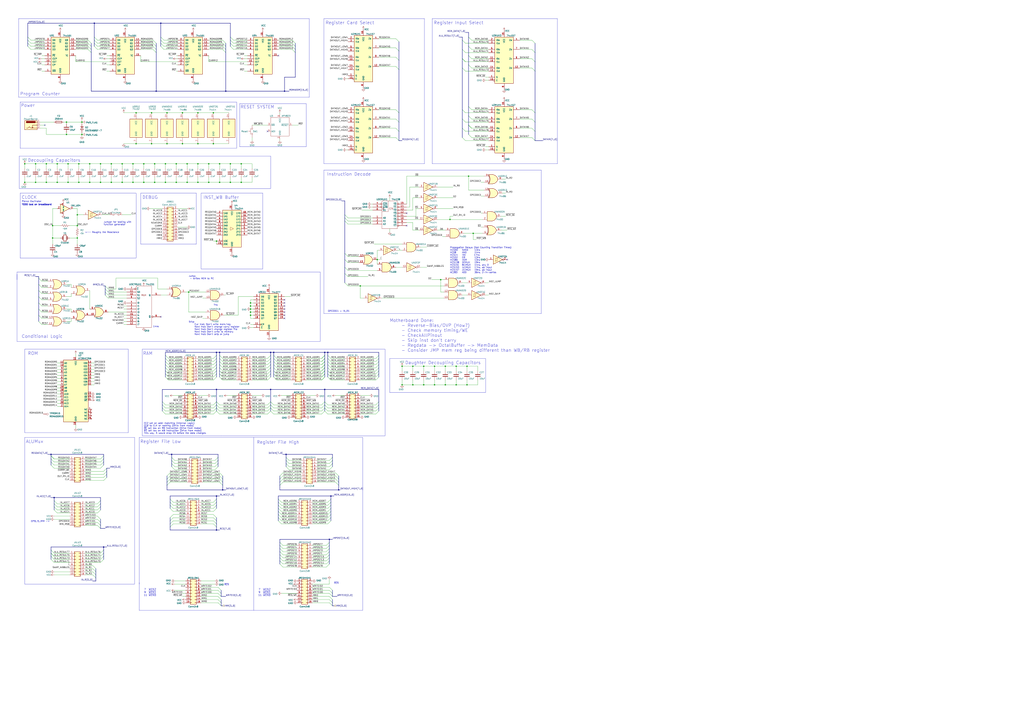
<source format=kicad_sch>
(kicad_sch (version 20230121) (generator eeschema)
  (paper "A1")
  (junction (at 43.18 185.42))
  (junction (at 309.88 213.36))
  (junction (at 162.56 118.11))
  (junction (at 175.26 92.71))
  (junction (at 185.42 74.93))
  (junction (at 20.32 134.62))
  (junction (at 153.67 134.62))
  (junction (at 109.22 149.86))
  (junction (at 189.23 134.62))
  (junction (at 111.76 118.11))
  (junction (at 266.7 289.56))
  (junction (at 175.26 118.11))
  (junction (at 149.86 118.11))
  (junction (at 29.21 134.62))
  (junction (at 162.56 149.86))
  (junction (at 330.2 316.23))
  (junction (at 132.08 19.05))
  (junction (at 82.55 134.62))
  (junction (at 144.78 134.62))
  (junction (at 29.21 149.86))
  (junction (at 137.16 92.71))
  (junction (at 270.51 443.23))
  (junction (at 111.76 92.71))
  (junction (at 339.09 316.23))
  (junction (at 124.46 118.11))
  (junction (at 63.5 176.53))
  (junction (at 369.57 180.34))
  (junction (at 205.74 259.08))
  (junction (at 356.87 316.23))
  (junction (at 124.46 92.71))
  (junction (at 118.11 149.86))
  (junction (at 46.99 149.86))
  (junction (at 118.11 134.62))
  (junction (at 135.89 149.86))
  (junction (at 153.67 149.86))
  (junction (at 162.56 134.62))
  (junction (at 55.88 134.62))
  (junction (at 205.74 254))
  (junction (at 44.45 408.94))
  (junction (at 91.44 134.62))
  (junction (at 361.95 229.87))
  (junction (at 41.91 373.38))
  (junction (at 269.24 289.56))
  (junction (at 266.7 320.04))
  (junction (at 374.65 300.99))
  (junction (at 91.44 149.86))
  (junction (at 162.56 92.71))
  (junction (at 295.91 234.95))
  (junction (at 177.8 320.04))
  (junction (at 278.13 402.59))
  (junction (at 205.74 251.46))
  (junction (at 82.55 149.86))
  (junction (at 46.99 134.62))
  (junction (at 222.25 289.56))
  (junction (at 182.88 402.59))
  (junction (at 271.78 407.67))
  (junction (at 205.74 256.54))
  (junction (at 127 149.86))
  (junction (at 365.76 316.23))
  (junction (at 54.61 110.49))
  (junction (at 64.77 134.62))
  (junction (at 205.74 248.92))
  (junction (at 43.18 195.58))
  (junction (at 137.16 118.11))
  (junction (at 144.78 149.86))
  (junction (at 224.79 289.56))
  (junction (at 383.54 316.23))
  (junction (at 384.81 144.78))
  (junction (at 171.45 134.62))
  (junction (at 374.65 316.23))
  (junction (at 233.68 74.93))
  (junction (at 189.23 149.86))
  (junction (at 73.66 134.62))
  (junction (at 128.27 74.93))
  (junction (at 38.1 149.86))
  (junction (at 171.45 149.86))
  (junction (at 109.22 134.62))
  (junction (at 388.62 191.77))
  (junction (at 330.2 300.99))
  (junction (at 154.94 240.03))
  (junction (at 149.86 92.71))
  (junction (at 177.8 198.12))
  (junction (at 64.77 149.86))
  (junction (at 38.1 134.62))
  (junction (at 127 134.62))
  (junction (at 67.31 100.33))
  (junction (at 383.54 300.99))
  (junction (at 180.34 149.86))
  (junction (at 180.34 134.62))
  (junction (at 85.09 449.58))
  (junction (at 140.97 373.38))
  (junction (at 77.47 19.05))
  (junction (at 63.5 185.42))
  (junction (at 177.8 289.56))
  (junction (at 347.98 300.99))
  (junction (at 63.5 195.58))
  (junction (at 100.33 134.62))
  (junction (at 20.32 149.86))
  (junction (at 347.98 316.23))
  (junction (at 180.34 289.56))
  (junction (at 177.8 407.67))
  (junction (at 234.95 373.38))
  (junction (at 73.66 149.86))
  (junction (at 356.87 300.99))
  (junction (at 100.33 149.86))
  (junction (at 177.8 435.61))
  (junction (at 365.76 300.99))
  (junction (at 54.61 100.33))
  (junction (at 67.31 110.49))
  (junction (at 222.25 320.04))
  (junction (at 55.88 149.86))
  (junction (at 198.12 149.86))
  (junction (at 198.12 134.62))
  (junction (at 339.09 300.99))
  (junction (at 135.89 134.62))
  (no_connect (at 233.68 256.54))
  (no_connect (at 416.56 213.36))
  (no_connect (at 233.68 254))
  (no_connect (at 233.68 251.46))
  (no_connect (at 334.01 185.42))
  (no_connect (at 334.01 175.26))
  (no_connect (at 233.68 246.38))
  (no_connect (at 36.83 102.87))
  (no_connect (at 233.68 259.08))
  (no_connect (at 132.08 260.35))
  (no_connect (at 219.71 107.95))
  (no_connect (at 233.68 261.62))
  (no_connect (at 228.6 45.72))
  (no_connect (at 233.68 248.92))
  (bus_entry (at 384.81 53.34) (size 2.54 2.54))
  (bus_entry (at 232.41 466.09) (size -2.54 -2.54))
  (bus_entry (at 224.79 304.8) (size 2.54 2.54))
  (bus_entry (at 308.61 332.74) (size 2.54 -2.54))
  (bus_entry (at 308.61 302.26) (size 2.54 -2.54))
  (bus_entry (at 325.12 39.37) (size 2.54 2.54))
  (bus_entry (at 219.71 335.28) (size 2.54 -2.54))
  (bus_entry (at 31.75 248.92) (size 2.54 2.54))
  (bus_entry (at 180.34 294.64) (size 2.54 2.54))
  (bus_entry (at 175.26 294.64) (size 2.54 -2.54))
  (bus_entry (at 125.73 38.1) (size 2.54 2.54))
  (bus_entry (at 87.63 387.35) (size -2.54 2.54))
  (bus_entry (at 176.53 386.08) (size 2.54 -2.54))
  (bus_entry (at 379.73 48.26) (size 2.54 2.54))
  (bus_entry (at 135.89 294.64) (size 2.54 2.54))
  (bus_entry (at 142.24 425.45) (size -2.54 2.54))
  (bus_entry (at 31.75 233.68) (size 2.54 2.54))
  (bus_entry (at 82.55 434.34) (size -2.54 -2.54))
  (bus_entry (at 224.79 302.26) (size 2.54 2.54))
  (bus_entry (at 78.74 467.36) (size -2.54 -2.54))
  (bus_entry (at 224.79 294.64) (size 2.54 2.54))
  (bus_entry (at 85.09 452.12) (size -2.54 2.54))
  (bus_entry (at 219.71 332.74) (size 2.54 -2.54))
  (bus_entry (at 180.34 304.8) (size 2.54 2.54))
  (bus_entry (at 175.26 425.45) (size 2.54 2.54))
  (bus_entry (at 175.26 302.26) (size 2.54 -2.54))
  (bus_entry (at 142.24 430.53) (size -2.54 2.54))
  (bus_entry (at 175.26 332.74) (size 2.54 -2.54))
  (bus_entry (at 264.16 294.64) (size 2.54 -2.54))
  (bus_entry (at 283.21 213.36) (size 2.54 2.54))
  (bus_entry (at 219.71 299.72) (size 2.54 -2.54))
  (bus_entry (at 224.79 299.72) (size 2.54 2.54))
  (bus_entry (at 143.51 386.08) (size -2.54 -2.54))
  (bus_entry (at 240.03 35.56) (size 2.54 2.54))
  (bus_entry (at 237.49 383.54) (size -2.54 -2.54))
  (bus_entry (at 135.89 304.8) (size 2.54 2.54))
  (bus_entry (at 41.91 374.65) (size 2.54 2.54))
  (bus_entry (at 270.51 386.08) (size 2.54 -2.54))
  (bus_entry (at 78.74 474.98) (size -2.54 -2.54))
  (bus_entry (at 264.16 307.34) (size 2.54 -2.54))
  (bus_entry (at 135.89 332.74) (size -2.54 -2.54))
  (bus_entry (at 270.51 383.54) (size 2.54 -2.54))
  (bus_entry (at 384.81 110.49) (size 2.54 2.54))
  (bus_entry (at 308.61 312.42) (size 2.54 -2.54))
  (bus_entry (at 135.89 340.36) (size -2.54 -2.54))
  (bus_entry (at 139.7 393.7) (size -2.54 2.54))
  (bus_entry (at 270.51 492.76) (size 2.54 2.54))
  (bus_entry (at 325.12 105.41) (size 2.54 2.54))
  (bus_entry (at 379.73 113.03) (size 2.54 2.54))
  (bus_entry (at 180.34 302.26) (size 2.54 2.54))
  (bus_entry (at 219.71 340.36) (size 2.54 -2.54))
  (bus_entry (at 264.16 309.88) (size 2.54 -2.54))
  (bus_entry (at 232.41 463.55) (size -2.54 -2.54))
  (bus_entry (at 132.08 35.56) (size 2.54 2.54))
  (bus_entry (at 308.61 297.18) (size 2.54 -2.54))
  (bus_entry (at 308.61 337.82) (size 2.54 -2.54))
  (bus_entry (at 179.07 487.68) (size 2.54 2.54))
  (bus_entry (at 82.55 382.27) (size 2.54 -2.54))
  (bus_entry (at 175.26 312.42) (size 2.54 -2.54))
  (bus_entry (at 219.71 302.26) (size 2.54 -2.54))
  (bus_entry (at 22.86 30.48) (size 2.54 2.54))
  (bus_entry (at 175.26 304.8) (size 2.54 -2.54))
  (bus_entry (at 267.97 448.31) (size 2.54 -2.54))
  (bus_entry (at 384.81 95.25) (size 2.54 2.54))
  (bus_entry (at 270.51 378.46) (size 2.54 -2.54))
  (bus_entry (at 264.16 302.26) (size 2.54 -2.54))
  (bus_entry (at 132.08 33.02) (size 2.54 2.54))
  (bus_entry (at 267.97 453.39) (size 2.54 -2.54))
  (bus_entry (at 85.09 459.74) (size -2.54 2.54))
  (bus_entry (at 82.55 379.73) (size 2.54 -2.54))
  (bus_entry (at 269.24 307.34) (size 2.54 2.54))
  (bus_entry (at 125.73 35.56) (size 2.54 2.54))
  (bus_entry (at 82.55 429.26) (size -2.54 -2.54))
  (bus_entry (at 180.34 299.72) (size 2.54 2.54))
  (bus_entry (at 87.63 392.43) (size -2.54 2.54))
  (bus_entry (at 88.9 240.03) (size -2.54 -2.54))
  (bus_entry (at 278.13 391.16) (size -2.54 -2.54))
  (bus_entry (at 231.14 430.53) (size -2.54 -2.54))
  (bus_entry (at 176.53 383.54) (size 2.54 -2.54))
  (bus_entry (at 175.26 337.82) (size 2.54 -2.54))
  (bus_entry (at 325.12 113.03) (size 2.54 2.54))
  (bus_entry (at 267.97 466.09) (size 2.54 -2.54))
  (bus_entry (at 264.16 297.18) (size 2.54 -2.54))
  (bus_entry (at 436.88 48.26) (size 2.54 2.54))
  (bus_entry (at 125.73 40.64) (size 2.54 2.54))
  (bus_entry (at 142.24 422.91) (size -2.54 2.54))
  (bus_entry (at 85.09 457.2) (size -2.54 2.54))
  (bus_entry (at 179.07 482.6) (size 2.54 2.54))
  (bus_entry (at 283.21 179.07) (size 2.54 2.54))
  (bus_entry (at 31.75 243.84) (size 2.54 2.54))
  (bus_entry (at 175.26 430.53) (size 2.54 2.54))
  (bus_entry (at 269.24 422.91) (size 2.54 -2.54))
  (bus_entry (at 384.81 87.63) (size 2.54 2.54))
  (bus_entry (at 308.61 307.34) (size 2.54 -2.54))
  (bus_entry (at 88.9 242.57) (size -2.54 -2.54))
  (bus_entry (at 180.34 297.18) (size 2.54 2.54))
  (bus_entry (at 270.51 381) (size 2.54 -2.54))
  (bus_entry (at 139.7 391.16) (size -2.54 2.54))
  (bus_entry (at 182.88 33.02) (size 2.54 2.54))
  (bus_entry (at 264.16 335.28) (size 2.54 -2.54))
  (bus_entry (at 232.41 448.31) (size -2.54 -2.54))
  (bus_entry (at 269.24 335.28) (size -2.54 -2.54))
  (bus_entry (at 135.89 292.1) (size 2.54 2.54))
  (bus_entry (at 80.01 416.56) (size 2.54 -2.54))
  (bus_entry (at 436.88 90.17) (size 2.54 2.54))
  (bus_entry (at 264.16 309.88) (size 2.54 -2.54))
  (bus_entry (at 270.51 482.6) (size 2.54 2.54))
  (bus_entry (at 175.26 335.28) (size 2.54 -2.54))
  (bus_entry (at 135.89 309.88) (size 2.54 2.54))
  (bus_entry (at 232.41 461.01) (size -2.54 -2.54))
  (bus_entry (at 82.55 426.72) (size -2.54 -2.54))
  (bus_entry (at 269.24 340.36) (size -2.54 -2.54))
  (bus_entry (at 384.81 102.87) (size 2.54 2.54))
  (bus_entry (at 267.97 463.55) (size 2.54 -2.54))
  (bus_entry (at 269.24 412.75) (size 2.54 -2.54))
  (bus_entry (at 31.75 264.16) (size 2.54 2.54))
  (bus_entry (at 139.7 388.62) (size -2.54 2.54))
  (bus_entry (at 88.9 237.49) (size -2.54 -2.54))
  (bus_entry (at 237.49 386.08) (size -2.54 -2.54))
  (bus_entry (at 283.21 224.79) (size 2.54 2.54))
  (bus_entry (at 231.14 412.75) (size -2.54 -2.54))
  (bus_entry (at 72.39 40.64) (size 2.54 2.54))
  (bus_entry (at 180.34 340.36) (size -2.54 -2.54))
  (bus_entry (at 143.51 383.54) (size -2.54 -2.54))
  (bus_entry (at 264.16 307.34) (size 2.54 -2.54))
  (bus_entry (at 379.73 90.17) (size 2.54 2.54))
  (bus_entry (at 77.47 30.48) (size 2.54 2.54))
  (bus_entry (at 228.6 420.37) (size 2.54 2.54))
  (bus_entry (at 82.55 431.8) (size -2.54 -2.54))
  (bus_entry (at 270.51 490.22) (size 2.54 2.54))
  (bus_entry (at 219.71 304.8) (size 2.54 -2.54))
  (bus_entry (at 379.73 105.41) (size 2.54 2.54))
  (bus_entry (at 135.89 337.82) (size -2.54 -2.54))
  (bus_entry (at 269.24 309.88) (size 2.54 2.54))
  (bus_entry (at 142.24 427.99) (size -2.54 2.54))
  (bus_entry (at 269.24 294.64) (size 2.54 2.54))
  (bus_entry (at 41.91 457.2) (size 2.54 2.54))
  (bus_entry (at 44.45 379.73) (size -2.54 -2.54))
  (bus_entry (at 308.61 304.8) (size 2.54 -2.54))
  (bus_entry (at 224.79 337.82) (size -2.54 -2.54))
  (bus_entry (at 175.26 340.36) (size 2.54 -2.54))
  (bus_entry (at 269.24 337.82) (size -2.54 -2.54))
  (bus_entry (at 308.61 309.88) (size 2.54 -2.54))
  (bus_entry (at 139.7 410.21) (size 2.54 2.54))
  (bus_entry (at 231.14 425.45) (size -2.54 -2.54))
  (bus_entry (at 41.91 459.74) (size 2.54 2.54))
  (bus_entry (at 175.26 420.37) (size 2.54 -2.54))
  (bus_entry (at 180.34 335.28) (size -2.54 -2.54))
  (bus_entry (at 269.24 420.37) (size 2.54 -2.54))
  (bus_entry (at 264.16 332.74) (size 2.54 -2.54))
  (bus_entry (at 283.21 219.71) (size 2.54 2.54))
  (bus_entry (at 270.51 495.3) (size 2.54 2.54))
  (bus_entry (at 232.41 388.62) (size -2.54 2.54))
  (bus_entry (at 44.45 457.2) (size -2.54 -2.54))
  (bus_entry (at 237.49 378.46) (size -2.54 -2.54))
  (bus_entry (at 44.45 377.19) (size -2.54 -2.54))
  (bus_entry (at 132.08 38.1) (size 2.54 2.54))
  (bus_entry (at 72.39 33.02) (size 2.54 2.54))
  (bus_entry (at 143.51 378.46) (size -2.54 -2.54))
  (bus_entry (at 231.14 420.37) (size -2.54 -2.54))
  (bus_entry (at 219.71 312.42) (size 2.54 -2.54))
  (bus_entry (at 283.21 181.61) (size 2.54 2.54))
  (bus_entry (at 269.24 415.29) (size 2.54 -2.54))
  (bus_entry (at 231.14 415.29) (size -2.54 -2.54))
  (bus_entry (at 87.63 389.89) (size -2.54 2.54))
  (bus_entry (at 232.41 396.24) (size -2.54 2.54))
  (bus_entry (at 269.24 304.8) (size 2.54 2.54))
  (bus_entry (at 180.34 332.74) (size -2.54 -2.54))
  (bus_entry (at 264.16 299.72) (size 2.54 -2.54))
  (bus_entry (at 189.23 38.1) (size 2.54 2.54))
  (bus_entry (at 189.23 30.48) (size 2.54 2.54))
  (bus_entry (at 175.26 309.88) (size 2.54 -2.54))
  (bus_entry (at 325.12 97.79) (size 2.54 2.54))
  (bus_entry (at 175.26 412.75) (size 2.54 -2.54))
  (bus_entry (at 264.16 337.82) (size 2.54 -2.54))
  (bus_entry (at 325.12 90.17) (size 2.54 2.54))
  (bus_entry (at 135.89 307.34) (size 2.54 2.54))
  (bus_entry (at 139.7 415.29) (size 2.54 2.54))
  (bus_entry (at 82.55 377.19) (size 2.54 -2.54))
  (bus_entry (at 31.75 259.08) (size 2.54 2.54))
  (bus_entry (at 384.81 38.1) (size 2.54 2.54))
  (bus_entry (at 180.34 337.82) (size -2.54 -2.54))
  (bus_entry (at 176.53 381) (size 2.54 -2.54))
  (bus_entry (at 139.7 417.83) (size 2.54 2.54))
  (bus_entry (at 269.24 427.99) (size 2.54 -2.54))
  (bus_entry (at 264.16 304.8) (size 2.54 -2.54))
  (bus_entry (at 182.88 35.56) (size 2.54 2.54))
  (bus_entry (at 264.16 304.8) (size 2.54 -2.54))
  (bus_entry (at 379.73 97.79) (size 2.54 2.54))
  (bus_entry (at 219.71 294.64) (size 2.54 -2.54))
  (bus_entry (at 232.41 393.7) (size -2.54 2.54))
  (bus_entry (at 219.71 337.82) (size 2.54 -2.54))
  (bus_entry (at 44.45 382.27) (size -2.54 -2.54))
  (bus_entry (at 77.47 38.1) (size 2.54 2.54))
  (bus_entry (at 231.14 427.99) (size -2.54 -2.54))
  (bus_entry (at 269.24 417.83) (size 2.54 -2.54))
  (bus_entry (at 283.21 232.41) (size 2.54 2.54))
  (bus_entry (at 384.81 45.72) (size 2.54 2.54))
  (bus_entry (at 224.79 292.1) (size 2.54 2.54))
  (bus_entry (at 219.71 309.88) (size 2.54 -2.54))
  (bus_entry (at 179.07 495.3) (size 2.54 2.54))
  (bus_entry (at 72.39 38.1) (size 2.54 2.54))
  (bus_entry (at 267.97 455.93) (size 2.54 -2.54))
  (bus_entry (at 232.41 450.85) (size -2.54 -2.54))
  (bus_entry (at 224.79 332.74) (size -2.54 -2.54))
  (bus_entry (at 179.07 490.22) (size 2.54 2.54))
  (bus_entry (at 224.79 340.36) (size -2.54 -2.54))
  (bus_entry (at 22.86 38.1) (size 2.54 2.54))
  (bus_entry (at 325.12 54.61) (size 2.54 2.54))
  (bus_entry (at 308.61 299.72) (size 2.54 -2.54))
  (bus_entry (at 189.23 35.56) (size 2.54 2.54))
  (bus_entry (at 77.47 35.56) (size 2.54 2.54))
  (bus_entry (at 44.45 416.56) (size 2.54 2.54))
  (bus_entry (at 270.51 487.68) (size 2.54 2.54))
  (bus_entry (at 182.88 396.24) (size -2.54 -2.54))
  (bus_entry (at 176.53 378.46) (size 2.54 -2.54))
  (bus_entry (at 175.26 297.18) (size 2.54 -2.54))
  (bus_entry (at 278.13 398.78) (size -2.54 -2.54))
  (bus_entry (at 267.97 458.47) (size 2.54 -2.54))
  (bus_entry (at 224.79 309.88) (size 2.54 2.54))
  (bus_entry (at 31.75 254) (size 2.54 2.54))
  (bus_entry (at 180.34 292.1) (size 2.54 2.54))
  (bus_entry (at 125.73 33.02) (size 2.54 2.54))
  (bus_entry (at 264.16 294.64) (size 2.54 -2.54))
  (bus_entry (at 143.51 381) (size -2.54 -2.54))
  (bus_entry (at 175.26 299.72) (size 2.54 -2.54))
  (bus_entry (at 264.16 297.18) (size 2.54 -2.54))
  (bus_entry (at 179.07 485.14) (size 2.54 2.54))
  (bus_entry (at 232.41 391.16) (size -2.54 2.54))
  (bus_entry (at 269.24 430.53) (size 2.54 -2.54))
  (bus_entry (at 87.63 384.81) (size -2.54 2.54))
  (bus_entry (at 82.55 384.81) (size 2.54 -2.54))
  (bus_entry (at 283.21 208.28) (size 2.54 2.54))
  (bus_entry (at 232.41 455.93) (size -2.54 -2.54))
  (bus_entry (at 224.79 297.18) (size 2.54 2.54))
  (bus_entry (at 264.16 312.42) (size 2.54 -2.54))
  (bus_entry (at 379.73 33.02) (size 2.54 2.54))
  (bus_entry (at 269.24 292.1) (size 2.54 2.54))
  (bus_entry (at 384.81 102.87) (size 2.54 2.54))
  (bus_entry (at 264.16 302.26) (size 2.54 -2.54))
  (bus_entry (at 269.24 332.74) (size -2.54 -2.54))
  (bus_entry (at 41.91 452.12) (size 2.54 2.54))
  (bus_entry (at 135.89 299.72) (size 2.54 2.54))
  (bus_entry (at 179.07 492.76) (size 2.54 2.54))
  (bus_entry (at 269.24 299.72) (size 2.54 2.54))
  (bus_entry (at 278.13 393.7) (size -2.54 -2.54))
  (bus_entry (at 269.24 425.45) (size 2.54 -2.54))
  (bus_entry (at 41.91 454.66) (size 2.54 2.54))
  (bus_entry (at 135.89 302.26) (size 2.54 2.54))
  (bus_entry (at 175.26 427.99) (size 2.54 2.54))
  (bus_entry (at 436.88 55.88) (size 2.54 2.54))
  (bus_entry (at 232.41 453.39) (size -2.54 -2.54))
  (bus_entry (at 240.03 38.1) (size 2.54 2.54))
  (bus_entry (at 175.26 417.83) (size 2.54 -2.54))
  (bus_entry (at 182.88 391.16) (size -2.54 -2.54))
  (bus_entry (at 78.74 472.44) (size -2.54 -2.54))
  (bus_entry (at 278.13 396.24) (size -2.54 -2.54))
  (bus_entry (at 229.87 455.93) (size 2.54 2.54))
  (bus_entry (at 44.45 384.81) (size -2.54 -2.54))
  (bus_entry (at 182.88 398.78) (size -2.54 -2.54))
  (bus_entry (at 231.14 417.83) (size -2.54 -2.54))
  (bus_entry (at 308.61 335.28) (size 2.54 -2.54))
  (bus_entry (at 182.88 393.7) (size -2.54 -2.54))
  (bus_entry (at 88.9 245.11) (size -2.54 -2.54))
  (bus_entry (at 283.21 176.53) (size 2.54 2.54))
  (bus_entry (at 224.79 307.34) (size 2.54 2.54))
  (bus_entry (at 240.03 40.64) (size 2.54 2.54))
  (bus_entry (at 44.45 414.02) (size 2.54 2.54))
  (bus_entry (at 219.71 297.18) (size 2.54 -2.54))
  (bus_entry (at 240.03 33.02) (size 2.54 2.54))
  (bus_entry (at 379.73 40.64) (size 2.54 2.54))
  (bus_entry (at 31.75 238.76) (size 2.54 2.54))
  (bus_entry (at 270.51 485.14) (size 2.54 2.54))
  (bus_entry (at 182.88 38.1) (size 2.54 2.54))
  (bus_entry (at 44.45 419.1) (size 2.54 2.54))
  (bus_entry (at 180.34 307.34) (size 2.54 2.54))
  (bus_entry (at 237.49 381) (size -2.54 -2.54))
  (bus_entry (at 308.61 340.36) (size 2.54 -2.54))
  (bus_entry (at 384.81 30.48) (size 2.54 2.54))
  (bus_entry (at 436.88 40.64) (size 2.54 2.54))
  (bus_entry (at 139.7 412.75) (size 2.54 2.54))
  (bus_entry (at 72.39 35.56) (size 2.54 2.54))
  (bus_entry (at 182.88 40.64) (size 2.54 2.54))
  (bus_entry (at 77.47 33.02) (size 2.54 2.54))
  (bus_entry (at 139.7 396.24) (size -2.54 2.54))
  (bus_entry (at 135.89 297.18) (size 2.54 2.54))
  (bus_entry (at 269.24 302.26) (size 2.54 2.54))
  (bus_entry (at 175.26 422.91) (size 2.54 2.54))
  (bus_entry (at 269.24 297.18) (size 2.54 2.54))
  (bus_entry (at 31.75 228.6) (size 2.54 2.54))
  (bus_entry (at 80.01 421.64) (size 2.54 -2.54))
  (bus_entry (at 22.86 35.56) (size 2.54 2.54))
  (bus_entry (at 436.88 33.02) (size 2.54 2.54))
  (bus_entry (at 135.89 335.28) (size -2.54 -2.54))
  (bus_entry (at 308.61 294.64) (size 2.54 -2.54))
  (bus_entry (at 219.71 307.34) (size 2.54 -2.54))
  (bus_entry (at 325.12 46.99) (size 2.54 2.54))
  (bus_entry (at 180.34 309.88) (size 2.54 2.54))
  (bus_entry (at 325.12 31.75) (size 2.54 2.54))
  (bus_entry (at 189.23 33.02) (size 2.54 2.54))
  (bus_entry (at 264.16 299.72) (size 2.54 -2.54))
  (bus_entry (at 267.97 461.01) (size 2.54 -2.54))
  (bus_entry (at 379.73 55.88) (size 2.54 2.54))
  (bus_entry (at 132.08 30.48) (size 2.54 2.54))
  (bus_entry (at 80.01 419.1) (size 2.54 -2.54))
  (bus_entry (at 379.73 48.26) (size 2.54 2.54))
  (bus_entry (at 264.16 340.36) (size 2.54 -2.54))
  (bus_entry (at 80.01 414.02) (size 2.54 -2.54))
  (bus_entry (at 175.26 307.34) (size 2.54 -2.54))
  (bus_entry (at 22.86 33.02) (size 2.54 2.54))
  (bus_entry (at 44.45 411.48) (size 2.54 2.54))
  (bus_entry (at 78.74 469.9) (size -2.54 -2.54))
  (bus_entry (at 436.88 97.79) (size 2.54 2.54))
  (bus_entry (at 267.97 450.85) (size 2.54 -2.54))
  (bus_entry (at 436.88 113.03) (size 2.54 2.54))
  (bus_entry (at 224.79 335.28) (size -2.54 -2.54))
  (bus_entry (at 175.26 415.29) (size 2.54 -2.54))
  (bus_entry (at 264.16 312.42) (size 2.54 -2.54))
  (bus_entry (at 436.88 105.41) (size 2.54 2.54))
  (bus_entry (at 85.09 454.66) (size -2.54 2.54))
  (wire (pts (xy 309.88 205.74) (xy 311.15 205.74)))
  (wire (pts (xy 251.46 294.64) (xy 264.16 294.64)))
  (wire (pts (xy 243.84 412.75) (xy 231.14 412.75)))
  (bus (pts (xy 266.7 289.56) (xy 266.7 292.1)))
  (wire (pts (xy 361.95 229.87) (xy 361.95 240.03)))
  (bus (pts (xy 228.6 407.67) (xy 228.6 410.21)))
  (wire (pts (xy 336.55 170.18) (xy 334.01 170.18)))
  (bus (pts (xy 283.21 179.07) (xy 283.21 181.61)))
  (wire (pts (xy 142.24 425.45) (xy 152.4 425.45)))
  (wire (pts (xy 205.74 251.46) (xy 205.74 248.92)))
  (wire (pts (xy 344.17 162.56) (xy 339.09 162.56)))
  (bus (pts (xy 137.16 393.7) (xy 137.16 396.24)))
  (wire (pts (xy 309.88 213.36) (xy 309.88 205.74)))
  (wire (pts (xy 260.35 381) (xy 270.51 381)))
  (bus (pts (xy 132.08 33.02) (xy 132.08 35.56)))
  (wire (pts (xy 382.27 58.42) (xy 401.32 58.42)))
  (wire (pts (xy 144.78 138.43) (xy 144.78 134.62)))
  (wire (pts (xy 270.51 482.6) (xy 256.54 482.6)))
  (bus (pts (xy 283.21 165.1) (xy 283.21 176.53)))
  (bus (pts (xy 384.81 38.1) (xy 384.81 45.72)))
  (bus (pts (xy 311.15 335.28) (xy 311.15 337.82)))
  (wire (pts (xy 285.75 234.95) (xy 295.91 234.95)))
  (wire (pts (xy 101.6 266.7) (xy 104.14 266.7)))
  (polyline (pts (xy 348.615 15.24) (xy 348.615 134.62)))
  (bus (pts (xy 271.78 407.67) (xy 271.78 410.21)))
  (bus (pts (xy 384.81 102.87) (xy 384.81 110.49)))
  (wire (pts (xy 344.17 153.67) (xy 336.55 153.67)))
  (wire (pts (xy 63.5 195.58) (xy 63.5 200.66)))
  (wire (pts (xy 260.35 386.08) (xy 270.51 386.08)))
  (bus (pts (xy 222.25 335.28) (xy 222.25 337.82)))
  (wire (pts (xy 162.56 149.86) (xy 171.45 149.86)))
  (wire (pts (xy 227.33 304.8) (xy 238.76 304.8)))
  (polyline (pts (xy 222.25 154.94) (xy 15.875 154.94)))
  (wire (pts (xy 207.01 149.86) (xy 207.01 146.05)))
  (polyline (pts (xy 15.24 15.24) (xy 15.24 80.01)))
  (wire (pts (xy 62.23 45.72) (xy 62.23 50.8)))
  (wire (pts (xy 251.46 312.42) (xy 264.16 312.42)))
  (wire (pts (xy 382.27 35.56) (xy 401.32 35.56)))
  (wire (pts (xy 64.77 134.62) (xy 73.66 134.62)))
  (wire (pts (xy 387.35 40.64) (xy 401.32 40.64)))
  (bus (pts (xy 181.61 487.68) (xy 181.61 490.22)))
  (wire (pts (xy 374.65 304.8) (xy 374.65 300.99)))
  (wire (pts (xy 100.33 149.86) (xy 100.33 146.05)))
  (wire (pts (xy 207.01 294.64) (xy 219.71 294.64)))
  (bus (pts (xy 22.86 35.56) (xy 22.86 38.1)))
  (bus (pts (xy 44.45 416.56) (xy 44.45 419.1)))
  (bus (pts (xy 266.7 302.26) (xy 266.7 304.8)))
  (polyline (pts (xy 114.3 359.41) (xy 114.3 480.06)))
  (bus (pts (xy 229.87 458.47) (xy 229.87 455.93)))
  (bus (pts (xy 180.34 304.8) (xy 180.34 307.34)))
  (wire (pts (xy 384.81 156.21) (xy 384.81 144.78)))
  (wire (pts (xy 382.27 92.71) (xy 401.32 92.71)))
  (bus (pts (xy 283.21 219.71) (xy 283.21 224.79)))
  (wire (pts (xy 205.74 261.62) (xy 205.74 259.08)))
  (wire (pts (xy 285.75 184.15) (xy 306.07 184.15)))
  (wire (pts (xy 382.27 100.33) (xy 401.32 100.33)))
  (bus (pts (xy 270.51 450.85) (xy 270.51 448.31)))
  (wire (pts (xy 207.01 312.42) (xy 219.71 312.42)))
  (wire (pts (xy 69.85 454.66) (xy 82.55 454.66)))
  (wire (pts (xy 381 191.77) (xy 388.62 191.77)))
  (bus (pts (xy 182.88 398.78) (xy 182.88 402.59)))
  (wire (pts (xy 180.34 391.16) (xy 166.37 391.16)))
  (bus (pts (xy 228.6 420.37) (xy 228.6 417.83)))
  (polyline (pts (xy 161.29 158.75) (xy 161.29 200.66)))
  (wire (pts (xy 69.85 424.18) (xy 80.01 424.18)))
  (wire (pts (xy 243.84 425.45) (xy 231.14 425.45)))
  (wire (pts (xy 334.01 177.8) (xy 341.63 177.8)))
  (wire (pts (xy 43.18 185.42) (xy 43.18 195.58)))
  (wire (pts (xy 134.62 35.56) (xy 146.05 35.56)))
  (wire (pts (xy 170.18 325.12) (xy 162.56 325.12)))
  (wire (pts (xy 20.32 149.86) (xy 29.21 149.86)))
  (wire (pts (xy 38.1 134.62) (xy 46.99 134.62)))
  (wire (pts (xy 270.51 485.14) (xy 256.54 485.14)))
  (wire (pts (xy 347.98 300.99) (xy 356.87 300.99)))
  (bus (pts (xy 87.63 389.89) (xy 87.63 392.43)))
  (wire (pts (xy 251.46 340.36) (xy 264.16 340.36)))
  (bus (pts (xy 133.35 335.28) (xy 133.35 337.82)))
  (bus (pts (xy 222.25 289.56) (xy 224.79 289.56)))
  (wire (pts (xy 311.15 31.75) (xy 325.12 31.75)))
  (wire (pts (xy 101.6 254) (xy 104.14 254)))
  (bus (pts (xy 181.61 495.3) (xy 181.61 497.84)))
  (wire (pts (xy 34.29 236.22) (xy 39.37 236.22)))
  (bus (pts (xy 234.95 373.38) (xy 273.05 373.38)))
  (polyline (pts (xy 105.41 287.02) (xy 105.41 355.6)))
  (wire (pts (xy 275.59 393.7) (xy 260.35 393.7)))
  (wire (pts (xy 256.54 455.93) (xy 267.97 455.93)))
  (bus (pts (xy 222.25 320.04) (xy 266.7 320.04)))
  (wire (pts (xy 350.52 203.2) (xy 345.44 203.2)))
  (bus (pts (xy 78.74 472.44) (xy 78.74 469.9)))
  (wire (pts (xy 256.54 495.3) (xy 270.51 495.3)))
  (wire (pts (xy 82.55 134.62) (xy 91.44 134.62)))
  (wire (pts (xy 144.78 58.42) (xy 146.05 58.42)))
  (wire (pts (xy 33.02 102.87) (xy 36.83 102.87)))
  (bus (pts (xy 180.34 289.56) (xy 180.34 292.1)))
  (wire (pts (xy 426.72 48.26) (xy 436.88 48.26)))
  (bus (pts (xy 132.08 19.05) (xy 132.08 30.48)))
  (bus (pts (xy 224.79 289.56) (xy 266.7 289.56)))
  (wire (pts (xy 77.47 316.23) (xy 74.93 316.23)))
  (wire (pts (xy 166.37 261.62) (xy 168.91 261.62)))
  (wire (pts (xy 162.56 118.11) (xy 175.26 118.11)))
  (bus (pts (xy 74.93 40.64) (xy 74.93 43.18)))
  (wire (pts (xy 69.85 459.74) (xy 82.55 459.74)))
  (wire (pts (xy 44.45 426.72) (xy 57.15 426.72)))
  (bus (pts (xy 189.23 19.05) (xy 189.23 30.48)))
  (bus (pts (xy 242.57 40.64) (xy 242.57 43.18)))
  (wire (pts (xy 69.85 377.19) (xy 82.55 377.19)))
  (wire (pts (xy 80.01 40.64) (xy 90.17 40.64)))
  (wire (pts (xy 365.76 304.8) (xy 365.76 300.99)))
  (wire (pts (xy 227.33 299.72) (xy 238.76 299.72)))
  (wire (pts (xy 58.42 233.68) (xy 58.42 236.22)))
  (wire (pts (xy 109.22 138.43) (xy 109.22 134.62)))
  (wire (pts (xy 251.46 307.34) (xy 264.16 307.34)))
  (bus (pts (xy 229.87 391.16) (xy 229.87 393.7)))
  (bus (pts (xy 41.91 373.38) (xy 41.91 374.65)))
  (bus (pts (xy 270.51 443.23) (xy 270.51 445.77)))
  (wire (pts (xy 69.85 457.2) (xy 82.55 457.2)))
  (bus (pts (xy 271.78 410.21) (xy 271.78 412.75)))
  (wire (pts (xy 137.16 92.71) (xy 149.86 92.71)))
  (wire (pts (xy 138.43 309.88) (xy 149.86 309.88)))
  (polyline (pts (xy 398.78 322.58) (xy 398.78 294.64)))
  (wire (pts (xy 67.31 101.6) (xy 67.31 100.33)))
  (wire (pts (xy 175.26 417.83) (xy 165.1 417.83)))
  (wire (pts (xy 95.25 228.6) (xy 95.25 237.49)))
  (bus (pts (xy 266.7 294.64) (xy 266.7 297.18)))
  (bus (pts (xy 177.8 294.64) (xy 177.8 297.18)))
  (bus (pts (xy 90.17 384.81) (xy 87.63 384.81)))
  (wire (pts (xy 73.66 149.86) (xy 73.66 146.05)))
  (bus (pts (xy 229.87 393.7) (xy 229.87 396.24)))
  (wire (pts (xy 80.01 416.56) (xy 69.85 416.56)))
  (bus (pts (xy 86.36 234.95) (xy 85.09 234.95)))
  (polyline (pts (xy 222.25 128.27) (xy 222.25 154.94)))
  (wire (pts (xy 166.37 388.62) (xy 180.34 388.62)))
  (bus (pts (xy 180.34 297.18) (xy 180.34 299.72)))
  (bus (pts (xy 133.35 320.04) (xy 177.8 320.04)))
  (wire (pts (xy 143.51 485.14) (xy 152.4 485.14)))
  (wire (pts (xy 379.73 242.57) (xy 383.54 242.57)))
  (wire (pts (xy 58.42 256.54) (xy 58.42 254)))
  (wire (pts (xy 46.99 316.23) (xy 49.53 316.23)))
  (wire (pts (xy 270.51 480.06) (xy 256.54 480.06)))
  (wire (pts (xy 256.54 415.29) (xy 269.24 415.29)))
  (wire (pts (xy 34.29 53.34) (xy 36.83 53.34)))
  (wire (pts (xy 67.31 110.49) (xy 67.31 109.22)))
  (wire (pts (xy 256.54 492.76) (xy 270.51 492.76)))
  (bus (pts (xy 273.05 381) (xy 273.05 378.46)))
  (wire (pts (xy 198.12 138.43) (xy 198.12 134.62)))
  (wire (pts (xy 34.29 50.8) (xy 36.83 50.8)))
  (wire (pts (xy 58.42 241.3) (xy 58.42 243.84)))
  (bus (pts (xy 384.81 26.67) (xy 384.81 30.48)))
  (wire (pts (xy 175.26 427.99) (xy 165.1 427.99)))
  (wire (pts (xy 95.25 237.49) (xy 88.9 237.49)))
  (bus (pts (xy 229.87 463.55) (xy 229.87 461.01)))
  (wire (pts (xy 334.01 182.88) (xy 339.09 182.88)))
  (wire (pts (xy 175.26 415.29) (xy 165.1 415.29)))
  (wire (pts (xy 38.1 110.49) (xy 54.61 110.49)))
  (wire (pts (xy 77.47 303.53) (xy 74.93 303.53)))
  (bus (pts (xy 139.7 410.21) (xy 139.7 407.67)))
  (wire (pts (xy 251.46 299.72) (xy 264.16 299.72)))
  (bus (pts (xy 278.13 398.78) (xy 278.13 402.59)))
  (bus (pts (xy 177.8 292.1) (xy 177.8 294.64)))
  (bus (pts (xy 228.6 410.21) (xy 228.6 412.75)))
  (wire (pts (xy 153.67 134.62) (xy 162.56 134.62)))
  (wire (pts (xy 243.84 417.83) (xy 231.14 417.83)))
  (bus (pts (xy 139.7 415.29) (xy 139.7 417.83)))
  (bus (pts (xy 228.6 425.45) (xy 228.6 422.91)))
  (bus (pts (xy 139.7 435.61) (xy 139.7 433.07)))
  (wire (pts (xy 341.63 171.45) (xy 344.17 171.45)))
  (wire (pts (xy 111.76 118.11) (xy 124.46 118.11)))
  (wire (pts (xy 207.01 299.72) (xy 219.71 299.72)))
  (wire (pts (xy 101.6 259.08) (xy 104.14 259.08)))
  (wire (pts (xy 334.01 167.64) (xy 334.01 144.78)))
  (wire (pts (xy 111.76 92.71) (xy 124.46 92.71)))
  (bus (pts (xy 41.91 457.2) (xy 41.91 459.74)))
  (wire (pts (xy 46.99 303.53) (xy 49.53 303.53)))
  (wire (pts (xy 80.01 414.02) (xy 69.85 414.02)))
  (wire (pts (xy 256.54 422.91) (xy 269.24 422.91)))
  (wire (pts (xy 182.88 302.26) (xy 194.31 302.26)))
  (wire (pts (xy 135.89 337.82) (xy 149.86 337.82)))
  (bus (pts (xy 180.34 307.34) (xy 180.34 309.88)))
  (bus (pts (xy 311.15 294.64) (xy 311.15 297.18)))
  (wire (pts (xy 101.6 251.46) (xy 104.14 251.46)))
  (polyline (pts (xy 444.5 257.81) (xy 266.065 257.81)))
  (wire (pts (xy 303.53 325.12) (xy 295.91 325.12)))
  (wire (pts (xy 162.56 92.71) (xy 175.26 92.71)))
  (wire (pts (xy 232.41 458.47) (xy 243.84 458.47)))
  (wire (pts (xy 182.88 299.72) (xy 194.31 299.72)))
  (bus (pts (xy 139.7 427.99) (xy 139.7 430.53)))
  (wire (pts (xy 165.1 487.68) (xy 179.07 487.68)))
  (wire (pts (xy 165.1 485.14) (xy 179.07 485.14)))
  (wire (pts (xy 205.74 259.08) (xy 208.28 259.08)))
  (wire (pts (xy 46.99 321.31) (xy 49.53 321.31)))
  (wire (pts (xy 354.33 229.87) (xy 361.95 229.87)))
  (bus (pts (xy 222.25 292.1) (xy 222.25 294.64)))
  (wire (pts (xy 426.72 90.17) (xy 436.88 90.17)))
  (bus (pts (xy 182.88 391.16) (xy 182.88 393.7)))
  (wire (pts (xy 77.47 306.07) (xy 74.93 306.07)))
  (wire (pts (xy 233.68 243.84) (xy 238.76 243.84)))
  (polyline (pts (xy 266.065 15.24) (xy 348.615 15.24)))
  (wire (pts (xy 232.41 455.93) (xy 243.84 455.93)))
  (bus (pts (xy 185.42 43.18) (xy 185.42 74.93)))
  (wire (pts (xy 153.67 138.43) (xy 153.67 134.62)))
  (bus (pts (xy 439.42 35.56) (xy 439.42 43.18)))
  (wire (pts (xy 87.63 53.34) (xy 90.17 53.34)))
  (wire (pts (xy 374.65 316.23) (xy 374.65 312.42)))
  (wire (pts (xy 144.78 48.26) (xy 146.05 48.26)))
  (wire (pts (xy 82.55 149.86) (xy 91.44 149.86)))
  (wire (pts (xy 345.44 219.71) (xy 350.52 219.71)))
  (wire (pts (xy 186.69 325.12) (xy 194.31 325.12)))
  (polyline (pts (xy 208.28 501.65) (xy 114.3 501.65)))
  (wire (pts (xy 62.23 351.79) (xy 62.23 349.25)))
  (wire (pts (xy 224.79 337.82) (xy 238.76 337.82)))
  (bus (pts (xy 128.27 38.1) (xy 128.27 40.64)))
  (bus (pts (xy 228.6 422.91) (xy 228.6 420.37)))
  (bus (pts (xy 278.13 402.59) (xy 279.4 402.59)))
  (polyline (pts (xy 13.97 280.67) (xy 262.89 280.67)))
  (wire (pts (xy 162.56 312.42) (xy 175.26 312.42)))
  (wire (pts (xy 182.88 294.64) (xy 194.31 294.64)))
  (bus (pts (xy 185.42 40.64) (xy 185.42 43.18)))
  (wire (pts (xy 182.88 307.34) (xy 194.31 307.34)))
  (wire (pts (xy 171.45 38.1) (xy 182.88 38.1)))
  (wire (pts (xy 34.29 246.38) (xy 39.37 246.38)))
  (bus (pts (xy 140.97 381) (xy 140.97 378.46)))
  (wire (pts (xy 207.01 304.8) (xy 219.71 304.8)))
  (wire (pts (xy 29.21 149.86) (xy 38.1 149.86)))
  (bus (pts (xy 233.68 63.5) (xy 233.68 74.93)))
  (bus (pts (xy 266.7 299.72) (xy 266.7 302.26)))
  (bus (pts (xy 135.89 289.56) (xy 177.8 289.56)))
  (wire (pts (xy 77.47 313.69) (xy 74.93 313.69)))
  (bus (pts (xy 41.91 454.66) (xy 41.91 457.2)))
  (wire (pts (xy 285.75 222.25) (xy 309.88 222.25)))
  (wire (pts (xy 38.1 105.41) (xy 38.1 110.49)))
  (bus (pts (xy 77.47 30.48) (xy 77.47 33.02)))
  (wire (pts (xy 43.18 171.45) (xy 46.99 171.45)))
  (wire (pts (xy 295.91 304.8) (xy 308.61 304.8)))
  (wire (pts (xy 77.47 300.99) (xy 74.93 300.99)))
  (wire (pts (xy 162.56 335.28) (xy 175.26 335.28)))
  (bus (pts (xy 135.89 302.26) (xy 135.89 304.8)))
  (wire (pts (xy 384.81 144.78) (xy 397.51 144.78)))
  (wire (pts (xy 34.29 251.46) (xy 39.37 251.46)))
  (wire (pts (xy 109.22 149.86) (xy 118.11 149.86)))
  (wire (pts (xy 175.26 425.45) (xy 165.1 425.45)))
  (bus (pts (xy 31.75 248.92) (xy 31.75 254)))
  (wire (pts (xy 260.35 388.62) (xy 275.59 388.62)))
  (bus (pts (xy 22.86 19.05) (xy 77.47 19.05)))
  (bus (pts (xy 189.23 33.02) (xy 189.23 35.56)))
  (wire (pts (xy 34.29 266.7) (xy 39.37 266.7)))
  (wire (pts (xy 382.27 115.57) (xy 401.32 115.57)))
  (wire (pts (xy 171.45 40.64) (xy 182.88 40.64)))
  (wire (pts (xy 191.77 38.1) (xy 203.2 38.1)))
  (wire (pts (xy 231.14 487.68) (xy 243.84 487.68)))
  (wire (pts (xy 77.47 308.61) (xy 74.93 308.61)))
  (bus (pts (xy 31.75 243.84) (xy 31.75 248.92)))
  (bus (pts (xy 132.08 19.05) (xy 189.23 19.05)))
  (wire (pts (xy 162.56 134.62) (xy 171.45 134.62)))
  (wire (pts (xy 20.32 149.86) (xy 20.32 146.05)))
  (wire (pts (xy 135.89 332.74) (xy 149.86 332.74)))
  (bus (pts (xy 29.21 227.33) (xy 31.75 227.33)))
  (bus (pts (xy 311.15 302.26) (xy 311.15 304.8)))
  (wire (pts (xy 382.27 107.95) (xy 401.32 107.95)))
  (wire (pts (xy 46.99 134.62) (xy 55.88 134.62)))
  (wire (pts (xy 214.63 325.12) (xy 207.01 325.12)))
  (bus (pts (xy 44.45 414.02) (xy 44.45 416.56)))
  (wire (pts (xy 398.78 120.65) (xy 401.32 120.65)))
  (wire (pts (xy 387.35 90.17) (xy 401.32 90.17)))
  (wire (pts (xy 166.37 245.11) (xy 168.91 245.11)))
  (bus (pts (xy 181.61 497.84) (xy 182.88 497.84)))
  (wire (pts (xy 339.09 316.23) (xy 339.09 312.42)))
  (wire (pts (xy 347.98 316.23) (xy 347.98 312.42)))
  (wire (pts (xy 382.27 50.8) (xy 401.32 50.8)))
  (wire (pts (xy 38.1 149.86) (xy 46.99 149.86)))
  (wire (pts (xy 101.6 118.11) (xy 111.76 118.11)))
  (wire (pts (xy 182.88 304.8) (xy 194.31 304.8)))
  (bus (pts (xy 177.8 330.2) (xy 177.8 332.74)))
  (bus (pts (xy 82.55 434.34) (xy 82.55 431.8)))
  (bus (pts (xy 266.7 289.56) (xy 269.24 289.56)))
  (bus (pts (xy 278.13 396.24) (xy 278.13 398.78)))
  (wire (pts (xy 228.6 33.02) (xy 240.03 33.02)))
  (bus (pts (xy 379.73 97.79) (xy 379.73 105.41)))
  (bus (pts (xy 177.8 427.99) (xy 177.8 430.53)))
  (wire (pts (xy 285.75 210.82) (xy 294.64 210.82)))
  (bus (pts (xy 382.27 26.67) (xy 384.81 26.67)))
  (wire (pts (xy 339.09 182.88) (xy 339.09 189.23)))
  (bus (pts (xy 273.05 485.14) (xy 273.05 487.68)))
  (wire (pts (xy 207.01 297.18) (xy 219.71 297.18)))
  (wire (pts (xy 165.1 490.22) (xy 179.07 490.22)))
  (wire (pts (xy 271.78 307.34) (xy 283.21 307.34)))
  (wire (pts (xy 359.41 162.56) (xy 372.11 162.56)))
  (polyline (pts (xy 20.32 287.02) (xy 105.41 287.02)))
  (bus (pts (xy 222.25 330.2) (xy 222.25 332.74)))
  (wire (pts (xy 198.12 134.62) (xy 207.01 134.62)))
  (wire (pts (xy 43.18 185.42) (xy 43.18 171.45)))
  (wire (pts (xy 311.15 90.17) (xy 325.12 90.17)))
  (wire (pts (xy 311.15 113.03) (xy 325.12 113.03)))
  (wire (pts (xy 383.54 316.23) (xy 383.54 312.42)))
  (bus (pts (xy 179.07 383.54) (xy 179.07 381)))
  (wire (pts (xy 57.15 462.28) (xy 44.45 462.28)))
  (polyline (pts (xy 266.065 15.24) (xy 266.065 134.62)))
  (bus (pts (xy 82.55 416.56) (xy 82.55 414.02)))
  (wire (pts (xy 165.1 482.6) (xy 179.07 482.6)))
  (wire (pts (xy 180.34 393.7) (xy 166.37 393.7)))
  (wire (pts (xy 76.2 472.44) (xy 69.85 472.44)))
  (wire (pts (xy 180.34 337.82) (xy 194.31 337.82)))
  (wire (pts (xy 205.74 248.92) (xy 205.74 246.38)))
  (bus (pts (xy 224.79 307.34) (xy 224.79 309.88)))
  (wire (pts (xy 260.35 383.54) (xy 270.51 383.54)))
  (wire (pts (xy 77.47 311.15) (xy 74.93 311.15)))
  (wire (pts (xy 297.18 172.72) (xy 306.07 172.72)))
  (bus (pts (xy 182.88 402.59) (xy 185.42 402.59)))
  (wire (pts (xy 63.5 176.53) (xy 68.58 176.53)))
  (wire (pts (xy 134.62 38.1) (xy 146.05 38.1)))
  (wire (pts (xy 359.41 180.34) (xy 369.57 180.34)))
  (bus (pts (xy 137.16 396.24) (xy 137.16 398.78)))
  (bus (pts (xy 139.7 410.21) (xy 139.7 412.75)))
  (wire (pts (xy 139.7 396.24) (xy 153.67 396.24)))
  (bus (pts (xy 78.74 474.98) (xy 78.74 472.44)))
  (wire (pts (xy 271.78 309.88) (xy 283.21 309.88)))
  (wire (pts (xy 295.91 309.88) (xy 308.61 309.88)))
  (bus (pts (xy 269.24 302.26) (xy 269.24 304.8)))
  (bus (pts (xy 311.15 332.74) (xy 311.15 335.28)))
  (bus (pts (xy 224.79 292.1) (xy 224.79 294.64)))
  (bus (pts (xy 139.7 412.75) (xy 139.7 415.29)))
  (bus (pts (xy 39.37 373.38) (xy 41.91 373.38)))
  (bus (pts (xy 177.8 407.67) (xy 180.34 407.67)))
  (wire (pts (xy 411.48 189.23) (xy 416.56 189.23)))
  (polyline (pts (xy 267.97 287.02) (xy 316.23 287.02)))
  (wire (pts (xy 180.34 396.24) (xy 166.37 396.24)))
  (wire (pts (xy 227.33 312.42) (xy 238.76 312.42)))
  (wire (pts (xy 144.78 45.72) (xy 146.05 45.72)))
  (wire (pts (xy 295.91 312.42) (xy 308.61 312.42)))
  (bus (pts (xy 271.78 407.67) (xy 274.32 407.67)))
  (polyline (pts (xy 20.32 359.41) (xy 110.49 359.41)))
  (bus (pts (xy 85.09 457.2) (xy 85.09 454.66)))
  (bus (pts (xy 234.95 381) (xy 234.95 378.46)))
  (wire (pts (xy 44.45 472.44) (xy 57.15 472.44)))
  (wire (pts (xy 259.08 325.12) (xy 251.46 325.12)))
  (bus (pts (xy 242.57 43.18) (xy 242.57 63.5)))
  (wire (pts (xy 374.65 316.23) (xy 383.54 316.23)))
  (wire (pts (xy 64.77 138.43) (xy 64.77 134.62)))
  (bus (pts (xy 278.13 391.16) (xy 278.13 393.7)))
  (wire (pts (xy 392.43 316.23) (xy 392.43 312.42)))
  (wire (pts (xy 339.09 189.23) (xy 344.17 189.23)))
  (wire (pts (xy 57.15 195.58) (xy 63.5 195.58)))
  (wire (pts (xy 330.2 316.23) (xy 330.2 312.42)))
  (wire (pts (xy 165.1 495.3) (xy 179.07 495.3)))
  (wire (pts (xy 334.01 144.78) (xy 384.81 144.78)))
  (wire (pts (xy 205.74 246.38) (xy 208.28 246.38)))
  (bus (pts (xy 222.25 297.18) (xy 222.25 299.72)))
  (wire (pts (xy 311.15 97.79) (xy 325.12 97.79)))
  (bus (pts (xy 222.25 299.72) (xy 222.25 302.26)))
  (wire (pts (xy 205.74 251.46) (xy 208.28 251.46)))
  (wire (pts (xy 142.24 415.29) (xy 152.4 415.29)))
  (bus (pts (xy 139.7 435.61) (xy 177.8 435.61)))
  (wire (pts (xy 88.9 242.57) (xy 104.14 242.57)))
  (polyline (pts (xy 114.3 501.65) (xy 114.3 478.79)))
  (wire (pts (xy 256.54 448.31) (xy 267.97 448.31)))
  (bus (pts (xy 224.79 299.72) (xy 224.79 302.26)))
  (bus (pts (xy 132.08 30.48) (xy 132.08 33.02)))
  (wire (pts (xy 34.29 48.26) (xy 36.83 48.26)))
  (bus (pts (xy 135.89 294.64) (xy 135.89 297.18)))
  (wire (pts (xy 191.77 35.56) (xy 203.2 35.56)))
  (wire (pts (xy 205.74 256.54) (xy 205.74 254)))
  (bus (pts (xy 266.7 335.28) (xy 266.7 337.82)))
  (wire (pts (xy 144.78 149.86) (xy 144.78 146.05)))
  (wire (pts (xy 271.78 297.18) (xy 283.21 297.18)))
  (bus (pts (xy 327.66 34.29) (xy 327.66 41.91)))
  (wire (pts (xy 142.24 422.91) (xy 152.4 422.91)))
  (bus (pts (xy 266.7 320.04) (xy 266.7 330.2)))
  (polyline (pts (xy 15.875 128.27) (xy 15.875 154.94)))
  (bus (pts (xy 278.13 393.7) (xy 278.13 396.24)))
  (bus (pts (xy 439.42 92.71) (xy 439.42 100.33)))
  (wire (pts (xy 62.23 40.64) (xy 72.39 40.64)))
  (wire (pts (xy 135.89 149.86) (xy 144.78 149.86)))
  (wire (pts (xy 207.01 335.28) (xy 219.71 335.28)))
  (bus (pts (xy 283.21 181.61) (xy 283.21 208.28)))
  (wire (pts (xy 135.89 335.28) (xy 149.86 335.28)))
  (bus (pts (xy 185.42 38.1) (xy 185.42 40.64)))
  (wire (pts (xy 256.54 425.45) (xy 269.24 425.45)))
  (wire (pts (xy 162.56 302.26) (xy 175.26 302.26)))
  (wire (pts (xy 313.69 245.11) (xy 364.49 245.11)))
  (bus (pts (xy 379.73 30.48) (xy 379.73 33.02)))
  (polyline (pts (xy 116.84 287.02) (xy 116.84 358.14)))
  (polyline (pts (xy 223.52 358.14) (xy 181.61 358.14)))
  (wire (pts (xy 387.35 48.26) (xy 401.32 48.26)))
  (wire (pts (xy 207.01 332.74) (xy 219.71 332.74)))
  (wire (pts (xy 175.26 420.37) (xy 165.1 420.37)))
  (wire (pts (xy 256.54 458.47) (xy 267.97 458.47)))
  (wire (pts (xy 46.99 300.99) (xy 49.53 300.99)))
  (wire (pts (xy 124.46 92.71) (xy 137.16 92.71)))
  (wire (pts (xy 69.85 379.73) (xy 82.55 379.73)))
  (wire (pts (xy 330.2 304.8) (xy 330.2 300.99)))
  (bus (pts (xy 266.7 320.04) (xy 311.15 320.04)))
  (wire (pts (xy 243.84 415.29) (xy 231.14 415.29)))
  (wire (pts (xy 25.4 33.02) (xy 36.83 33.02)))
  (wire (pts (xy 129.54 228.6) (xy 95.25 228.6)))
  (wire (pts (xy 149.86 118.11) (xy 162.56 118.11)))
  (polyline (pts (xy 15.24 223.52) (xy 13.97 223.52)))
  (wire (pts (xy 243.84 427.99) (xy 231.14 427.99)))
  (bus (pts (xy 87.63 384.81) (xy 87.63 387.35)))
  (bus (pts (xy 31.75 228.6) (xy 31.75 233.68)))
  (bus (pts (xy 266.7 330.2) (xy 266.7 332.74)))
  (wire (pts (xy 43.18 195.58) (xy 49.53 195.58)))
  (wire (pts (xy 139.7 391.16) (xy 153.67 391.16)))
  (polyline (pts (xy 161.29 158.75) (xy 115.57 158.75)))
  (wire (pts (xy 175.26 92.71) (xy 187.96 92.71)))
  (polyline (pts (xy 316.23 287.02) (xy 316.23 358.14)))
  (wire (pts (xy 205.74 256.54) (xy 208.28 256.54)))
  (polyline (pts (xy 181.61 287.02) (xy 223.52 287.02)))
  (wire (pts (xy 171.45 134.62) (xy 180.34 134.62)))
  (wire (pts (xy 176.53 480.06) (xy 165.1 480.06)))
  (wire (pts (xy 237.49 383.54) (xy 247.65 383.54)))
  (polyline (pts (xy 354.965 15.24) (xy 354.965 134.62)))
  (bus (pts (xy 179.07 381) (xy 179.07 378.46)))
  (bus (pts (xy 327.66 49.53) (xy 327.66 57.15)))
  (wire (pts (xy 237.49 386.08) (xy 247.65 386.08)))
  (wire (pts (xy 34.29 256.54) (xy 39.37 256.54)))
  (wire (pts (xy 33.02 100.33) (xy 44.45 100.33)))
  (bus (pts (xy 177.8 307.34) (xy 177.8 309.88)))
  (wire (pts (xy 57.15 454.66) (xy 44.45 454.66)))
  (bus (pts (xy 86.36 234.95) (xy 86.36 237.49)))
  (wire (pts (xy 109.22 149.86) (xy 109.22 146.05)))
  (wire (pts (xy 162.56 294.64) (xy 175.26 294.64)))
  (wire (pts (xy 205.74 254) (xy 205.74 251.46)))
  (bus (pts (xy 85.09 373.38) (xy 41.91 373.38)))
  (wire (pts (xy 180.34 335.28) (xy 194.31 335.28)))
  (wire (pts (xy 205.74 248.92) (xy 208.28 248.92)))
  (bus (pts (xy 311.15 330.2) (xy 311.15 332.74)))
  (bus (pts (xy 271.78 415.29) (xy 271.78 412.75)))
  (bus (pts (xy 85.09 449.58) (xy 85.09 452.12)))
  (bus (pts (xy 133.35 330.2) (xy 133.35 332.74)))
  (wire (pts (xy 153.67 171.45) (xy 146.05 171.45)))
  (wire (pts (xy 207.01 115.57) (xy 207.01 113.03)))
  (wire (pts (xy 138.43 299.72) (xy 149.86 299.72)))
  (wire (pts (xy 137.16 118.11) (xy 149.86 118.11)))
  (wire (pts (xy 232.41 466.09) (xy 243.84 466.09)))
  (wire (pts (xy 256.54 450.85) (xy 267.97 450.85)))
  (wire (pts (xy 58.42 243.84) (xy 54.61 243.84)))
  (bus (pts (xy 439.42 100.33) (xy 439.42 107.95)))
  (polyline (pts (xy 254 80.01) (xy 15.24 80.01)))
  (polyline (pts (xy 320.04 294.64) (xy 398.78 294.64)))
  (wire (pts (xy 152.4 240.03) (xy 154.94 240.03)))
  (wire (pts (xy 162.56 299.72) (xy 175.26 299.72)))
  (wire (pts (xy 347.98 316.23) (xy 356.87 316.23)))
  (wire (pts (xy 91.44 134.62) (xy 100.33 134.62)))
  (bus (pts (xy 128.27 40.64) (xy 128.27 43.18)))
  (wire (pts (xy 154.94 256.54) (xy 154.94 240.03)))
  (wire (pts (xy 46.99 298.45) (xy 49.53 298.45)))
  (wire (pts (xy 123.19 171.45) (xy 133.35 171.45)))
  (wire (pts (xy 73.66 238.76) (xy 73.66 254)))
  (wire (pts (xy 25.4 40.64) (xy 36.83 40.64)))
  (polyline (pts (xy 161.29 200.66) (xy 115.57 200.66)))
  (polyline (pts (xy 297.815 501.65) (xy 208.28 501.65)))
  (wire (pts (xy 134.62 40.64) (xy 146.05 40.64)))
  (polyline (pts (xy 15.24 15.24) (xy 254 15.24)))
  (bus (pts (xy 266.7 297.18) (xy 266.7 299.72)))
  (wire (pts (xy 369.57 177.8) (xy 369.57 180.34)))
  (bus (pts (xy 180.34 289.56) (xy 222.25 289.56)))
  (wire (pts (xy 162.56 307.34) (xy 175.26 307.34)))
  (bus (pts (xy 270.51 443.23) (xy 273.05 443.23)))
  (wire (pts (xy 374.65 300.99) (xy 383.54 300.99)))
  (bus (pts (xy 222.25 307.34) (xy 222.25 309.88)))
  (bus (pts (xy 41.91 379.73) (xy 41.91 382.27)))
  (bus (pts (xy 137.16 391.16) (xy 137.16 393.7)))
  (bus (pts (xy 135.89 297.18) (xy 135.89 299.72)))
  (wire (pts (xy 320.04 190.5) (xy 320.04 187.96)))
  (wire (pts (xy 295.91 245.11) (xy 295.91 234.95)))
  (wire (pts (xy 100.33 176.53) (xy 107.95 176.53)))
  (wire (pts (xy 307.34 200.66) (xy 330.2 200.66)))
  (bus (pts (xy 439.42 115.57) (xy 445.77 115.57)))
  (wire (pts (xy 359.41 171.45) (xy 372.11 171.45)))
  (wire (pts (xy 76.2 469.9) (xy 69.85 469.9)))
  (bus (pts (xy 135.89 307.34) (xy 135.89 309.88)))
  (wire (pts (xy 142.24 325.12) (xy 149.86 325.12)))
  (wire (pts (xy 55.88 138.43) (xy 55.88 134.62)))
  (wire (pts (xy 166.37 381) (xy 176.53 381)))
  (wire (pts (xy 115.57 40.64) (xy 125.73 40.64)))
  (wire (pts (xy 139.7 393.7) (xy 153.67 393.7)))
  (wire (pts (xy 336.55 153.67) (xy 336.55 170.18)))
  (wire (pts (xy 162.56 340.36) (xy 175.26 340.36)))
  (bus (pts (xy 224.79 289.56) (xy 224.79 292.1)))
  (wire (pts (xy 232.41 396.24) (xy 247.65 396.24)))
  (bus (pts (xy 135.89 289.56) (xy 135.89 292.1)))
  (wire (pts (xy 224.79 340.36) (xy 238.76 340.36)))
  (bus (pts (xy 133.35 320.04) (xy 133.35 330.2)))
  (wire (pts (xy 207.01 309.88) (xy 219.71 309.88)))
  (wire (pts (xy 365.76 316.23) (xy 374.65 316.23)))
  (bus (pts (xy 273.05 383.54) (xy 273.05 381)))
  (wire (pts (xy 256.54 430.53) (xy 269.24 430.53)))
  (wire (pts (xy 205.74 254) (xy 208.28 254)))
  (wire (pts (xy 356.87 300.99) (xy 365.76 300.99)))
  (bus (pts (xy 139.7 407.67) (xy 177.8 407.67)))
  (bus (pts (xy 229.87 402.59) (xy 229.87 398.78)))
  (wire (pts (xy 359.41 153.67) (xy 372.11 153.67)))
  (bus (pts (xy 86.36 240.03) (xy 86.36 242.57)))
  (wire (pts (xy 256.54 463.55) (xy 267.97 463.55)))
  (wire (pts (xy 320.04 162.56) (xy 320.04 165.1)))
  (wire (pts (xy 62.23 50.8) (xy 90.17 50.8)))
  (wire (pts (xy 200.66 45.72) (xy 203.2 45.72)))
  (bus (pts (xy 283.21 224.79) (xy 283.21 232.41)))
  (bus (pts (xy 327.66 41.91) (xy 327.66 49.53)))
  (bus (pts (xy 273.05 375.92) (xy 273.05 373.38)))
  (wire (pts (xy 43.18 185.42) (xy 49.53 185.42)))
  (wire (pts (xy 100.33 134.62) (xy 109.22 134.62)))
  (wire (pts (xy 426.72 97.79) (xy 436.88 97.79)))
  (wire (pts (xy 46.99 149.86) (xy 55.88 149.86)))
  (wire (pts (xy 171.45 50.8) (xy 203.2 50.8)))
  (wire (pts (xy 115.57 50.8) (xy 146.05 50.8)))
  (wire (pts (xy 46.99 414.02) (xy 57.15 414.02)))
  (wire (pts (xy 73.66 134.62) (xy 82.55 134.62)))
  (bus (pts (xy 269.24 289.56) (xy 269.24 292.1)))
  (wire (pts (xy 398.78 242.57) (xy 401.32 242.57)))
  (wire (pts (xy 227.33 309.88) (xy 238.76 309.88)))
  (bus (pts (xy 327.66 57.15) (xy 327.66 92.71)))
  (wire (pts (xy 330.2 300.99) (xy 339.09 300.99)))
  (wire (pts (xy 46.99 331.47) (xy 49.53 331.47)))
  (wire (pts (xy 231.14 325.12) (xy 238.76 325.12)))
  (wire (pts (xy 341.63 177.8) (xy 341.63 171.45)))
  (polyline (pts (xy 13.97 225.425) (xy 13.97 280.67)))
  (wire (pts (xy 57.15 384.81) (xy 44.45 384.81)))
  (wire (pts (xy 256.54 417.83) (xy 269.24 417.83)))
  (wire (pts (xy 189.23 149.86) (xy 189.23 146.05)))
  (wire (pts (xy 25.4 38.1) (xy 36.83 38.1)))
  (bus (pts (xy 41.91 377.19) (xy 41.91 379.73)))
  (wire (pts (xy 80.01 33.02) (xy 90.17 33.02)))
  (wire (pts (xy 207.01 307.34) (xy 219.71 307.34)))
  (bus (pts (xy 85.09 452.12) (xy 85.09 454.66)))
  (wire (pts (xy 135.89 149.86) (xy 135.89 146.05)))
  (wire (pts (xy 330.2 316.23) (xy 339.09 316.23)))
  (bus (pts (xy 185.42 74.93) (xy 233.68 74.93)))
  (wire (pts (xy 43.18 200.66) (xy 43.18 195.58)))
  (wire (pts (xy 87.63 45.72) (xy 90.17 45.72)))
  (bus (pts (xy 177.8 332.74) (xy 177.8 335.28)))
  (bus (pts (xy 74.93 43.18) (xy 74.93 74.93)))
  (wire (pts (xy 339.09 316.23) (xy 347.98 316.23)))
  (wire (pts (xy 271.78 294.64) (xy 283.21 294.64)))
  (bus (pts (xy 379.73 33.02) (xy 379.73 40.64)))
  (bus (pts (xy 379.73 90.17) (xy 379.73 97.79)))
  (polyline (pts (xy 266.065 139.7) (xy 444.5 139.7)))
  (wire (pts (xy 232.41 448.31) (xy 243.84 448.31)))
  (wire (pts (xy 269.24 340.36) (xy 283.21 340.36)))
  (wire (pts (xy 129.54 237.49) (xy 129.54 228.6)))
  (bus (pts (xy 229.87 402.59) (xy 278.13 402.59)))
  (bus (pts (xy 82.55 411.48) (xy 82.55 408.94)))
  (bus (pts (xy 271.78 427.99) (xy 271.78 425.45)))
  (bus (pts (xy 87.63 387.35) (xy 87.63 389.89)))
  (wire (pts (xy 180.34 138.43) (xy 180.34 134.62)))
  (wire (pts (xy 132.08 242.57) (xy 137.16 242.57)))
  (bus (pts (xy 44.45 411.48) (xy 44.45 414.02)))
  (wire (pts (xy 162.56 297.18) (xy 175.26 297.18)))
  (wire (pts (xy 227.33 297.18) (xy 238.76 297.18)))
  (wire (pts (xy 143.51 477.52) (xy 152.4 477.52)))
  (bus (pts (xy 232.41 373.38) (xy 234.95 373.38)))
  (wire (pts (xy 54.61 100.33) (xy 67.31 100.33)))
  (wire (pts (xy 383.54 300.99) (xy 392.43 300.99)))
  (wire (pts (xy 29.21 134.62) (xy 38.1 134.62)))
  (bus (pts (xy 78.74 469.9) (xy 78.74 467.36)))
  (bus (pts (xy 22.86 33.02) (xy 22.86 35.56)))
  (polyline (pts (xy 354.965 15.24) (xy 457.835 15.24)))
  (bus (pts (xy 273.05 495.3) (xy 273.05 497.84)))
  (wire (pts (xy 295.91 302.26) (xy 308.61 302.26)))
  (bus (pts (xy 133.35 332.74) (xy 133.35 335.28)))
  (bus (pts (xy 177.8 297.18) (xy 177.8 299.72)))
  (wire (pts (xy 251.46 332.74) (xy 264.16 332.74)))
  (bus (pts (xy 182.88 396.24) (xy 182.88 398.78)))
  (wire (pts (xy 269.24 337.82) (xy 283.21 337.82)))
  (wire (pts (xy 256.54 420.37) (xy 269.24 420.37)))
  (wire (pts (xy 118.11 138.43) (xy 118.11 134.62)))
  (wire (pts (xy 153.67 149.86) (xy 153.67 146.05)))
  (wire (pts (xy 135.89 134.62) (xy 144.78 134.62)))
  (wire (pts (xy 142.24 427.99) (xy 152.4 427.99)))
  (polyline (pts (xy 316.23 358.14) (xy 267.97 358.14)))
  (bus (pts (xy 180.34 294.64) (xy 180.34 297.18)))
  (wire (pts (xy 142.24 412.75) (xy 152.4 412.75)))
  (bus (pts (xy 140.97 375.92) (xy 140.97 373.38)))
  (wire (pts (xy 80.01 38.1) (xy 90.17 38.1)))
  (wire (pts (xy 80.01 421.64) (xy 69.85 421.64)))
  (wire (pts (xy 91.44 149.86) (xy 91.44 146.05)))
  (wire (pts (xy 101.6 264.16) (xy 104.14 264.16)))
  (bus (pts (xy 177.8 415.29) (xy 177.8 412.75)))
  (bus (pts (xy 276.86 490.22) (xy 273.05 490.22)))
  (bus (pts (xy 228.6 412.75) (xy 228.6 415.29)))
  (wire (pts (xy 57.15 185.42) (xy 63.5 185.42)))
  (wire (pts (xy 309.88 213.36) (xy 312.42 213.36)))
  (wire (pts (xy 397.51 161.29) (xy 394.97 161.29)))
  (wire (pts (xy 232.41 393.7) (xy 247.65 393.7)))
  (bus (pts (xy 177.8 299.72) (xy 177.8 302.26)))
  (bus (pts (xy 31.75 259.08) (xy 31.75 264.16)))
  (bus (pts (xy 269.24 297.18) (xy 269.24 299.72)))
  (wire (pts (xy 91.44 149.86) (xy 100.33 149.86)))
  (wire (pts (xy 256.54 490.22) (xy 270.51 490.22)))
  (bus (pts (xy 85.09 449.58) (xy 87.63 449.58)))
  (wire (pts (xy 55.88 149.86) (xy 55.88 146.05)))
  (wire (pts (xy 143.51 381) (xy 153.67 381)))
  (wire (pts (xy 182.88 297.18) (xy 194.31 297.18)))
  (polyline (pts (xy 208.28 359.41) (xy 208.28 501.65)))
  (wire (pts (xy 339.09 300.99) (xy 347.98 300.99)))
  (wire (pts (xy 256.54 427.99) (xy 269.24 427.99)))
  (bus (pts (xy 229.87 396.24) (xy 229.87 398.78)))
  (wire (pts (xy 387.35 113.03) (xy 401.32 113.03)))
  (polyline (pts (xy 115.57 158.75) (xy 115.57 200.66)))
  (wire (pts (xy 311.15 46.99) (xy 325.12 46.99)))
  (wire (pts (xy 115.57 33.02) (xy 125.73 33.02)))
  (wire (pts (xy 149.86 490.22) (xy 152.4 490.22)))
  (wire (pts (xy 63.5 185.42) (xy 63.5 186.69)))
  (wire (pts (xy 295.91 297.18) (xy 308.61 297.18)))
  (wire (pts (xy 149.86 487.68) (xy 152.4 487.68)))
  (wire (pts (xy 162.56 309.88) (xy 175.26 309.88)))
  (wire (pts (xy 34.29 261.62) (xy 39.37 261.62)))
  (wire (pts (xy 144.78 53.34) (xy 146.05 53.34)))
  (wire (pts (xy 20.32 134.62) (xy 29.21 134.62)))
  (wire (pts (xy 372.11 177.8) (xy 369.57 177.8)))
  (bus (pts (xy 177.8 302.26) (xy 177.8 304.8)))
  (bus (pts (xy 224.79 302.26) (xy 224.79 304.8)))
  (wire (pts (xy 138.43 297.18) (xy 149.86 297.18)))
  (bus (pts (xy 269.24 299.72) (xy 269.24 302.26)))
  (bus (pts (xy 74.93 35.56) (xy 74.93 38.1)))
  (wire (pts (xy 82.55 149.86) (xy 82.55 146.05)))
  (wire (pts (xy 63.5 176.53) (xy 63.5 185.42)))
  (wire (pts (xy 200.66 48.26) (xy 203.2 48.26)))
  (wire (pts (xy 127 138.43) (xy 127 134.62)))
  (wire (pts (xy 175.26 430.53) (xy 165.1 430.53)))
  (bus (pts (xy 266.7 292.1) (xy 266.7 294.64)))
  (wire (pts (xy 180.34 134.62) (xy 189.23 134.62)))
  (wire (pts (xy 228.6 35.56) (xy 240.03 35.56)))
  (polyline (pts (xy 110.49 359.41) (xy 110.49 480.06)))
  (bus (pts (xy 270.51 445.77) (xy 270.51 448.31)))
  (bus (pts (xy 222.25 332.74) (xy 222.25 335.28)))
  (wire (pts (xy 175.26 198.12) (xy 177.8 198.12)))
  (wire (pts (xy 205.74 266.7) (xy 208.28 266.7)))
  (wire (pts (xy 85.09 392.43) (xy 69.85 392.43)))
  (wire (pts (xy 69.85 382.27) (xy 82.55 382.27)))
  (polyline (pts (xy 262.89 280.67) (xy 262.89 223.52)))
  (wire (pts (xy 46.99 416.56) (xy 57.15 416.56)))
  (bus (pts (xy 189.23 35.56) (xy 189.23 38.1)))
  (bus (pts (xy 228.6 407.67) (xy 271.78 407.67)))
  (wire (pts (xy 207.01 340.36) (xy 219.71 340.36)))
  (wire (pts (xy 387.35 55.88) (xy 401.32 55.88)))
  (bus (pts (xy 222.25 320.04) (xy 222.25 330.2)))
  (wire (pts (xy 115.57 35.56) (xy 125.73 35.56)))
  (bus (pts (xy 85.09 457.2) (xy 85.09 459.74)))
  (wire (pts (xy 295.91 337.82) (xy 308.61 337.82)))
  (wire (pts (xy 339.09 172.72) (xy 334.01 172.72)))
  (wire (pts (xy 251.46 297.18) (xy 264.16 297.18)))
  (wire (pts (xy 251.46 337.82) (xy 264.16 337.82)))
  (bus (pts (xy 41.91 449.58) (xy 41.91 452.12)))
  (wire (pts (xy 383.54 304.8) (xy 383.54 300.99)))
  (bus (pts (xy 229.87 443.23) (xy 270.51 443.23)))
  (wire (pts (xy 162.56 332.74) (xy 175.26 332.74)))
  (bus (pts (xy 222.25 294.64) (xy 222.25 297.18)))
  (wire (pts (xy 426.72 113.03) (xy 436.88 113.03)))
  (wire (pts (xy 180.34 332.74) (xy 194.31 332.74)))
  (wire (pts (xy 135.89 138.43) (xy 135.89 134.62)))
  (wire (pts (xy 80.01 419.1) (xy 69.85 419.1)))
  (polyline (pts (xy 20.32 359.41) (xy 20.32 480.06)))
  (wire (pts (xy 153.67 186.69) (xy 146.05 186.69)))
  (polyline (pts (xy 110.49 480.06) (xy 20.32 480.06)))
  (bus (pts (xy 41.91 449.58) (xy 85.09 449.58)))
  (wire (pts (xy 256.54 461.01) (xy 267.97 461.01)))
  (wire (pts (xy 101.6 92.71) (xy 111.76 92.71)))
  (bus (pts (xy 41.91 408.94) (xy 44.45 408.94)))
  (wire (pts (xy 275.59 325.12) (xy 283.21 325.12)))
  (wire (pts (xy 200.66 53.34) (xy 203.2 53.34)))
  (wire (pts (xy 275.59 396.24) (xy 260.35 396.24)))
  (wire (pts (xy 180.34 149.86) (xy 189.23 149.86)))
  (wire (pts (xy 55.88 134.62) (xy 64.77 134.62)))
  (polyline (pts (xy 348.615 134.62) (xy 266.065 134.62)))
  (wire (pts (xy 54.61 110.49) (xy 54.61 109.22)))
  (wire (pts (xy 25.4 35.56) (xy 36.83 35.56)))
  (bus (pts (xy 180.34 302.26) (xy 180.34 304.8)))
  (wire (pts (xy 227.33 307.34) (xy 238.76 307.34)))
  (bus (pts (xy 311.15 289.56) (xy 311.15 292.1)))
  (bus (pts (xy 132.08 35.56) (xy 132.08 38.1)))
  (bus (pts (xy 229.87 450.85) (xy 229.87 453.39)))
  (wire (pts (xy 29.21 138.43) (xy 29.21 134.62)))
  (wire (pts (xy 347.98 304.8) (xy 347.98 300.99)))
  (wire (pts (xy 306.07 170.18) (xy 304.8 170.18)))
  (wire (pts (xy 295.91 234.95) (xy 364.49 234.95)))
  (wire (pts (xy 69.85 394.97) (xy 85.09 394.97)))
  (bus (pts (xy 135.89 299.72) (xy 135.89 302.26)))
  (wire (pts (xy 251.46 335.28) (xy 264.16 335.28)))
  (bus (pts (xy 269.24 307.34) (xy 269.24 309.88)))
  (wire (pts (xy 245.11 102.87) (xy 240.03 102.87)))
  (wire (pts (xy 143.51 383.54) (xy 153.67 383.54)))
  (polyline (pts (xy 13.97 223.52) (xy 13.97 229.87)))
  (wire (pts (xy 205.74 261.62) (xy 208.28 261.62)))
  (wire (pts (xy 85.09 389.89) (xy 69.85 389.89)))
  (wire (pts (xy 149.86 92.71) (xy 162.56 92.71)))
  (wire (pts (xy 46.99 306.07) (xy 49.53 306.07)))
  (polyline (pts (xy 223.52 287.02) (xy 267.97 287.02)))
  (bus (pts (xy 311.15 304.8) (xy 311.15 307.34)))
  (wire (pts (xy 379.73 232.41) (xy 383.54 232.41)))
  (bus (pts (xy 327.66 92.71) (xy 327.66 100.33)))
  (wire (pts (xy 143.51 386.08) (xy 153.67 386.08)))
  (wire (pts (xy 232.41 388.62) (xy 247.65 388.62)))
  (polyline (pts (xy 320.04 294.64) (xy 320.04 322.58)))
  (wire (pts (xy 69.85 384.81) (xy 82.55 384.81)))
  (polyline (pts (xy 457.835 15.24) (xy 457.835 134.62)))
  (bus (pts (xy 379.73 40.64) (xy 379.73 48.26)))
  (wire (pts (xy 284.48 123.19) (xy 285.75 123.19)))
  (bus (pts (xy 234.95 383.54) (xy 234.95 381)))
  (wire (pts (xy 138.43 302.26) (xy 149.86 302.26)))
  (bus (pts (xy 85.09 379.73) (xy 85.09 382.27)))
  (wire (pts (xy 224.79 335.28) (xy 238.76 335.28)))
  (wire (pts (xy 224.79 332.74) (xy 238.76 332.74)))
  (wire (pts (xy 356.87 316.23) (xy 365.76 316.23)))
  (wire (pts (xy 58.42 254) (xy 54.61 254)))
  (wire (pts (xy 330.2 205.74) (xy 326.39 205.74)))
  (wire (pts (xy 73.66 149.86) (xy 82.55 149.86)))
  (wire (pts (xy 271.78 304.8) (xy 283.21 304.8)))
  (wire (pts (xy 118.11 134.62) (xy 127 134.62)))
  (bus (pts (xy 311.15 297.18) (xy 311.15 299.72)))
  (bus (pts (xy 77.47 19.05) (xy 132.08 19.05)))
  (wire (pts (xy 237.49 381) (xy 247.65 381)))
  (wire (pts (xy 232.41 391.16) (xy 247.65 391.16)))
  (wire (pts (xy 69.85 431.8) (xy 80.01 431.8)))
  (wire (pts (xy 69.85 429.26) (xy 80.01 429.26)))
  (bus (pts (xy 269.24 289.56) (xy 311.15 289.56)))
  (bus (pts (xy 76.2 477.52) (xy 78.74 477.52)))
  (polyline (pts (xy 20.32 287.02) (xy 20.32 355.6)))
  (wire (pts (xy 309.88 213.36) (xy 309.88 217.17)))
  (wire (pts (xy 256.54 453.39) (xy 267.97 453.39)))
  (bus (pts (xy 271.78 417.83) (xy 271.78 415.29)))
  (wire (pts (xy 207.01 337.82) (xy 219.71 337.82)))
  (bus (pts (xy 384.81 30.48) (xy 384.81 38.1)))
  (wire (pts (xy 166.37 386.08) (xy 176.53 386.08)))
  (bus (pts (xy 311.15 307.34) (xy 311.15 309.88)))
  (wire (pts (xy 269.24 332.74) (xy 283.21 332.74)))
  (bus (pts (xy 74.93 38.1) (xy 74.93 40.64)))
  (bus (pts (xy 31.75 227.33) (xy 31.75 228.6)))
  (bus (pts (xy 439.42 107.95) (xy 439.42 115.57)))
  (wire (pts (xy 285.75 215.9) (xy 294.64 215.9)))
  (wire (pts (xy 251.46 309.88) (xy 264.16 309.88)))
  (bus (pts (xy 177.8 320.04) (xy 222.25 320.04)))
  (wire (pts (xy 138.43 304.8) (xy 149.86 304.8)))
  (wire (pts (xy 189.23 149.86) (xy 198.12 149.86)))
  (wire (pts (xy 34.29 241.3) (xy 39.37 241.3)))
  (bus (pts (xy 77.47 35.56) (xy 77.47 38.1)))
  (bus (pts (xy 22.86 30.48) (xy 22.86 33.02)))
  (wire (pts (xy 83.82 176.53) (xy 90.17 176.53)))
  (wire (pts (xy 243.84 422.91) (xy 231.14 422.91)))
  (wire (pts (xy 55.88 149.86) (xy 64.77 149.86)))
  (wire (pts (xy 46.99 419.1) (xy 57.15 419.1)))
  (wire (pts (xy 284.48 64.77) (xy 285.75 64.77)))
  (wire (pts (xy 143.51 480.06) (xy 152.4 480.06)))
  (wire (pts (xy 166.37 383.54) (xy 176.53 383.54)))
  (bus (pts (xy 189.23 30.48) (xy 189.23 33.02)))
  (wire (pts (xy 180.34 149.86) (xy 180.34 146.05)))
  (wire (pts (xy 44.45 424.18) (xy 57.15 424.18)))
  (bus (pts (xy 242.57 38.1) (xy 242.57 40.64)))
  (wire (pts (xy 57.15 457.2) (xy 44.45 457.2)))
  (wire (pts (xy 138.43 307.34) (xy 149.86 307.34)))
  (wire (pts (xy 69.85 426.72) (xy 80.01 426.72)))
  (wire (pts (xy 398.78 66.04) (xy 401.32 66.04)))
  (bus (pts (xy 273.05 492.76) (xy 273.05 495.3)))
  (bus (pts (xy 327.66 115.57) (xy 330.2 115.57)))
  (polyline (pts (xy 116.84 287.02) (xy 181.61 287.02)))
  (wire (pts (xy 118.11 149.86) (xy 127 149.86)))
  (wire (pts (xy 138.43 312.42) (xy 149.86 312.42)))
  (wire (pts (xy 85.09 387.35) (xy 69.85 387.35)))
  (wire (pts (xy 138.43 294.64) (xy 149.86 294.64)))
  (wire (pts (xy 270.51 487.68) (xy 256.54 487.68)))
  (wire (pts (xy 87.63 58.42) (xy 90.17 58.42)))
  (wire (pts (xy 46.99 311.15) (xy 49.53 311.15)))
  (polyline (pts (xy 254 15.24) (xy 254 80.01)))
  (wire (pts (xy 59.69 171.45) (xy 63.5 171.45)))
  (bus (pts (xy 82.55 429.26) (xy 82.55 426.72)))
  (wire (pts (xy 269.24 335.28) (xy 283.21 335.28)))
  (wire (pts (xy 285.75 181.61) (xy 306.07 181.61)))
  (wire (pts (xy 44.45 469.9) (xy 57.15 469.9)))
  (wire (pts (xy 256.54 412.75) (xy 269.24 412.75)))
  (bus (pts (xy 22.86 19.05) (xy 22.86 30.48)))
  (bus (pts (xy 222.25 304.8) (xy 222.25 307.34)))
  (wire (pts (xy 171.45 35.56) (xy 182.88 35.56)))
  (wire (pts (xy 251.46 302.26) (xy 264.16 302.26)))
  (bus (pts (xy 379.73 48.26) (xy 379.73 55.88)))
  (wire (pts (xy 175.26 118.11) (xy 187.96 118.11)))
  (bus (pts (xy 82.55 414.02) (xy 82.55 411.48)))
  (wire (pts (xy 46.99 421.64) (xy 57.15 421.64)))
  (bus (pts (xy 177.8 433.07) (xy 177.8 435.61)))
  (wire (pts (xy 411.48 177.8) (xy 415.29 177.8)))
  (bus (pts (xy 379.73 55.88) (xy 379.73 90.17)))
  (bus (pts (xy 177.8 430.53) (xy 177.8 433.07)))
  (wire (pts (xy 383.54 316.23) (xy 392.43 316.23)))
  (wire (pts (xy 387.35 105.41) (xy 401.32 105.41)))
  (wire (pts (xy 58.42 264.16) (xy 58.42 261.62)))
  (wire (pts (xy 295.91 299.72) (xy 308.61 299.72)))
  (wire (pts (xy 135.89 340.36) (xy 149.86 340.36)))
  (bus (pts (xy 379.73 105.41) (xy 379.73 113.03)))
  (wire (pts (xy 153.67 149.86) (xy 162.56 149.86)))
  (wire (pts (xy 124.46 118.11) (xy 137.16 118.11)))
  (wire (pts (xy 394.97 186.69) (xy 396.24 186.69)))
  (bus (pts (xy 283.21 208.28) (xy 283.21 213.36)))
  (wire (pts (xy 382.27 43.18) (xy 401.32 43.18)))
  (wire (pts (xy 182.88 312.42) (xy 194.31 312.42)))
  (wire (pts (xy 115.57 38.1) (xy 125.73 38.1)))
  (wire (pts (xy 20.32 138.43) (xy 20.32 134.62)))
  (wire (pts (xy 142.24 417.83) (xy 152.4 417.83)))
  (wire (pts (xy 227.33 302.26) (xy 238.76 302.26)))
  (bus (pts (xy 135.89 304.8) (xy 135.89 307.34)))
  (wire (pts (xy 34.29 231.14) (xy 39.37 231.14)))
  (wire (pts (xy 387.35 33.02) (xy 401.32 33.02)))
  (wire (pts (xy 144.78 149.86) (xy 153.67 149.86)))
  (bus (pts (xy 41.91 374.65) (xy 41.91 377.19)))
  (wire (pts (xy 62.23 33.02) (xy 72.39 33.02)))
  (wire (pts (xy 184.15 259.08) (xy 195.58 259.08)))
  (wire (pts (xy 101.6 261.62) (xy 104.14 261.62)))
  (wire (pts (xy 109.22 134.62) (xy 118.11 134.62)))
  (bus (pts (xy 234.95 378.46) (xy 234.95 375.92)))
  (wire (pts (xy 180.34 340.36) (xy 194.31 340.36)))
  (bus (pts (xy 270.51 455.93) (xy 270.51 453.39)))
  (wire (pts (xy 46.99 328.93) (xy 49.53 328.93)))
  (polyline (pts (xy 208.28 359.41) (xy 297.815 359.41)))
  (bus (pts (xy 270.51 455.93) (xy 270.51 458.47)))
  (wire (pts (xy 87.63 48.26) (xy 90.17 48.26)))
  (wire (pts (xy 82.55 138.43) (xy 82.55 134.62)))
  (wire (pts (xy 229.87 92.71) (xy 229.87 93.98)))
  (wire (pts (xy 33.02 105.41) (xy 38.1 105.41)))
  (wire (pts (xy 231.14 430.53) (xy 243.84 430.53)))
  (wire (pts (xy 142.24 430.53) (xy 152.4 430.53)))
  (wire (pts (xy 356.87 304.8) (xy 356.87 300.99)))
  (wire (pts (xy 228.6 40.64) (xy 240.03 40.64)))
  (bus (pts (xy 77.47 33.02) (xy 77.47 35.56)))
  (bus (pts (xy 31.75 254) (xy 31.75 259.08)))
  (bus (pts (xy 224.79 294.64) (xy 224.79 297.18)))
  (polyline (pts (xy 297.815 359.41) (xy 297.815 501.65)))
  (wire (pts (xy 207.01 302.26) (xy 219.71 302.26)))
  (bus (pts (xy 44.45 411.48) (xy 44.45 408.94)))
  (wire (pts (xy 118.11 149.86) (xy 118.11 146.05)))
  (bus (pts (xy 182.88 393.7) (xy 182.88 396.24)))
  (bus (pts (xy 86.36 434.34) (xy 82.55 434.34)))
  (bus (pts (xy 179.07 375.92) (xy 179.07 373.38)))
  (wire (pts (xy 285.75 227.33) (xy 302.26 227.33)))
  (wire (pts (xy 54.61 110.49) (xy 67.31 110.49)))
  (bus (pts (xy 86.36 237.49) (xy 86.36 240.03)))
  (wire (pts (xy 198.12 149.86) (xy 207.01 149.86)))
  (bus (pts (xy 82.55 431.8) (xy 82.55 429.26)))
  (wire (pts (xy 365.76 316.23) (xy 365.76 312.42)))
  (bus (pts (xy 327.66 100.33) (xy 327.66 107.95)))
  (wire (pts (xy 142.24 420.37) (xy 152.4 420.37)))
  (bus (pts (xy 234.95 375.92) (xy 234.95 373.38)))
  (bus (pts (xy 384.81 87.63) (xy 384.81 95.25)))
  (wire (pts (xy 295.91 335.28) (xy 308.61 335.28)))
  (bus (pts (xy 229.87 448.31) (xy 229.87 450.85)))
  (bus (pts (xy 273.05 378.46) (xy 273.05 375.92)))
  (wire (pts (xy 392.43 304.8) (xy 392.43 300.99)))
  (wire (pts (xy 311.15 54.61) (xy 325.12 54.61)))
  (wire (pts (xy 198.12 149.86) (xy 198.12 146.05)))
  (wire (pts (xy 207.01 102.87) (xy 219.71 102.87)))
  (wire (pts (xy 165.1 412.75) (xy 175.26 412.75)))
  (bus (pts (xy 140.97 383.54) (xy 140.97 381)))
  (bus (pts (xy 185.42 35.56) (xy 185.42 38.1)))
  (wire (pts (xy 54.61 101.6) (xy 54.61 100.33)))
  (wire (pts (xy 387.35 97.79) (xy 401.32 97.79)))
  (bus (pts (xy 177.8 412.75) (xy 177.8 410.21)))
  (wire (pts (xy 46.99 149.86) (xy 46.99 146.05)))
  (wire (pts (xy 162.56 138.43) (xy 162.56 134.62)))
  (bus (pts (xy 311.15 320.04) (xy 311.15 330.2)))
  (bus (pts (xy 224.79 304.8) (xy 224.79 307.34)))
  (wire (pts (xy 46.99 308.61) (xy 49.53 308.61)))
  (wire (pts (xy 397.51 149.86) (xy 394.97 149.86)))
  (bus (pts (xy 384.81 53.34) (xy 384.81 87.63)))
  (bus (pts (xy 135.89 292.1) (xy 135.89 294.64)))
  (bus (pts (xy 224.79 297.18) (xy 224.79 299.72)))
  (wire (pts (xy 359.41 189.23) (xy 365.76 189.23)))
  (wire (pts (xy 191.77 33.02) (xy 203.2 33.02)))
  (wire (pts (xy 275.59 391.16) (xy 260.35 391.16)))
  (bus (pts (xy 270.51 453.39) (xy 270.51 450.85)))
  (bus (pts (xy 177.8 320.04) (xy 177.8 330.2)))
  (wire (pts (xy 182.88 309.88) (xy 194.31 309.88)))
  (bus (pts (xy 273.05 497.84) (xy 274.32 497.84)))
  (wire (pts (xy 311.15 105.41) (xy 325.12 105.41)))
  (wire (pts (xy 171.45 149.86) (xy 171.45 146.05)))
  (bus (pts (xy 31.75 238.76) (xy 31.75 243.84)))
  (wire (pts (xy 256.54 466.09) (xy 267.97 466.09)))
  (bus (pts (xy 271.78 420.37) (xy 271.78 422.91)))
  (bus (pts (xy 269.24 292.1) (xy 269.24 294.64)))
  (wire (pts (xy 67.31 111.76) (xy 67.31 110.49)))
  (wire (pts (xy 271.78 299.72) (xy 283.21 299.72)))
  (wire (pts (xy 260.35 378.46) (xy 270.51 378.46)))
  (bus (pts (xy 41.91 452.12) (xy 41.91 454.66)))
  (wire (pts (xy 426.72 40.64) (xy 436.88 40.64)))
  (wire (pts (xy 64.77 149.86) (xy 64.77 146.05)))
  (polyline (pts (xy 181.61 358.14) (xy 116.84 358.14)))
  (wire (pts (xy 394.97 175.26) (xy 396.24 175.26)))
  (wire (pts (xy 189.23 134.62) (xy 198.12 134.62)))
  (wire (pts (xy 100.33 138.43) (xy 100.33 134.62)))
  (bus (pts (xy 44.45 408.94) (xy 82.55 408.94)))
  (bus (pts (xy 283.21 213.36) (xy 283.21 219.71)))
  (bus (pts (xy 439.42 50.8) (xy 439.42 58.42)))
  (wire (pts (xy 426.72 55.88) (xy 436.88 55.88)))
  (wire (pts (xy 412.75 147.32) (xy 415.29 147.32)))
  (wire (pts (xy 63.5 171.45) (xy 63.5 176.53)))
  (wire (pts (xy 232.41 450.85) (xy 243.84 450.85)))
  (bus (pts (xy 228.6 415.29) (xy 228.6 417.83)))
  (wire (pts (xy 38.1 138.43) (xy 38.1 134.62)))
  (wire (pts (xy 271.78 302.26) (xy 283.21 302.26)))
  (bus (pts (xy 177.8 435.61) (xy 180.34 435.61)))
  (bus (pts (xy 78.74 474.98) (xy 78.74 477.52)))
  (wire (pts (xy 363.22 194.31) (xy 365.76 194.31)))
  (bus (pts (xy 229.87 445.77) (xy 229.87 448.31)))
  (wire (pts (xy 232.41 453.39) (xy 243.84 453.39)))
  (wire (pts (xy 34.29 45.72) (xy 36.83 45.72)))
  (wire (pts (xy 229.87 115.57) (xy 229.87 114.3)))
  (wire (pts (xy 207.01 138.43) (xy 207.01 134.62)))
  (bus (pts (xy 128.27 74.93) (xy 185.42 74.93)))
  (bus (pts (xy 140.97 378.46) (xy 140.97 375.92)))
  (bus (pts (xy 229.87 455.93) (xy 229.87 453.39)))
  (wire (pts (xy 57.15 379.73) (xy 44.45 379.73)))
  (bus (pts (xy 439.42 43.18) (xy 439.42 50.8)))
  (wire (pts (xy 77.47 298.45) (xy 74.93 298.45)))
  (bus (pts (xy 138.43 373.38) (xy 140.97 373.38)))
  (wire (pts (xy 115.57 50.8) (xy 115.57 45.72)))
  (wire (pts (xy 295.91 294.64) (xy 308.61 294.64)))
  (bus (pts (xy 128.27 35.56) (xy 128.27 38.1)))
  (wire (pts (xy 171.45 33.02) (xy 182.88 33.02)))
  (wire (pts (xy 361.95 240.03) (xy 364.49 240.03)))
  (wire (pts (xy 271.78 312.42) (xy 283.21 312.42)))
  (wire (pts (xy 243.84 420.37) (xy 231.14 420.37)))
  (bus (pts (xy 222.25 289.56) (xy 222.25 292.1)))
  (bus (pts (xy 185.42 490.22) (xy 181.61 490.22)))
  (polyline (pts (xy 266.065 139.7) (xy 266.065 257.81)))
  (bus (pts (xy 180.34 292.1) (xy 180.34 294.64)))
  (wire (pts (xy 154.94 240.03) (xy 168.91 240.03)))
  (wire (pts (xy 295.91 340.36) (xy 308.61 340.36)))
  (bus (pts (xy 179.07 378.46) (xy 179.07 375.92)))
  (bus (pts (xy 229.87 461.01) (xy 229.87 458.47)))
  (wire (pts (xy 388.62 196.85) (xy 388.62 191.77)))
  (bus (pts (xy 128.27 43.18) (xy 128.27 74.93)))
  (wire (pts (xy 177.8 198.12) (xy 177.8 200.66)))
  (polyline (pts (xy 457.835 134.62) (xy 354.965 134.62)))
  (wire (pts (xy 127 149.86) (xy 127 146.05)))
  (wire (pts (xy 139.7 388.62) (xy 153.67 388.62)))
  (wire (pts (xy 69.85 462.28) (xy 82.55 462.28)))
  (bus (pts (xy 266.7 304.8) (xy 266.7 307.34)))
  (wire (pts (xy 412.75 158.75) (xy 415.29 158.75)))
  (wire (pts (xy 391.16 196.85) (xy 388.62 196.85)))
  (wire (pts (xy 88.9 240.03) (xy 104.14 240.03)))
  (bus (pts (xy 233.68 74.93) (xy 237.49 74.93)))
  (wire (pts (xy 57.15 377.19) (xy 44.45 377.19)))
  (bus (pts (xy 377.19 30.48) (xy 379.73 30.48)))
  (bus (pts (xy 180.34 299.72) (xy 180.34 302.26)))
  (wire (pts (xy 76.2 467.36) (xy 69.85 467.36)))
  (wire (pts (xy 171.45 149.86) (xy 180.34 149.86)))
  (wire (pts (xy 73.66 138.43) (xy 73.66 134.62)))
  (wire (pts (xy 91.44 138.43) (xy 91.44 134.62)))
  (bus (pts (xy 139.7 430.53) (xy 139.7 433.07)))
  (bus (pts (xy 177.8 304.8) (xy 177.8 307.34)))
  (polyline (pts (xy 114.3 359.41) (xy 208.28 359.41)))
  (wire (pts (xy 205.74 259.08) (xy 205.74 256.54)))
  (wire (pts (xy 306.07 167.64) (xy 304.8 167.64)))
  (wire (pts (xy 398.78 63.5) (xy 401.32 63.5)))
  (bus (pts (xy 384.81 95.25) (xy 384.81 102.87)))
  (bus (pts (xy 177.8 410.21) (xy 177.8 407.67)))
  (bus (pts (xy 270.51 461.01) (xy 270.51 458.47)))
  (wire (pts (xy 57.15 459.74) (xy 44.45 459.74)))
  (wire (pts (xy 191.77 40.64) (xy 203.2 40.64)))
  (wire (pts (xy 76.2 464.82) (xy 69.85 464.82)))
  (wire (pts (xy 285.75 179.07) (xy 306.07 179.07)))
  (bus (pts (xy 140.97 373.38) (xy 179.07 373.38)))
  (bus (pts (xy 269.24 304.8) (xy 269.24 307.34)))
  (bus (pts (xy 311.15 299.72) (xy 311.15 302.26)))
  (wire (pts (xy 162.56 304.8) (xy 175.26 304.8)))
  (bus (pts (xy 137.16 402.59) (xy 182.88 402.59)))
  (wire (pts (xy 295.91 307.34) (xy 308.61 307.34)))
  (wire (pts (xy 200.66 58.42) (xy 203.2 58.42)))
  (wire (pts (xy 165.1 492.76) (xy 179.07 492.76)))
  (wire (pts (xy 127 134.62) (xy 135.89 134.62)))
  (bus (pts (xy 271.78 425.45) (xy 271.78 422.91)))
  (wire (pts (xy 46.99 326.39) (xy 49.53 326.39)))
  (wire (pts (xy 134.62 33.02) (xy 146.05 33.02)))
  (wire (pts (xy 311.15 39.37) (xy 325.12 39.37)))
  (wire (pts (xy 195.58 243.84) (xy 208.28 243.84)))
  (wire (pts (xy 46.99 323.85) (xy 49.53 323.85)))
  (wire (pts (xy 426.72 33.02) (xy 436.88 33.02)))
  (wire (pts (xy 232.41 463.55) (xy 243.84 463.55)))
  (wire (pts (xy 325.12 219.71) (xy 330.2 219.71)))
  (polyline (pts (xy 267.97 358.14) (xy 223.52 358.14)))
  (wire (pts (xy 46.99 138.43) (xy 46.99 134.62)))
  (wire (pts (xy 339.09 162.56) (xy 339.09 172.72)))
  (wire (pts (xy 237.49 378.46) (xy 247.65 378.46)))
  (wire (pts (xy 63.5 194.31) (xy 63.5 195.58)))
  (wire (pts (xy 38.1 149.86) (xy 38.1 146.05)))
  (wire (pts (xy 397.51 156.21) (xy 384.81 156.21)))
  (bus (pts (xy 270.51 463.55) (xy 270.51 461.01)))
  (bus (pts (xy 228.6 427.99) (xy 228.6 425.45)))
  (bus (pts (xy 266.7 307.34) (xy 266.7 309.88)))
  (wire (pts (xy 67.31 99.06) (xy 67.31 100.33)))
  (wire (pts (xy 295.91 245.11) (xy 298.45 245.11)))
  (bus (pts (xy 82.55 419.1) (xy 82.55 416.56)))
  (bus (pts (xy 311.15 292.1) (xy 311.15 294.64)))
  (wire (pts (xy 426.72 105.41) (xy 436.88 105.41)))
  (wire (pts (xy 369.57 180.34) (xy 396.24 180.34)))
  (bus (pts (xy 222.25 302.26) (xy 222.25 304.8)))
  (bus (pts (xy 177.8 417.83) (xy 177.8 415.29)))
  (bus (pts (xy 271.78 420.37) (xy 271.78 417.83)))
  (wire (pts (xy 162.56 149.86) (xy 162.56 146.05)))
  (wire (pts (xy 80.01 35.56) (xy 90.17 35.56)))
  (wire (pts (xy 270.51 476.25) (xy 270.51 480.06)))
  (wire (pts (xy 54.61 264.16) (xy 58.42 264.16)))
  (wire (pts (xy 88.9 245.11) (xy 104.14 245.11)))
  (bus (pts (xy 242.57 63.5) (xy 233.68 63.5)))
  (wire (pts (xy 100.33 149.86) (xy 109.22 149.86)))
  (wire (pts (xy 127 149.86) (xy 135.89 149.86)))
  (bus (pts (xy 266.7 332.74) (xy 266.7 335.28)))
  (wire (pts (xy 62.23 290.83) (xy 62.23 293.37)))
  (wire (pts (xy 398.78 123.19) (xy 401.32 123.19)))
  (bus (pts (xy 177.8 289.56) (xy 180.34 289.56)))
  (bus (pts (xy 273.05 487.68) (xy 273.05 490.22)))
  (wire (pts (xy 171.45 45.72) (xy 171.45 50.8)))
  (wire (pts (xy 144.78 134.62) (xy 153.67 134.62)))
  (polyline (pts (xy 320.04 322.58) (xy 398.78 322.58)))
  (bus (pts (xy 31.75 233.68) (xy 31.75 238.76)))
  (polyline (pts (xy 444.5 139.7) (xy 444.5 257.81)))
  (bus (pts (xy 181.61 485.14) (xy 181.61 487.68)))
  (wire (pts (xy 195.58 259.08) (xy 195.58 243.84)))
  (wire (pts (xy 205.74 269.24) (xy 208.28 269.24)))
  (bus (pts (xy 269.24 294.64) (xy 269.24 297.18)))
  (bus (pts (xy 139.7 425.45) (xy 139.7 427.99)))
  (polyline (pts (xy 105.41 355.6) (xy 20.32 355.6)))
  (wire (pts (xy 388.62 191.77) (xy 396.24 191.77)))
  (wire (pts (xy 339.09 304.8) (xy 339.09 300.99)))
  (wire (pts (xy 176.53 477.52) (xy 165.1 477.52)))
  (wire (pts (xy 189.23 138.43) (xy 189.23 134.62)))
  (wire (pts (xy 137.16 237.49) (xy 129.54 237.49)))
  (wire (pts (xy 232.41 461.01) (xy 243.84 461.01)))
  (polyline (pts (xy 15.875 128.27) (xy 222.25 128.27)))
  (wire (pts (xy 46.99 318.77) (xy 49.53 318.77)))
  (wire (pts (xy 398.78 232.41) (xy 401.32 232.41)))
  (wire (pts (xy 64.77 149.86) (xy 73.66 149.86)))
  (wire (pts (xy 228.6 38.1) (xy 240.03 38.1)))
  (wire (pts (xy 356.87 316.23) (xy 356.87 312.42)))
  (bus (pts (xy 137.16 398.78) (xy 137.16 402.59)))
  (bus (pts (xy 327.66 107.95) (xy 327.66 115.57)))
  (bus (pts (xy 177.8 289.56) (xy 177.8 292.1)))
  (wire (pts (xy 143.51 378.46) (xy 153.67 378.46)))
  (bus (pts (xy 177.8 425.45) (xy 177.8 427.99)))
  (wire (pts (xy 57.15 382.27) (xy 44.45 382.27)))
  (wire (pts (xy 166.37 378.46) (xy 176.53 378.46)))
  (bus (pts (xy 77.47 19.05) (xy 77.47 30.48)))
  (bus (pts (xy 181.61 492.76) (xy 181.61 495.3)))
  (wire (pts (xy 46.99 334.01) (xy 49.53 334.01)))
  (wire (pts (xy 34.29 58.42) (xy 36.83 58.42)))
  (wire (pts (xy 165.1 422.91) (xy 175.26 422.91)))
  (wire (pts (xy 54.61 233.68) (xy 58.42 233.68)))
  (wire (pts (xy 168.91 256.54) (xy 154.94 256.54)))
  (wire (pts (xy 227.33 294.64) (xy 238.76 294.64)))
  (wire (pts (xy 88.9 256.54) (xy 104.14 256.54)))
  (wire (pts (xy 171.45 138.43) (xy 171.45 134.62)))
  (wire (pts (xy 46.99 313.69) (xy 49.53 313.69)))
  (bus (pts (xy 74.93 74.93) (xy 128.27 74.93)))
  (bus (pts (xy 177.8 335.28) (xy 177.8 337.82)))
  (wire (pts (xy 184.15 242.57) (xy 185.42 242.57)))
  (bus (pts (xy 229.87 443.23) (xy 229.87 445.77)))
  (wire (pts (xy 29.21 149.86) (xy 29.21 146.05)))
  (wire (pts (xy 52.07 100.33) (xy 54.61 100.33)))
  (polyline (pts (xy 15.24 223.52) (xy 262.89 223.52)))
  (wire (pts (xy 334.01 180.34) (xy 344.17 180.34)))
  (bus (pts (xy 242.57 35.56) (xy 242.57 38.1)))
  (bus (pts (xy 85.09 374.65) (xy 85.09 373.38)))
  (bus (pts (xy 283.21 176.53) (xy 283.21 179.07)))
  (wire (pts (xy 162.56 337.82) (xy 175.26 337.82)))
  (wire (pts (xy 361.95 229.87) (xy 364.49 229.87)))
  (bus (pts (xy 85.09 374.65) (xy 85.09 377.19)))
  (wire (pts (xy 62.23 35.56) (xy 72.39 35.56)))
  (wire (pts (xy 365.76 300.99) (xy 374.65 300.99)))
  (wire (pts (xy 295.91 332.74) (xy 308.61 332.74)))
  (wire (pts (xy 251.46 304.8) (xy 264.16 304.8)))
  (bus (pts (xy 85.09 377.19) (xy 85.09 379.73)))
  (bus (pts (xy 439.42 58.42) (xy 439.42 92.71)))
  (bus (pts (xy 384.81 45.72) (xy 384.81 53.34)))
  (bus (pts (xy 280.67 165.1) (xy 283.21 165.1)))
  (wire (pts (xy 62.23 38.1) (xy 72.39 38.1)))
  (rectangle (start 196.85 85.09) (end 251.46 120.65))
  (rectangle (start 16.51 83.82) (end 194.31 121.92))
  (rectangle (start 16.51 158.75) (end 111.76 212.09))
  (text_box "INST_WB Buffer" (at 165.1 158.75 0) (size 50.8 62.23) (effects (font (size 2.54 2.54)) (justify left top)))
  (text "OPB_IS_IMM ->" (at 25.4 429.26 0) (effects (font (size 1.27 1.27)) (justify left bottom)))
  (text "CLOCK" (at 17.78 163.83 0) (effects (font (size 2.54 2.54)) (justify left bottom)))
  (text "ROM" (at 22.86 292.1 0) (effects (font (size 2.54 2.54)) (justify left bottom)))
  (text "Power" (at 17.145 88.265 0) (effects (font (size 2.54 2.54)) (justify left bottom)))
  (text "Register Input Select" (at 356.235 20.32 0) (effects (font (size 2.54 2.54)) (justify left bottom)))
  (text "Jump:\n - Writes MEM to PC" (at 154.94 229.87 0) (effects (font (size 1.27 1.27)) (justify left bottom)))
  (text "Program Counter" (at 16.51 78.74 0) (effects (font (size 2.54 2.54)) (justify left bottom)))
  (text "RESET SYSTEM" (at 197.485 89.535 0) (effects (font (size 2.54 2.54)) (justify left bottom)))
  (text "OPCODE1 = IN_R1" (at 269.24 256.54 0) (effects (font (size 1.27 1.27)) (justify left bottom)))
  (text "7  WEN2\n9  ~{WEN1}\n11 ~{WEN0}" (at 222.25 490.22 0) (effects (font (size 1.5 1.5)) (justify right bottom)))
  (text "ALUMux" (at 35.56 364.49 0) (effects (font (size 2.54 2.54)) (justify right bottom)))
  (text "~{REN}" (at 274.32 480.06 0) (effects (font (size 1.27 1.27)) (justify left bottom)))
  (text "Skip:\n	Cur Inst: Don't write mem/reg\n	Next inst: Don't change carry register\n	Next inst: Don't change register file\n	Next inst: Don't write to memory\n	Next inst: Don't skip or jump" (at 154.94 275.59 0) (effects (font (size 1.27 1.27)) (justify left bottom)))
  (text "7  WEN2\n9  ~{WEN1}\n11 ~{WEN0}" (at 128.27 490.22 0) (effects (font (size 1.5 1.5)) (justify right bottom)))
  (text "<-- Roughly the Reactance" (at 69.85 191.77 0) (effects (font (size 1.27 1.27)) (justify left bottom)))
  (text "Instruction Decode" (at 268.605 144.78 0) (effects (font (size 2.54 2.54)) (justify left bottom)))
  (text "Register File High" (at 245.745 365.125 0) (effects (font (size 2.54 2.54)) (justify right bottom)))
  (text "~{REN}" (at 184.15 481.33 0) (effects (font (size 1.27 1.27)) (justify left bottom)))
  (text "DEBUG" (at 116.84 163.83 0) (effects (font (size 2.54 2.54)) (justify left bottom)))
  (text "Jumper for testing with\nfunction generator" (at 85.09 185.42 0) (effects (font (size 1.27 1.27)) (justify left bottom)))
  (text "Daughter Decoupling Capacitors" (at 332.74 299.72 0) (effects (font (size 2.54 2.54)) (justify left bottom)))
  (text "14ns" (at 125.73 269.24 0) (effects (font (size 1.27 1.27)) (justify left bottom)))
  (text "Register File Low" (at 148.59 364.49 0) (effects (font (size 2.54 2.54)) (justify right bottom)))
  (text "RAM" (at 117.475 292.1 0) (effects (font (size 2.54 2.54)) (justify left bottom)))
  (text "Propogation Delays (Not Counting Transition Times)\nHCS00	NAND	13ns\nHC08	AND		14ns\nHCS14	INV       17ns\nHCS32	OR		13ns\nHCS86	XOR		13ns\nHCS138	DEMUX	19ns\nHCS151	8:1MUX	14ns, any D\nHCS153	4:1MUX	17ns, ab input\nHCS157	2:1MUX	19ns, ab input\nAC283	ADD		36ns, 2-in-series\n" (at 369.57 224.79 0) (effects (font (size 1.27 1.27)) (justify left bottom)))
  (text "7ns" (at 175.26 251.46 0) (effects (font (size 1.27 1.27)) (justify left bottom)))
  (text "Motherboard Done:\n	- Reverse-Bias/OVP (How?)\n	- Check memory timing/WE\n	- CheckAllPinout\n	- Skip inst don't carry\n	- Regdata -> OctalBuffer -> MemData\n	- Consider JMP mem reg being different than WB/RB register" (at 320.04 289.56 0) (effects (font (size 2.54 2.54)) (justify left bottom)))
  (text "CE2 set on addr matching (Internal Logic)\nCE# to CLK or nothing (Drive from mobo)\n~{OE} set low on RB instruction (Drive from mobo)\n~{WE} set low on WB instruction (Drive from mobo)\nThis way, it would drop CS before the data changes" (at 118.11 356.87 0) (effects (font (size 1.27 1.27)) (justify left bottom)))
  (text "Register Card Select\n" (at 267.335 20.32 0) (effects (font (size 2.54 2.54)) (justify left bottom)))
  (text "Conditional Logic" (at 17.78 278.13 0) (effects (font (size 2.54 2.54)) (justify left bottom)))
  (text "Pierce Oscillator" (at 17.78 166.37 0) (effects (font (size 1.27 1.27)) (justify left bottom)))
  (text "Decoupling Capacitors" (at 22.86 133.35 0) (effects (font (size 2.54 2.54)) (justify left bottom)))
  (text "TODO test on breadboard" (at 17.78 168.91 0) (effects (font (size 1.27 1.27) (thickness 0.254) bold) (justify left bottom)))
  (label "REGDATA7" (at 69.85 377.19 0))
  (label "IN_ACC2" (at 133.35 176.53 180))
  (label "DATAOUT_LOW6" (at 153.67 388.62 180))
  (label "IMM2" (at 133.35 196.85 180))
  (label "ROMADDR14" (at 229.235 38.1 0))
  (label "JMPDST8" (at 146.05 33.02 180))
  (label "WRITEID1" (at 165.1 485.14 0))
  (label "IN_ACC1" (at 69.85 419.1 0))
  (label "MEM_DATA5" (at 207.01 337.82 0))
  (label "MEM_DATA0" (at 283.21 332.74 180))
  (label "DATAIN[7..0]" (at 232.41 373.38 180))
  (label "MEM_ADDR15" (at 207.01 312.42 0))
  (label "ROMADDR3" (at 62.23 40.64 0))
  (label "ALU_RESULT4" (at 69.85 457.2 0))
  (label "MEM_DATA7" (at 207.01 340.36 0))
  (label "DATAOUT_HIGH7" (at 285.75 57.15 180))
  (label "DATAOUT_LOW1" (at 285.75 97.79 180))
  (label "MEM_DATA7" (at 389.89 113.03 0))
  (label "~{RST}" (at 283.21 327.66 180))
  (label "ROMADDR0" (at 62.23 33.02 0))
  (label "~{INST_WB}" (at 207.01 330.2 0))
  (label "~{D4}" (at 343.535 171.45 180))
  (label "MEM_DATA0" (at 149.86 332.74 180))
  (label "~{MEM_OE}" (at 283.21 330.2 180))
  (label "JMPDST11" (at 146.05 40.64 180))
  (label "DATAOUT_HIGH1" (at 285.75 100.33 180))
  (label "DATAIN3" (at 426.72 55.88 0))
  (label "MEM_ADDR12" (at 283.21 309.88 180))
  (label "IN_ACC5" (at 57.15 419.1 180))
  (label "IMM[3..0]" (at 90.17 384.81 0))
  (label "REGDATA6" (at 177.8 190.5 180))
  (label "MEM_ADDR15" (at 256.54 422.91 0))
  (label "MEM_ADDR11" (at 251.46 307.34 0))
  (label "CLK" (at 207.01 327.66 0))
  (label "RCS7" (at 101.6 254 180))
  (label "MEM_DATA0" (at 238.76 332.74 180))
  (label "D6" (at 361.315 189.23 0))
  (label "OPCODE2" (at 304.8 181.61 180))
  (label "REGDATA[7..0]" (at 330.2 115.57 0))
  (label "MEM_ADDR14" (at 194.31 312.42 180))
  (label "DATAIN7" (at 260.35 378.46 0))
  (label "OPCODE1" (at 294.64 227.33 180))
  (label "REGDATA3" (at 57.15 377.19 180))
  (label "~{REG_WE}" (at 416.56 189.23 0))
  (label "IN_ACC0" (at 133.35 173.99 180))
  (label "MEM_DATA1" (at 295.91 332.74 0))
  (label "MEM_DATA7" (at 162.56 340.36 0))
  (label "MEM_ADDR3" (at 251.46 297.18 0))
  (label "~{MEM_OE}" (at 398.78 63.5 180))
  (label "RCS5" (at 165.1 425.45 0))
  (label "REGDATA2" (at 177.8 180.34 180))
  (label "JMPDST9" (at 256.54 466.09 0))
  (label "IN_ACC4" (at 57.15 421.64 180))
  (label "MEM_DATA3" (at 162.56 335.28 0))
  (label "WRITEID2" (at 69.85 426.72 0))
  (label "~{RST}" (at 149.86 327.66 180))
  (label "MEM_ADDR4" (at 283.21 299.72 180))
  (label "IN_ACC1" (at 146.05 173.99 0))
  (label "DATAOUT_LOW[7..0]" (at 185.42 402.59 0))
  (label "DATAIN6" (at 426.72 105.41 0))
  (label "OPCODE0" (at 294.64 222.25 180))
  (label "MEM_DATA2" (at 203.2 180.34 0))
  (label "DATAIN1" (at 260.35 386.08 0))
  (label "ALU_RESULT5" (at 388.62 100.33 0))
  (label "ROMADDR7" (at 115.57 40.64 0))
  (label "JMPDST6" (at 90.17 38.1 180))
  (label "MEM_ADDR10" (at 194.31 307.34 180))
  (label "ALU_RESULT0" (at 69.85 462.28 0))
  (label "WRITEID3" (at 149.86 487.68 180))
  (label "MEM_ADDR13" (at 256.54 425.45 0))
  (label "ROMADDR4" (at 46.99 308.61 180))
  (label "ALU_RESULT6" (at 388.62 107.95 0))
  (label "MEM_DATA1" (at 162.56 332.74 0))
  (label "MEM_ADDR15" (at 162.56 312.42 0))
  (label "IN_R0" (at 69.85 464.82 0))
  (label "OPCODE2" (at 394.97 149.86 180))
  (label "IN_ACC3" (at 69.85 414.02 0))
  (label "~{L}" (at 312.42 213.36 0))
  (label "~{IS_JMP}" (at 185.42 242.57 0))
  (label "DATAIN5" (at 166.37 381 0))
  (label "CLK" (at 146.05 184.15 0))
  (label "~{SKIP_ME}" (at 307.34 200.66 180))
  (label "IMM0" (at 133.35 194.31 180))
  (label "DATAOUT_LOW1" (at 166.37 396.24 0))
  (label "JMPDST15" (at 256.54 458.47 0))
  (label "IMM_MSB" (at 57.15 431.8 180))
  (label "JMPDST9" (at 146.05 35.56 180))
  (label "CLK_INT" (at 83.82 176.53 0))
  (label "CARRY" (at 101.6 266.7 180))
  (label "IMM3" (at 146.05 196.85 0))
  (label "MEM_ADDR13" (at 295.91 309.88 0))
  (label "DATAOUT_LOW2" (at 153.67 393.7 180))
  (label "OPCODE2" (at 133.35 191.77 180))
  (label "MEM_ADDR12" (at 149.86 309.88 180))
  (label "MEM_ADDR6" (at 149.86 302.26 180))
  (label "DATAOUT_LOW5" (at 166.37 391.16 0))
  (label "DATAOUT_HIGH5" (at 260.35 391.16 0))
  (label "OPCODE[3..0]" (at 280.67 165.1 180))
  (label "JMPDST3" (at 36.83 40.64 180))
  (label "MEM_ADDR13" (at 251.46 309.88 0))
  (label "DATAOUT_HIGH6" (at 247.65 388.62 180))
  (label "REGDATA2" (at 311.15 105.41 0))
  (label "ROMADDR7" (at 46.99 316.23 180))
  (label "~{D0}" (at 340.995 144.78 0))
  (label "ALU_RESULT7" (at 388.62 115.57 0))
  (label "CARRY0" (at 62.23 50.8 0))
  (label "MEM_ADDR[15..0]" (at 274.32 407.67 0))
  (label "DATAOUT_HIGH6" (at 285.75 49.53 180))
  (label "MEM_DATA3" (at 207.01 335.28 0))
  (label "DATAIN7" (at 166.37 378.46 0))
  (label "MEM_ADDR2" (at 194.31 297.18 180))
  (label "MEM_ADDR6" (at 238.76 302.26 180))
  (label "MEM_DATA[7..0]" (at 382.27 26.67 180))
  (label "JMPDST7" (at 256.54 448.31 0))
  (label "IN_R2" (at 69.85 469.9 0))
  (label "MEM_ADDR9" (at 251.46 304.8 0))
  (label "MEM_ADDR7" (at 162.56 302.26 0))
  (label "~{D5}" (at 343.535 180.34 180))
  (label "DATAIN3" (at 260.35 383.54 0))
  (label "IMM[3..0]" (at 85.09 234.95 180))
  (label "~{IS_JMP}" (at 87.63 45.72 180))
  (label "ROMADDR5" (at 46.99 311.15 180))
  (label "MEM_ADDR9" (at 207.01 304.8 0))
  (label "MEM_ADDR15" (at 295.91 312.42 0))
  (label "~{MEM_OE}" (at 149.86 330.2 180))
  (label "MEM_ADDR8" (at 149.86 304.8 180))
  (label "ROMADDR12" (at 229.235 33.02 0))
  (label "MEM_DATA2" (at 238.76 335.28 180))
  (label "ALU_RESULT3" (at 57.15 459.74 180))
  (label "~{REG_WE}" (at 149.86 490.22 180))
  (label "ROMADDR13" (at 46.99 331.47 180))
  (label "MEM_ADDR6" (at 243.84 412.75 180))
  (label "ROMADDR6" (at 115.57 38.1 0))
  (label "ALU_RESULT[7..0]" (at 87.63 449.58 0))
  (label "NEWCOND" (at 133.35 184.15 180))
  (label "MEM_DATA5" (at 251.46 337.82 0))
  (label "CARRY1" (at 115.57 50.8 0))
  (label "ALU_RESULT1" (at 57.15 462.28 180))
  (label "~{D6}" (at 343.535 189.23 180))
  (label "MEM_ADDR14" (at 149.86 312.42 180))
  (label "MEM_ADDR1" (at 295.91 294.64 0))
  (label "SWAP_NIBBLES" (at 57.15 467.36 180))
  (label "ALU_RESULT1" (at 388.62 43.18 0))
  (label "JMPDST14" (at 203.2 38.1 180))
  (label "IN_R0" (at 372.11 153.67 0))
  (label "ROMADDR4" (at 115.57 33.02 0))
  (label "IMM3" (at 77.47 316.23 0))
  (label "REGDATA6" (at 69.85 379.73 0))
  (label "DATAOUT_LOW7" (at 166.37 388.62 0))
  (label "DATAOUT_HIGH3" (at 285.75 115.57 180))
  (label "RCS5" (at 34.29 256.54 0))
  (label "DATAOUT_LOW5" (at 285.75 39.37 180))
  (label "~{IS_JMP}" (at 144.78 45.72 180))
  (label "REGDATA1" (at 311.15 97.79 0))
  (label "REGDATA5" (at 177.8 187.96 180))
  (label "IN_ACC2" (at 152.4 417.83 180))
  (label "DATAOUT_LOW2" (at 285.75 105.41 180))
  (label "~{IS_JMP}" (at 200.66 45.72 180))
  (label "JMPDST2" (at 243.84 453.39 180))
  (label "~{RST}" (at 144.78 58.42 180))
  (label "JMPDST0" (at 243.84 455.93 180))
  (label "IMM2" (at 77.47 313.69 0))
  (label "MEM_DATA3" (at 295.91 335.28 0))
  (label "IN_R2" (at 415.29 147.32 0))
  (label "ROMADDR10" (at 172.085 38.1 0))
  (label "JMPDST13" (at 256.54 461.01 0))
  (label "ROMADDR2" (at 46.99 303.53 180))
  (label "REGDATA4" (at 69.85 384.81 0))
  (label "IMM0" (at 88.9 237.49 0))
  (label "OPCODE2" (at 77.47 303.53 0))
  (label "DATAIN2" (at 426.72 48.26 0))
  (label "DATAOUT_LOW4" (at 153.67 391.16 180))
  (label "DATAOUT_LOW3" (at 166.37 393.7 0))
  (label "MEM_ADDR5" (at 251.46 299.72 0))
  (label "ROMADDR[15..0]" (at 237.49 74.93 0))
  (label "JMPDST8" (at 243.84 466.09 180))
  (label "MEM_DATA7" (at 203.2 193.04 0))
  (label "OPCODE1" (at 304.8 179.07 180))
  (label "RCS[7..0]" (at 180.34 435.61 0))
  (label "IN_R1" (at 69.85 467.36 0))
  (label "MEM_DATA6" (at 203.2 190.5 0))
  (label "DATAIN6" (at 153.67 378.46 180))
  (label "IN_ACC6" (at 133.35 181.61 180))
  (label "IN_ACC0" (at 152.4 420.37 180))
  (label "OPCODE3" (at 394.97 161.29 180))
  (label "JMPDST6" (at 243.84 448.31 180))
  (label "SWAP_NIBBLES" (at 350.52 219.71 0))
  (label "MEM_ADDR10" (at 149.86 307.34 180))
  (label "DATAIN4" (at 247.65 381 180))
  (label "~{INST_WB}" (at 162.56 330.2 0))
  (label "~{MR_BTN}" (at 208.28 102.87 0))
  (label "ALU_RESULT0" (at 388.62 35.56 0))
  (label "INST_JUMP" (at 401.32 232.41 0))
  (label "WRITEID1" (at 69.85 429.26 0))
  (label "MEM_ADDR4" (at 238.76 299.72 180))
  (label "IN_ACC7" (at 165.1 412.75 0))
  (label "IMM1" (at 146.05 194.31 0))
  (label "JMPDST10" (at 146.05 38.1 180))
  (label "RCS3" (at 165.1 427.99 0))
  (label "REGDATA4" (at 177.8 185.42 180))
  (label "JMPDST14" (at 243.84 458.47 180))
  (label "~{IS_SKIP}" (at 185.42 259.08 0))
  (label "IMM3" (at 285.75 62.23 180))
  (label "OPCODE2" (at 294.64 210.82 180))
  (label "MEM_DATA4" (at 283.21 337.82 180))
  (label "~{MEM_OE}" (at 415.29 177.8 0))
  (label "MEM_ADDR7" (at 295.91 302.26 0))
  (label "ROMADDR8" (at 46.99 318.77 180))
  (label "MEM_ADDR13" (at 162.56 309.88 0))
  (label "RCS2" (at 152.4 427.99 180))
  (label "MEM_ADDR5" (at 256.54 415.29 0))
  (label "REGDATA4" (at 311.15 31.75 0))
  (label "MEM_ADDR5" (at 207.01 299.72 0))
  (label "~{RST}" (at 238.76 327.66 180))
  (label "CARRY" (at 133.35 186.69 180))
  (label "ROMADDR6" (at 46.99 313.69 180))
  (label "IN_ACC7" (at 146.05 181.61 0))
  (label "IMM2" (at 69.85 389.89 0))
  (label "MEM_DATA1" (at 203.2 177.8 0))
  (label "MEM_DATA3" (at 389.89 55.88 0))
  (label "DATAIN0" (at 426.72 33.02 0))
  (label "WRITEID3" (at 243.84 485.14 180))
  (label "OPCODE3" (at 304.8 184.15 180))
  (label "DATAOUT_HIGH4" (at 285.75 34.29 180))
  (label "WRITEID[2..0]" (at 185.42 490.22 0))
  (label "MEM_ADDR6" (at 194.31 302.26 180))
  (label "CLK" (at 144.78 53.34 180))
  (label "~{RST}" (at 87.63 58.42 180))
  (label "IMM2" (at 88.9 242.57 0))
  (label "JMPDST1" (at 256.54 455.93 0))
  (label "MEM_ADDR3" (at 295.91 297.18 0))
  (label "MEM_ADDR12" (at 194.31 309.88 180))
  (label "MEM_DATA1" (at 207.01 332.74 0))
  (label "MEM_ADDR8" (at 283.21 304.8 180))
  (label "ALU_RESULT3" (at 388.62 58.42 0))
  (label "MEM_ADDR15" (at 251.46 312.42 0))
  (label "IN_ACC2" (at 69.85 416.56 0))
  (label "INST_SKIP" (at 166.37 261.62 180))
  (label "REGDATA7" (at 311.15 54.61 0))
  (label "MEM_ADDR5" (at 162.56 299.72 0))
  (label "IN_ACC3" (at 165.1 417.83 0))
  (label "IN_ACC6" (at 152.4 412.75 180))
  (label "CLK" (at 205.74 266.7 180))
  (label "PCEVENT" (at 163.83 240.03 180))
  (label "MEM_ADDR9" (at 295.91 304.8 0))
  (label "ROMADDR11" (at 46.99 326.39 180))
  (label "ROMADDR2" (at 62.23 38.1 0))
  (label "JMPDST1" (at 36.83 35.56 180))
  (label "OPCODE1" (at 146.05 189.23 0))
  (label "CLK" (at 251.46 327.66 0))
  (label "REGDATA2" (at 57.15 379.73 180))
  (label "CLK" (at 34.29 53.34 180))
  (label "CLK" (at 107.95 176.53 0))
  (label "MEM_DATA6" (at 389.89 105.41 0))
  (label "MEM_DATA[7..0]" (at 311.15 320.04 180))
  (label "IMM1" (at 69.85 392.43 0))
  (label "MEM_DATA4" (at 149.86 337.82 180))
  (label "DATAOUT_HIGH2" (at 285.75 107.95 180))
  (label "DATAOUT_HIGH4" (at 247.65 391.16 180))
  (label "MEM_ADDR10" (at 243.84 427.99 180))
  (label "MEM_ADDR7" (at 251.46 302.26 0))
  (label "REGDATA1" (at 177.8 177.8 180))
  (label "REGDATA0" (at 311.15 90.17 0))
  (label "DATAIN[7..0]" (at 138.43 373.38 180))
  (label "OPCODE0" (at 57.15 429.26 180))
  (label "~{RST}" (at 34.29 58.42 180))
  (label "ALU_RESULT7" (at 57.15 454.66 180))
  (label "JMPDST[15..0]" (at 273.05 443.23 0))
  (label "MEM_ADDR8" (at 194.31 304.8 180))
  (label "OUT_RX_ID" (at 372.11 177.8 0))
  (label "MEM_DATA2" (at 149.86 335.28 180))
  (label "~{INST_WB}" (at 175.26 198.12 180))
  (label "REGDATA0" (at 57.15 384.81 180))
  (label "ROMADDR13" (at 229.235 35.56 0))
  (label "MEM_ADDR2" (at 149.86 297.18 180))
  (label "DATAOUT_LOW0" (at 153.67 396.24 180))
  (label "MEM_DATA6" (at 194.31 340.36 180))
  (label "DATAOUT_HIGH7" (at 260.35 388.62 0))
  (label "OSC_IN" (at 43.18 185.42 180))
  (label "JMPDST0" (at 36.83 33.02 180))
  (label "ROMADDR15" (at 35.56 340.36 180))
  (label "~{CARRY_WE}" (at 57.15 387.35 180))
  (label "JMPDST3" (at 256.54 453.39 0))
  (label "~{IS_JMP}" (at 34.29 45.72 180))
  (label "MEM_ADDR3" (at 207.01 297.18 0))
  (label "MEM_ADDR11" (at 162.56 307.34 0))
  (label "IMM2" (at 165.1 490.22 0))
  (label "MEM_ADDR0" (at 243.84 420.37 180))
  (label "RCS0" (at 34.29 231.14 0))
  (label "RCS0" (at 101.6 251.46 180))
  (label "MEM_ADDR12" (at 243.84 425.45 180))
  (label "OPCODE3" (at 77.47 306.07 0))
  (label "OPCODE0" (at 294.64 234.95 180))
  (label "IMM1" (at 165.1 492.76 0))
  (label "DATAIN5" (at 260.35 381 0))
  (label "CLK" (at 57.15 394.97 180))
  (label "IMM1" (at 256.54 492.76 0))
  (label "D2" (at 354.33 229.87 180))
  (label "DATAOUT_LOW0" (at 285.75 90.17 180))
  (label "CARRY" (at 57.15 389.89 180))
  (label "INST_JUMP" (at 166.37 245.11 180))
  (label "ROMADDR14" (at 46.99 334.01 180))
  (label "OPCODE0" (at 394.97 175.26 180))
  (label "~{INST_WB}" (at 391.16 196.85 0))
  (label "OPCODE1" (at 77.47 300.99 0))
  (label "DATAOUT_LOW4" (at 285.75 31.75 180))
  (label "MEM_ADDR6" (at 283.21 302.26 180))
  (label "IMM0" (at 77.47 308.61 0))
  (label "MEM_ADDR3" (at 162.56 297.18 0))
  (label "ROMADDR8" (at 172.085 33.02 0))
  (label "MEM_DATA0" (at 194.31 332.74 180))
  (label "JMPDST10" (at 243.84 463.55 180))
  (label "REGDATA7" (at 177.8 193.04 180))
  (label "ALU_RESULT2" (at 69.85 459.74 0))
  (label "DATAIN2" (at 247.65 383.54 180))
  (label "REGDATA1" (at 57.15 382.27 180))
  (label "DATAOUT_HIGH3" (at 260.35 393.7 0))
  (label "MEM_ADDR8" (at 243.84 430.53 180))
  (label "~{D2}" (at 394.97 186.69 180))
  (label "MEM_DATA7" (at 251.46 340.36 0))
  (label "DATAOUT_LOW6" (at 285.75 46.99 180))
  (label "MEM_DATA0" (at 203.2 175.26 0))
  (label "JMPDST12" (at 203.2 33.02 180))
  (label "ALU_RESULT[7..0]" (at 377.19 30.48 180))
  (label "~{CARRY_WE}" (at 350.52 203.2 0))
  (label "RCS1" (at 165.1 430.53 0))
  (label "INST_SKIP" (at 401.32 242.57 0))
  (label "MEM_ADDR1" (at 162.56 294.64 0))
  (label "~{RST}" (at 200.66 58.42 180))
  (label "MEM_ADDR[15..0]" (at 135.89 289.56 0))
  (label "ALU_RESULT4" (at 388.62 92.71 0))
  (label "MEM_DATA1" (at 389.89 40.64 0))
  (label "MEM_ADDR1" (at 207.01 294.64 0))
  (label "MEM_DATA6" (at 238.76 340.36 180))
  (label "ROMADDR12" (at 46.99 328.93 180))
  (label "IN_ACC1" (at 165.1 420.37 0))
  (label "DATAOUT_HIGH1" (at 260.35 396.24 0))
  (label "D2" (at 372.11 162.56 0))
  (label "REGDATA6" (at 311.15 46.99 0))
  (label "~{RST}" (at 245.11 102.87 0))
  (label "OPCODE0" (at 77.47 298.45 0))
  (label "MEM_ADDR14" (at 243.84 422.91 180))
  (label "WRITEID[2..0]" (at 276.86 490.22 0))
  (label "IN_ACC0" (at 69.85 421.64 0))
  (label "IMM2" (at 256.54 490.22 0))
  (label "MEM_ADDR14" (at 238.76 312.42 180))
  (label "~{MEM_OE}" (at 238.76 330.2 180))
  (label "IN_ACC5" (at 146.05 179.07 0))
  (label "OSC_OUT" (at 63.5 185.42 0))
  (label "MEM_DATA3" (at 251.46 335.28 0))
  (label "IMM_MSB" (at 372.11 171.45 0))
  (label "MEM_ADDR4" (at 194.31 299.72 180))
  (label "MEM_DATA6" (at 149.86 340.36 180))
  (label "IN_ACC0" (at 101.6 259.08 180))
  (label "JMPDST12" (at 243.84 461.01 180))
  (label "MEM_DATA2" (at 283.21 335.28 180))
  (label "IN_ACC4" (at 133.35 179.07 180))
  (label "MEM_ADDR2" (at 283.21 297.18 180))
  (label "JMPDST13" (at 203.2 35.56 180))
  (label "MEM_ADDR12" (at 238.76 309.88 180))
  (label "ROMADDR1" (at 62.23 35.56 0))
  (label "WRITEID0" (at 256.54 487.68 0))
  (label "RCS7" (at 34.29 266.7 0))
  (label "ALU_RESULT2" (at 388.62 50.8 0))
  (label "DATAOUT_HIGH5" (at 285.75 41.91 180))
  (label "REGDATA5" (at 69.85 382.27 0))
  (label "MEM_ADDR5" (at 295.91 299.72 0))
  (label "MEM_DATA3" (at 203.2 182.88 0))
  (label "~{RST}" (at 194.31 327.66 180))
  (label "MEM_ADDR9" (at 256.54 430.53 0))
  (label "~{OPCODE0}" (at 314.96 245.11 0))
  (label "DATAOUT_HIGH0" (at 247.65 396.24 180))
  (label "DATAOUT_LOW3" (at 285.75 113.03 180))
  (label "MEM_ADDR14" (at 283.21 312.42 180))
  (label "DATAIN2" (at 153.67 383.54 180))
  (label "OPCODE3" (at 146.05 191.77 0))
  (label "ALU_RESULT6" (at 69.85 454.66 0))
  (label "DATAIN6" (at 247.65 378.46 180))
  (label "ROMADDR3" (at 46.99 306.07 180))
  (label "REGDATA[7..0]" (at 39.37 373.38 180))
  (label "REGDATA0" (at 177.8 175.26 180))
  (label "MEM_DATA5" (at 389.89 97.79 0))
  (label "RCS0" (at 152.4 430.53 180))
  (label "ROMADDR15" (at 229.235 40.64 0))
  (label "WRITEID3" (at 69.85 424.18 0))
  (label "~{D2}" (at 343.535 162.56 180))
  (label "RCS3" (at 34.29 246.38 0))
  (label "MEM_ADDR7" (at 256.54 412.75 0))
  (label "IN_R1" (at 302.26 227.33 0))
  (label "RCS[7..0]" (at 29.21 227.33 180))
  (label "IMM3" (at 88.9 245.11 0))
  (label "IMM0" (at 69.85 394.97 0))
  (label "RCS4" (at 152.4 425.45 180))
  (label "JMPDST7" (at 90.17 40.64 180))
  (label "~{MEM_OE}" (at 194.31 330.2 180))
  (label "ROMADDR5" (at 115.57 35.56 0))
  (label "OPCODE3" (at 294.64 215.9 180))
  (label "MEM_ADDR7" (at 207.01 302.26 0))
  (label "WRITEID0" (at 69.85 431.8 0))
  (label "IMM0" (at 165.1 495.3 0))
  (label "CLK" (at 87.63 53.34 180))
  (label "ROMADDR0" (at 46.99 298.45 180))
  (label "MEM_ADDR8" (at 238.76 304.8 180))
  (label "JMPDST11" (at 256.54 463.55 0))
  (label "MEM_ADDR2" (at 243.84 417.83 180))
  (label "IMM3" (at 285.75 120.65 180))
  (label "MEM_ADDR11" (at 207.01 307.34 0))
  (label "DATAIN7" (at 426.72 113.03 0))
  (label "DATAOUT_LOW7" (at 285.75 54.61 180))
  (label "DATAOUT_HIGH0" (at 285.75 92.71 180))
  (label "DATAIN1" (at 426.72 40.64 0))
  (label "MEM_ADDR10" (at 283.21 307.34 180))
  (label "MEM_ADDR10" (at 238.76 307.34 180))
  (label "MEM_ADDR0" (at 194.31 294.64 180))
  (label "IN_R3" (at 69.85 472.44 0))
  (label "MEM_DATA4" (at 203.2 185.42 0))
  (label "OPCODE0" (at 363.22 194.31 180))
  (label "IN_R[3..0]" (at 76.2 477.52 180))
  (label "IN_ACC7" (at 57.15 414.02 180))
  (label "REGDATA3" (at 177.8 182.88 180))
  (label "CLK" (at 152.4 482.6 180))
  (label "MEM_DATA2" (at 194.31 335.28 180))
  (label "WRITEID2" (at 256.54 482.6 0))
  (label "IN_ACC3" (at 146.05 176.53 0))
  (label "DATAOUT_HIGH2" (at 247.65 393.7 180))
  (label "RCS1" (at 34.29 236.22 0))
  (label "MEM_ADDR1" (at 251.46 294.64 0))
  (label "MEM_ADDR9" (at 162.56 304.8 0))
  (label "ALU_RESULT5" (at 57.15 457.2 180))
  (label "L" (at 327.66 205.74 0))
  (label "RCS7" (at 165.1 422.91 0))
  (label "MEM_DATA6" (at 283.21 340.36 180))
  (label "JMPDST4" (at 90.17 33.02 180))
  (label "~{MEM_OE}" (at 398.78 120.65 180))
  (label "MEM_DATA1" (at 251.46 332.74 0))
  (label "JMPDST5" (at 90.17 35.56 180))
  (label "RCS6" (at 34.29 261.62 0))
  (label "DATAIN0" (at 153.67 386.08 180))
  (label "DATAOUT_HIGH[7..0]" (at 279.4 402.59 0))
  (label "DATAIN4" (at 426.72 90.17 0))
  (label "~{D1}" (at 340.995 153.67 0))
  (label "RCS4" (at 34.29 251.46 0))
  (label "DATAIN0" (at 247.65 386.08 180))
  (label "DATAIN1" (at 166.37 386.08 0))
  (label "DATAIN5" (at 426.72 97.79 0))
  (label "MEM_ADDR0" (at 149.86 294.64 180))
  (label "DATAIN3" (at 166.37 383.54 0))
  (label "IN_ACC[7..0]" (at 180.34 407.67 0))
  (label "~{SKIP_ME}" (at 297.18 172.72 180))
  (label "JMPDST4" (at 243.84 450.85 180))
  (label "MEM_ADDR11" (at 295.91 307.34 0))
  (label "WRITEID0" (at 165.1 487.68 0))
  (label "MEM_DATA5" (at 203.2 187.96 0))
  (label "ROMADDR9" (at 46.99 321.31 180))
  (label "WRITEID1" (at 256.54 485.14 0))
  (label "IMM1" (at 88.9 240.03 0))
  (label "MEM_DATA4" (at 194.31 337.82 180))
  (label "MEM_ADDR1" (at 256.54 420.37 0))
  (label "RCS2" (at 34.29 241.3 0))
  (label "~{L}" (at 57.15 464.82 180))
  (label "IN_ACC[7..0]" (at 41.91 408.94 180))
  (label "MEM_ADDR3" (at 256.54 417.83 0))
  (label "MEM_ADDR11" (at 256.54 427.99 0))
  (label "IN_R3" (at 415.29 158.75 0))
  (label "MEM_DATA5" (at 162.56 337.82 0))
  (label "WRITEID[3..0]" (at 86.36 434.34 0))
  (label "IMM3" (at 69.85 387.35 0))
  (label "MEM_ADDR4" (at 243.84 415.29 180))
  (label "MEM_DATA2" (at 389.89 48.26 0))
  (label "JMPDST2" (at 36.83 38.1 180))
  (label "WRITEID2" (at 165.1 482.6 0))
  (label "CLK" (at 295.91 327.66 0))
  (label "OPCODE0" (at 133.35 189.23 180))
  (label "MEM_ADDR0" (at 238.76 294.64 180))
  (label "CLK" (at 162.56 327.66 0))
  (label "~{REG_WE}" (at 243.84 490.22 180))
  (label "~{SKIP_ME}" (at 238.76 243.84 0))
  (label "IN_ACC5" (at 165.1 415.29 0))
  (label "CLK" (at 243.84 482.6 180))
  (label "MEM_DATA5" (at 295.91 337.82 0))
  (label "DATAIN4" (at 153.67 381 180))
  (label "CLK" (at 200.66 53.34 180))
  (label "REGDATA5" (at 311.15 39.37 0))
  (label "ROMADDR11" (at 172.085 40.64 0))
  (label "NEWCOND" (at 101.6 264.16 180))
  (label "DATAIN[7..0]" (at 445.77 115.57 0))
  (label "JMPDST[15..0]" (at 22.86 19.05 0))
  (label "ROMADDR9" (at 172.085 35.56 0))
  (label "IMM0" (at 256.54 495.3 0))
  (label "MEM_DATA4" (at 238.76 337.82 180))
  (label "MEM_ADDR4" (at 149.86 299.72 180))
  (label "JMPDST15" (at 203.2 40.64 180))
  (label "IN_ACC7" (at 101.6 261.62 180))
  (label "REGDATA3" (at 311.15 113.03 0))
  (label "MEM_ADDR13" (at 207.01 309.88 0))
  (label "~{INST_WB}" (at 295.91 330.2 0))
  (label "MEM_DATA4" (at 389.89 90.17 0))
  (label "MEM_ADDR0" (at 283.21 294.64 180))
  (label "MEM_DATA7" (at 295.91 340.36 0))
  (label "IN_ACC6" (at 57.15 416.56 180))
  (label "MEM_ADDR2" (at 238.76 297.18 180))
  (label "RCS6" (at 152.4 422.91 180))
  (label "IMM1" (at 77.47 311.15 0))
  (label "OUT_RX_ID" (at 57.15 392.43 180))
  (label "~{INST_WB}" (at 251.46 330.2 0))
  (label "IN_ACC4" (at 152.4 415.29 180))
  (label "MEM_DATA0" (at 389.89 33.02 0))
  (label "ROMADDR10" (at 46.99 323.85 180))
  (label "ROMADDR1" (at 46.99 300.99 180))
  (label "CARRY2" (at 171.45 50.8 0))
  (label "JMPDST5" (at 256.54 450.85 0))
  (hierarchical_label "IMM[3..0]" (shape input) (at 274.32 497.84 0))
  (hierarchical_label "IMM[3..0]" (shape input) (at 182.88 497.84 0))
  (symbol (lib_id "power:VCC") (at 186.69 325.12 90) (mirror x) (unit 1)
    (property "Reference" "#PWR051" (effects hide))
    (property "Value" "VCC" (at 183.515 325.5538 90) (effects (justify left)))
  )
  (symbol (lib_id "0MySym:AT28HC256") (at 62.23 321.31 0) (unit 1)
    (property "Reference" "U2" (at 64.1859 292.1 0) (effects (justify left)))
    (property "Value" "AT28HC256" (at 64.1859 294.64 0) (effects (justify left)))
    (property "Footprint" "aFootprint:AMPHENOL_54020-32030LF" (effects hide))
    (property "Datasheet" "https://www.mouser.com/datasheet/2/268/doc0007-1108109.pdf" (effects hide))
  )
  (symbol (lib_id "74xx:7400") (at 372.11 242.57 0) (unit 4)
    (property "Reference" "UNAND2" (at 378.46 238.76 0))
    (property "Value" "74x00" (at 378.46 245.11 0))
    (property "Footprint" "000custom:D_R-PDSO-G14" (effects hide))
    (property "Datasheet" "https://www.ti.com/general/docs/suppproductinfo.tsp?distId=26&gotoUrl=https://www.ti.com/lit/gpn/sn74hcs00-q1" (effects hide))
  )
  (symbol (lib_id "power:VCC") (at 275.59 325.12 90) (mirror x) (unit 1)
    (property "Reference" "#PWR069" (effects hide))
    (property "Value" "VCC" (at 272.415 325.5538 90) (effects (justify left)))
  )
  (symbol (lib_id "Connector_Generic:Conn_02x08_Odd_Even") (at 248.92 420.37 0) (unit 1)
    (property "Reference" "JREGHIGH3" (at 250.19 410.21 0))
    (property "Value" "Conn2x8" (at 250.19 433.705 0))
    (property "Footprint" "Connector_PinSocket_2.54mm:PinSocket_2x08_P2.54mm_Vertical" (effects hide))
    (property "Datasheet" "https://www.mouser.com/datasheet/2/18/1/bwb_dubox_shunts-2529341.pdf" (effects hide))
  )
  (symbol (lib_id "74xx:74HC14") (at 306.07 245.11 0) (unit 2)
    (property "Reference" "UNOT2" (at 308.61 242.57 0))
    (property "Value" "74x14" (at 309.88 247.65 0))
    (property "Footprint" "000custom:D_R-PDSO-G14" (effects hide))
    (property "Datasheet" "https://www.ti.com/lit/ds/symlink/sn74hcs14-q1.pdf?HQS=dis-mous-null-mousermode-dsf-pf-null-wwe&ts=1664128743809&ref_url=https%253A%252F%252Fwww.mouser.com%252F" (effects hide))
  )
  (symbol (lib_id "Device:C") (at 82.55 142.24 0) (unit 1)
    (property "Reference" "C11" (at 83.82 139.7 0) (effects (justify left)))
    (property "Value" ".1uF" (at 83.82 144.78 0) (effects (justify left)))
    (property "Footprint" "Capacitor_SMD:C_1206_3216Metric_Pad1.33x1.80mm_HandSolder" (effects hide))
    (property "stock" "200" (effects hide))
  )
  (symbol (lib_id "74xx:74HC86") (at 405.13 147.32 0) (unit 3)
    (property "Reference" "UXOR1" (at 412.75 144.78 0))
    (property "Value" "74x86" (at 412.75 149.86 0))
    (property "Footprint" "000custom:D_R-PDSO-G14" (effects hide))
    (property "Datasheet" "https://www.ti.com/general/docs/suppproductinfo.tsp?distId=26&gotoUrl=https://www.ti.com/lit/gpn/sn74hcs86" (effects hide))
  )
  (symbol (lib_id "Connector_Generic:Conn_02x08_Odd_Even") (at 288.29 332.74 0) (unit 1)
    (property "Reference" "JMEM_D2" (at 289.56 322.58 0))
    (property "Value" "Conn2x8" (at 289.56 344.805 0))
    (property "Footprint" "Connector_PinSocket_2.54mm:PinSocket_2x08_P2.54mm_Vertical" (effects hide))
    (property "Datasheet" "https://www.mouser.com/datasheet/2/18/1/bwb_dubox_shunts-2529341.pdf" (effects hide))
  )
  (symbol (lib_id "Device:C") (at 207.01 142.24 0) (unit 1)
    (property "Reference" "C25" (at 208.28 139.7 0) (effects (justify left)))
    (property "Value" ".1uF" (at 208.28 144.78 0) (effects (justify left)))
    (property "Footprint" "Capacitor_SMD:C_1206_3216Metric_Pad1.33x1.80mm_HandSolder" (effects hide))
    (property "stock" "200" (effects hide))
  )
  (symbol (lib_id "Device:C") (at 100.33 142.24 0) (unit 1)
    (property "Reference" "C13" (at 101.6 139.7 0) (effects (justify left)))
    (property "Value" ".1uF" (at 101.6 144.78 0) (effects (justify left)))
    (property "Footprint" "Capacitor_SMD:C_1206_3216Metric_Pad1.33x1.80mm_HandSolder" (effects hide))
    (property "stock" "200" (effects hide))
  )
  (symbol (lib_id "power:GND") (at 256.54 477.52 90) (unit 1)
    (property "Reference" "#PWR066" (effects hide))
    (property "Value" "GND" (at 259.715 477.0862 90) (effects (justify right)))
  )
  (symbol (lib_id "74xx:74LS377") (at 220.98 256.54 0) (unit 1)
    (property "Reference" "UREG1" (at 212.09 240.03 0) (effects (justify left)))
    (property "Value" "74x377" (at 222.9994 240.1371 0) (effects (justify left)))
    (property "Footprint" "000custom:ON-SOIC20-WB" (effects hide))
    (property "Datasheet" "https://www.ti.com/lit/ds/symlink/sn74ahc244.pdf?HQS=dis-mous-null-mousermode-dsf-pf-null-wwe&ts=1679206649262&ref_url=https%253A%252F%252Fwww.mouser.com%252F" (effects hide))
    (property "stock" "32" (effects hide))
  )
  (symbol (lib_id "Device:C") (at 189.23 142.24 0) (unit 1)
    (property "Reference" "C23" (at 190.5 139.7 0) (effects (justify left)))
    (property "Value" ".1uF" (at 190.5 144.78 0) (effects (justify left)))
    (property "Footprint" "Capacitor_SMD:C_1206_3216Metric_Pad1.33x1.80mm_HandSolder" (effects hide))
    (property "stock" "200" (effects hide))
  )
  (symbol (lib_id "power:PWR_FLAG") (at 67.31 110.49 270) (unit 1)
    (property "Reference" "#FLG02" (effects hide))
    (property "Value" "PWR_FLAG" (at 70.485 110.9238 90) (effects (justify left)))
  )
  (symbol (lib_id "Device:C") (at 144.78 142.24 0) (unit 1)
    (property "Reference" "C18" (at 146.05 139.7 0) (effects (justify left)))
    (property "Value" ".1uF" (at 146.05 144.78 0) (effects (justify left)))
    (property "Footprint" "Capacitor_SMD:C_1206_3216Metric_Pad1.33x1.80mm_HandSolder" (effects hide))
    (property "stock" "200" (effects hide))
  )
  (symbol (lib_id "power:VCC") (at 142.24 325.12 90) (mirror x) (unit 1)
    (property "Reference" "#PWR035" (effects hide))
    (property "Value" "VCC" (at 139.065 325.5538 90) (effects (justify left)))
  )
  (symbol (lib_id "power:GND") (at 101.6 118.11 0) (unit 1)
    (property "Reference" "#PWR033" (effects hide))
    (property "Value" "GND" (at 104.14 120.65 0))
  )
  (symbol (lib_id "power:VCC") (at 74.93 328.93 270) (mirror x) (unit 1)
    (property "Reference" "#PWR022" (effects hide))
    (property "Value" "VCC" (at 78.74 328.93 90) (effects (justify left)))
  )
  (symbol (lib_id "Device:C") (at 64.77 142.24 0) (unit 1)
    (property "Reference" "C9" (at 66.04 139.7 0) (effects (justify left)))
    (property "Value" ".1uF" (at 66.04 144.78 0) (effects (justify left)))
    (property "Footprint" "Capacitor_SMD:C_1206_3216Metric_Pad1.33x1.80mm_HandSolder" (effects hide))
    (property "stock" "200" (effects hide))
  )
  (symbol (lib_id "74xx:74LS157") (at 414.02 105.41 0) (unit 1)
    (property "Reference" "U2MUX4" (at 403.86 86.36 0) (effects (justify left)))
    (property "Value" "74x157" (at 416.0394 86.4671 0) (effects (justify left)))
    (property "Footprint" "000custom:D_R-PDSO-G16" (effects hide))
    (property "Datasheet" "https://www.ti.com/general/docs/suppproductinfo.tsp?distId=26&gotoUrl=https://www.ti.com/lit/gpn/sn74hcs157" (effects hide))
    (property "stock" "6" (effects hide))
    (property "to buy" "20" (effects hide))
  )
  (symbol (lib_id "Connector_Generic:Conn_02x08_Odd_Even") (at 62.23 384.81 0) (unit 1)
    (property "Reference" "JALU1" (at 63.5 369.57 0))
    (property "Value" "Conn2x8" (at 63.5 372.11 0))
    (property "Footprint" "Connector_PinSocket_2.54mm:PinSocket_2x08_P2.54mm_Vertical" (effects hide))
    (property "Datasheet" "https://www.mouser.com/datasheet/2/18/1/bwb_dubox_shunts-2529341.pdf" (effects hide))
    (property "stock" "12" (effects hide))
  )
  (symbol (lib_id "Device:Crystal") (at 53.34 195.58 180) (unit 1)
    (property "Reference" "Y1" (at 53.34 191.77 0))
    (property "Value" "Crystal" (at 53.34 199.39 0))
    (property "Footprint" "Crystal:Crystal_HC49-4H_Vertical" (effects hide))
  )
  (symbol (lib_id "power:GND") (at 283.21 342.9 270) (mirror x) (unit 1)
    (property "Reference" "#PWR070" (effects hide))
    (property "Value" "GND" (at 280.0351 343.3338 90) (effects (justify right)))
  )
  (symbol (lib_id "power:GND") (at 63.5 208.28 0) (unit 1)
    (property "Reference" "#PWR017" (effects hide))
    (property "Value" "GND" (at 66.04 210.82 0))
  )
  (symbol (lib_id "power:GND") (at 251.46 342.9 90) (mirror x) (unit 1)
    (property "Reference" "#PWR065" (effects hide))
    (property "Value" "GND" (at 254.635 342.4662 90) (effects (justify right)))
  )
  (symbol (lib_id "Connector:Barrel_Jack_Switch") (at 25.4 102.87 0) (unit 1)
    (property "Reference" "J1" (at 25.4 95.3602 0))
    (property "Value" "PowerBarrel" (at 25.4 97.8971 0))
    (property "Footprint" "000custom:BarrelJack_Horizontal" (effects hide))
  )
  (symbol (lib_id "power:VCC") (at 330.2 300.99 0) (unit 1)
    (property "Reference" "#PWR096" (effects hide))
    (property "Value" "VCC" (at 330.2 297.4142 0))
  )
  (symbol (lib_id "power:GND") (at 320.04 190.5 0) (unit 1)
    (property "Reference" "#PWR083" (effects hide))
    (property "Value" "GND" (at 322.58 193.04 0))
  )
  (symbol (lib_id "74xx:74LS161") (at 158.75 45.72 0) (unit 1)
    (property "Reference" "UR3" (at 149.86 29.21 0) (effects (justify left)))
    (property "Value" "74x161" (at 160.7694 29.3171 0) (effects (justify left)))
    (property "Footprint" "000custom:SOIC16-ONSEMI_751B-05_K" (effects hide))
    (property "Datasheet" "https://www.mouser.com/datasheet/2/308/MC74AC161_D-1811221.pdf" (effects hide))
  )
  (symbol (lib_id "power:VCC") (at 158.75 25.4 0) (unit 1)
    (property "Reference" "#PWR045" (effects hide))
    (property "Value" "VCC" (at 159.1818 21.0058 0))
  )
  (symbol (lib_id "power:GND") (at 401.32 213.36 270) (unit 1)
    (property "Reference" "#PWR090" (effects hide))
    (property "Value" "GND" (at 398.78 213.36 90) (effects (justify right)))
  )
  (symbol (lib_id "74xx:74LS00") (at 137.16 105.41 0) (unit 5)
    (property "Reference" "UNAND1" (at 132.715 87.63 0) (effects (justify left)))
    (property "Value" "74x00" (at 133.985 90.17 0) (effects (justify left)))
    (property "Footprint" "000custom:D_R-PDSO-G14" (effects hide))
    (property "Datasheet" "https://www.ti.com/general/docs/suppproductinfo.tsp?distId=26&gotoUrl=https://www.ti.com/lit/gpn/sn74hcs00-q1" (effects hide))
  )
  (symbol (lib_id "power:GND") (at 190.5 208.28 0) (unit 1)
    (property "Reference" "#PWR095" (effects hide))
    (property "Value" "GND" (at 193.04 210.82 0))
  )
  (symbol (lib_id "power:GND") (at 330.2 316.23 0) (unit 1)
    (property "Reference" "#PWR097" (effects hide))
    (property "Value" "GND" (at 331.47 320.04 0) (effects (justify right)))
  )
  (symbol (lib_id "power:GND") (at 143.51 477.52 270) (unit 1)
    (property "Reference" "#PWR037" (effects hide))
    (property "Value" "GND" (at 140.335 477.0862 90) (effects (justify right)))
  )
  (symbol (lib_id "Device:C") (at 29.21 142.24 0) (unit 1)
    (property "Reference" "C2" (at 30.48 139.7 0) (effects (justify left)))
    (property "Value" ".1uF" (at 30.48 144.78 0) (effects (justify left)))
    (property "Footprint" "Capacitor_SMD:C_1206_3216Metric_Pad1.33x1.80mm_HandSolder" (effects hide))
    (property "stock" "200" (effects hide))
  )
  (symbol (lib_id "Device:C") (at 392.43 308.61 0) (unit 1)
    (property "Reference" "C27" (at 393.7 306.07 0) (effects (justify left)))
    (property "Value" "10uF" (at 393.7 311.15 0) (effects (justify left)))
    (property "Footprint" "Capacitor_SMD:C_1206_3216Metric_Pad1.33x1.80mm_HandSolder" (effects hide))
    (property "stock" "200" (effects hide))
  )
  (symbol (lib_id "74xx:74HC14") (at 175.26 105.41 0) (unit 7)
    (property "Reference" "UNOT2" (at 171.45 87.63 0) (effects (justify left)))
    (property "Value" "74x14" (at 171.45 90.17 0) (effects (justify left)))
    (property "Footprint" "000custom:D_R-PDSO-G14" (effects hide))
    (property "Datasheet" "https://www.ti.com/lit/ds/symlink/sn74hcs14-q1.pdf?HQS=dis-mous-null-mousermode-dsf-pf-null-wwe&ts=1664128743809&ref_url=https%253A%252F%252Fwww.mouser.com%252F" (effects hide))
  )
  (symbol (lib_id "power:GND") (at 153.67 186.69 90) (mirror x) (unit 1)
    (property "Reference" "#PWR024" (effects hide))
    (property "Value" "GND" (at 156.21 186.69 90) (effects (justify right)))
  )
  (symbol (lib_id "Device:C") (at 162.56 142.24 0) (unit 1)
    (property "Reference" "C20" (at 163.83 139.7 0) (effects (justify left)))
    (property "Value" ".1uF" (at 163.83 144.78 0) (effects (justify left)))
    (property "Footprint" "Capacitor_SMD:C_1206_3216Metric_Pad1.33x1.80mm_HandSolder" (effects hide))
    (property "stock" "200" (effects hide))
  )
  (symbol (lib_id "power:VCC") (at 215.9 25.4 0) (unit 1)
    (property "Reference" "#PWR056" (effects hide))
    (property "Value" "VCC" (at 216.3318 21.0058 0))
  )
  (symbol (lib_id "74xx:74LS157") (at 298.45 105.41 0) (unit 1)
    (property "Reference" "U2MUX2" (at 288.29 86.36 0) (effects (justify left)))
    (property "Value" "74x157" (at 300.4694 86.4671 0) (effects (justify left)))
    (property "Footprint" "000custom:D_R-PDSO-G16" (effects hide))
    (property "Datasheet" "https://www.ti.com/general/docs/suppproductinfo.tsp?distId=26&gotoUrl=https://www.ti.com/lit/gpn/sn74hcs157" (effects hide))
    (property "stock" "6" (effects hide))
    (property "to buy" "20" (effects hide))
  )
  (symbol (lib_id "Connector_Generic:Conn_02x08_Odd_Even") (at 252.73 386.08 0) (unit 1)
    (property "Reference" "JREGHIGH4" (at 254 375.92 0))
    (property "Value" "Conn2x8" (at 254 399.415 0))
    (property "Footprint" "Connector_PinSocket_2.54mm:PinSocket_2x08_P2.54mm_Vertical" (effects hide))
    (property "Datasheet" "https://www.mouser.com/datasheet/2/18/1/bwb_dubox_shunts-2529341.pdf" (effects hide))
  )
  (symbol (lib_id "power:VCC") (at 243.84 480.06 90) (unit 1)
    (property "Reference" "#PWR062" (effects hide))
    (property "Value" "VCC" (at 240.665 479.6262 90) (effects (justify left)))
  )
  (symbol (lib_id "Device:C") (at 347.98 308.61 0) (unit 1)
    (property "Reference" "C31" (at 349.25 306.07 0) (effects (justify left)))
    (property "Value" "10uF" (at 349.25 311.15 0) (effects (justify left)))
    (property "Footprint" "Capacitor_SMD:C_1206_3216Metric_Pad1.33x1.80mm_HandSolder" (effects hide))
    (property "stock" "200" (effects hide))
  )
  (symbol (lib_id "power:GND") (at 298.45 72.39 0) (unit 1)
    (property "Reference" "#PWR075" (effects hide))
    (property "Value" "GND" (at 300.99 72.39 0))
  )
  (symbol (lib_id "74xx:74LS00") (at 337.82 203.2 0) (unit 1)
    (property "Reference" "UNAND1" (at 345.44 200.66 0))
    (property "Value" "74x00" (at 344.17 205.74 0))
    (property "Footprint" "000custom:D_R-PDSO-G14" (effects hide))
    (property "Datasheet" "https://www.ti.com/general/docs/suppproductinfo.tsp?distId=26&gotoUrl=https://www.ti.com/lit/gpn/sn74hcs00-q1" (effects hide))
  )
  (symbol (lib_id "power:VCC") (at 243.84 492.76 90) (mirror x) (unit 1)
    (property "Reference" "#PWR063" (effects hide))
    (property "Value" "VCC" (at 240.665 493.1938 90) (effects (justify left)))
  )
  (symbol (lib_id "power:GND") (at 49.53 66.04 0) (unit 1)
    (property "Reference" "#PWR011" (effects hide))
    (property "Value" "GND" (at 52.07 68.58 0))
  )
  (symbol (lib_id "Connector_Generic:Conn_02x08_Odd_Even") (at 199.39 332.74 0) (unit 1)
    (property "Reference" "JMEM_B2" (at 200.66 322.58 0))
    (property "Value" "Conn2x8" (at 200.66 346.075 0))
    (property "Footprint" "Connector_PinSocket_2.54mm:PinSocket_2x08_P2.54mm_Vertical" (effects hide))
    (property "Datasheet" "https://www.mouser.com/datasheet/2/18/1/bwb_dubox_shunts-2529341.pdf" (effects hide))
  )
  (symbol (lib_id "Connector_Generic:Conn_02x08_Odd_Even") (at 154.94 332.74 0) (unit 1)
    (property "Reference" "JMEM_A2" (at 156.21 322.58 0))
    (property "Value" "Conn2x8" (at 156.21 345.44 0))
    (property "Footprint" "Connector_PinSocket_2.54mm:PinSocket_2x08_P2.54mm_Vertical" (effects hide))
    (property "Datasheet" "https://www.mouser.com/datasheet/2/18/1/bwb_dubox_shunts-2529341.pdf" (effects hide))
  )
  (symbol (lib_id "Connector_Generic:Conn_02x08_Odd_Even") (at 157.48 420.37 0) (unit 1)
    (property "Reference" "JREGLOW3" (at 158.75 410.21 0))
    (property "Value" "Conn2x8" (at 158.75 433.705 0))
    (property "Footprint" "Connector_PinSocket_2.54mm:PinSocket_2x08_P2.54mm_Vertical" (effects hide))
    (property "Datasheet" "https://www.mouser.com/datasheet/2/18/1/bwb_dubox_shunts-2529341.pdf" (effects hide))
  )
  (symbol (lib_id "power:GND") (at 176.53 477.52 90) (unit 1)
    (property "Reference" "#PWR049" (effects hide))
    (property "Value" "GND" (at 179.705 477.0862 90) (effects (justify right)))
  )
  (symbol (lib_id "power:GND") (at 44.45 426.72 270) (unit 1)
    (property "Reference" "#PWR07" (effects hide))
    (property "Value" "GND" (at 41.91 426.72 90) (effects (justify right)))
  )
  (symbol (lib_id "Jumper:Jumper_2_Bridged") (at 95.25 176.53 0) (unit 1)
    (property "Reference" "JP1" (at 95.25 172.1952 0))
    (property "Value" "ClkJmpr" (at 95.25 174.7321 0))
    (property "Footprint" "Connector_PinHeader_2.54mm:PinHeader_1x02_P2.54mm_Vertical" (effects hide))
  )
  (symbol (lib_id "Device:C") (at 171.45 142.24 0) (unit 1)
    (property "Reference" "C21" (at 172.72 139.7 0) (effects (justify left)))
    (property "Value" ".1uF" (at 172.72 144.78 0) (effects (justify left)))
    (property "Footprint" "Capacitor_SMD:C_1206_3216Metric_Pad1.33x1.80mm_HandSolder" (effects hide))
    (property "stock" "200" (effects hide))
  )
  (symbol (lib_id "Connector_Generic:Conn_02x08_Odd_Even") (at 157.48 485.14 0) (unit 1)
    (property "Reference" "JREGLOW1" (at 158.75 474.98 0))
    (property "Value" "Conn2x8" (at 158.75 498.475 0))
    (property "Footprint" "Connector_PinSocket_2.54mm:PinSocket_2x08_P2.54mm_Vertical" (effects hide))
    (property "Datasheet" "https://www.mouser.com/datasheet/2/18/1/bwb_dubox_shunts-2529341.pdf" (effects hide))
  )
  (symbol (lib_id "power:GND") (at 303.53 325.12 90) (mirror x) (unit 1)
    (property "Reference" "#PWR078" (effects hide))
    (property "Value" "GND" (at 306.705 325.5538 90) (effects (justify right)))
  )
  (symbol (lib_id "power:GND") (at 102.87 66.04 0) (unit 1)
    (property "Reference" "#PWR027" (effects hide))
    (property "Value" "GND" (at 105.41 68.58 0))
  )
  (symbol (lib_id "74xx:74LS00") (at 373.38 191.77 0) (unit 3)
    (property "Reference" "UNAND1" (at 381 187.96 0))
    (property "Value" "74x00" (at 379.73 194.31 0))
    (property "Footprint" "000custom:D_R-PDSO-G14" (effects hide))
    (property "Datasheet" "https://www.ti.com/general/docs/suppproductinfo.tsp?distId=26&gotoUrl=https://www.ti.com/lit/gpn/sn74hcs00-q1" (effects hide))
  )
  (symbol (lib_id "Connector_Generic:Conn_02x08_Odd_Even") (at 62.23 421.64 0) (unit 1)
    (property "Reference" "JALU2" (at 63.5 405.13 0))
    (property "Value" "Conn2x8" (at 63.5 407.67 0))
    (property "Footprint" "Connector_PinSocket_2.54mm:PinSocket_2x08_P2.54mm_Vertical" (effects hide))
    (property "Datasheet" "https://www.mouser.com/datasheet/2/18/1/bwb_dubox_shunts-2529341.pdf" (effects hide))
    (property "stock" "12" (effects hide))
  )
  (symbol (lib_id "74xx:74LS32") (at 302.26 213.36 0) (unit 4)
    (property "Reference" "UOR2" (at 303.53 208.28 0))
    (property "Value" "74x32" (at 303.53 218.44 0))
    (property "Footprint" "000custom:D_R-PDSO-G14" (effects hide))
    (property "Datasheet" "https://www.ti.com/general/docs/suppproductinfo.tsp?distId=26&gotoUrl=https://www.ti.com/lit/gpn/sn74hcs32" (effects hide))
  )
  (symbol (lib_id "power:VCC") (at 152.4 492.76 90) (mirror x) (unit 1)
    (property "Reference" "#PWR043" (effects hide))
    (property "Value" "VCC" (at 149.225 493.1938 90) (effects (justify left)))
  )
  (symbol (lib_id "power:GND") (at 205.74 254 270) (unit 1)
    (property "Reference" "#PWR091" (effects hide))
    (property "Value" "GND" (at 202.5651 254.4338 90) (effects (justify right)))
  )
  (symbol (lib_id "power:VCC") (at 220.98 236.22 0) (unit 1)
    (property "Reference" "#PWR092" (effects hide))
    (property "Value" "VCC" (at 217.17 234.95 0))
  )
  (symbol (lib_id "power:GND") (at 284.48 123.19 270) (unit 1)
    (property "Reference" "#PWR072" (effects hide))
    (property "Value" "GND" (at 279.4 123.19 90))
  )
  (symbol (lib_id "power:VCC") (at 118.11 234.95 0) (unit 1)
    (property "Reference" "#PWR030" (effects hide))
    (property "Value" "VCC" (at 118.5418 230.5558 0))
  )
  (symbol (lib_id "power:GND") (at 118.11 269.24 0) (unit 1)
    (property "Reference" "#PWR031" (effects hide))
    (property "Value" "GND" (at 120.65 271.78 0))
  )
  (symbol (lib_id "74xx:74LS32") (at 46.99 243.84 0) (unit 2)
    (property "Reference" "UOR1" (at 52.07 240.03 0))
    (property "Value" "74x32" (at 53.34 246.38 0))
    (property "Footprint" "000custom:D_R-PDSO-G14" (effects hide))
    (property "Datasheet" "https://www.ti.com/general/docs/suppproductinfo.tsp?distId=26&gotoUrl=https://www.ti.com/lit/gpn/sn74hcs32" (effects hide))
  )
  (symbol (lib_id "power:GND") (at 414.02 73.66 0) (unit 1)
    (property "Reference" "#PWR087" (effects hide))
    (property "Value" "GND" (at 416.56 73.66 0))
  )
  (symbol (lib_id "power:GND") (at 295.91 342.9 90) (mirror x) (unit 1)
    (property "Reference" "#PWR073" (effects hide))
    (property "Value" "GND" (at 299.085 342.4662 90) (effects (justify right)))
  )
  (symbol (lib_id "power:GND") (at 229.87 115.57 0) (unit 1)
    (property "Reference" "#PWR042" (effects hide))
    (property "Value" "GND" (at 229.87 119.38 0))
  )
  (symbol (lib_id "Device:R_US") (at 53.34 185.42 90) (unit 1)
    (property "Reference" "R1" (at 53.34 182.88 90))
    (property "Value" "~5M" (at 53.34 187.96 90))
    (property "Footprint" "Resistor_SMD:R_0603_1608Metric_Pad0.98x0.95mm_HandSolder" (effects hide))
  )
  (symbol (lib_id "74xGxx:74LVC1GU04DRL") (at 52.07 171.45 0) (unit 1)
    (property "Reference" "U1" (at 55.88 166.37 0))
    (property "Value" "INV_U04" (at 62.23 168.91 0))
    (property "Footprint" "000custom:TSOP5-CASE483" (effects hide))
    (property "Datasheet" "http://www.ti.com/lit/ds/symlink/sn74lvc1gu04.pdf" (effects hide))
  )
  (symbol (lib_id "Connector_Generic:Conn_02x08_Odd_Even") (at 243.84 302.26 0) (unit 1)
    (property "Reference" "JMEM_C1" (at 245.11 292.1 0))
    (property "Value" "Conn2x8" (at 245.11 315.595 0))
    (property "Footprint" "Connector_PinSocket_2.54mm:PinSocket_2x08_P2.54mm_Vertical" (effects hide))
    (property "Datasheet" "https://www.mouser.com/datasheet/2/18/1/bwb_dubox_shunts-2529341.pdf" (effects hide))
  )
  (symbol (lib_id "Connector_Generic:Conn_02x08_Odd_Even") (at 154.94 302.26 0) (unit 1)
    (property "Reference" "JMEM_A1" (at 156.21 292.1 0))
    (property "Value" "Conn2x8" (at 156.21 315.595 0))
    (property "Footprint" "Connector_PinSocket_2.54mm:PinSocket_2x08_P2.54mm_Vertical" (effects hide))
    (property "Datasheet" "https://www.mouser.com/datasheet/2/18/1/bwb_dubox_shunts-2529341.pdf" (effects hide))
  )
  (symbol (lib_id "74xx:74HC14") (at 351.79 180.34 0) (unit 5)
    (property "Reference" "UNOT2" (at 355.6 177.8 0))
    (property "Value" "74x14" (at 355.6 182.88 0))
    (property "Footprint" "000custom:D_R-PDSO-G14" (effects hide))
    (property "Datasheet" "https://www.ti.com/lit/ds/symlink/sn74hcs14-q1.pdf?HQS=dis-mous-null-mousermode-dsf-pf-null-wwe&ts=1664128743809&ref_url=https%253A%252F%252Fwww.mouser.com%252F" (effects hide))
  )
  (symbol (lib_id "74xx:74HC14") (at 351.79 162.56 0) (unit 3)
    (property "Reference" "UNOT2" (at 355.6 160.02 0))
    (property "Value" "74x14" (at 355.6 165.1 0))
    (property "Footprint" "000custom:D_R-PDSO-G14" (effects hide))
    (property "Datasheet" "https://www.ti.com/lit/ds/symlink/sn74hcs14-q1.pdf?HQS=dis-mous-null-mousermode-dsf-pf-null-wwe&ts=1664128743809&ref_url=https%253A%252F%252Fwww.mouser.com%252F" (effects hide))
  )
  (symbol (lib_id "power:GND") (at 214.63 325.12 90) (mirror x) (unit 1)
    (property "Reference" "#PWR055" (effects hide))
    (property "Value" "GND" (at 217.805 325.5538 90) (effects (justify right)))
  )
  (symbol (lib_id "power:VCC") (at 229.87 92.71 0) (unit 1)
    (property "Reference" "#PWR041" (effects hide))
    (property "Value" "VCC" (at 229.87 88.9 0))
  )
  (symbol (lib_id "power:GND") (at 231.14 487.68 270) (mirror x) (unit 1)
    (property "Reference" "#PWR059" (effects hide))
    (property "Value" "GND" (at 227.965 488.1138 90) (effects (justify right)))
  )
  (symbol (lib_id "power:VCC") (at 298.45 24.13 0) (unit 1)
    (property "Reference" "#PWR074" (effects hide))
    (property "Value" "VCC" (at 300.99 24.13 0))
  )
  (symbol (lib_id "74xx:7400") (at 162.56 105.41 0) (unit 5)
    (property "Reference" "UNAND2" (at 158.115 87.63 0) (effects (justify left)))
    (property "Value" "74x00" (at 159.385 90.17 0) (effects (justify left)))
    (property "Footprint" "000custom:D_R-PDSO-G14" (effects hide))
    (property "Datasheet" "https://www.ti.com/general/docs/suppproductinfo.tsp?distId=26&gotoUrl=https://www.ti.com/lit/gpn/sn74hcs00-q1" (effects hide))
  )
  (symbol (lib_id "power:GND") (at 62.23 351.79 0) (mirror y) (unit 1)
    (property "Reference" "#PWR016" (effects hide))
    (property "Value" "GND" (at 63.5 353.06 0) (effects (justify right)))
  )
  (symbol (lib_id "Device:C") (at 339.09 308.61 0) (unit 1)
    (property "Reference" "C29" (at 340.36 306.07 0) (effects (justify left)))
    (property "Value" "10uF" (at 340.36 311.15 0) (effects (justify left)))
    (property "Footprint" "Capacitor_SMD:C_1206_3216Metric_Pad1.33x1.80mm_HandSolder" (effects hide))
    (property "stock" "200" (effects hide))
  )
  (symbol (lib_id "74xx:74HC14") (at 337.82 219.71 0) (unit 6)
    (property "Reference" "UNOT2" (at 341.63 215.9 0))
    (property "Value" "74x14" (at 341.63 223.52 0))
    (property "Footprint" "000custom:D_R-PDSO-G14" (effects hide))
    (property "Datasheet" "https://www.ti.com/lit/ds/symlink/sn74hcs14-q1.pdf?HQS=dis-mous-null-mousermode-dsf-pf-null-wwe&ts=1664128743809&ref_url=https%253A%252F%252Fwww.mouser.com%252F" (effects hide))
  )
  (symbol (lib_id "74xx:7400") (at 372.11 232.41 0) (unit 3)
    (property "Reference" "UNAND2" (at 378.46 228.6 0))
    (property "Value" "74x00" (at 378.46 234.95 0))
    (property "Footprint" "000custom:D_R-PDSO-G14" (effects hide))
    (property "Datasheet" "https://www.ti.com/general/docs/suppproductinfo.tsp?distId=26&gotoUrl=https://www.ti.com/lit/gpn/sn74hcs00-q1" (effects hide))
  )
  (symbol (lib_id "power:GND") (at 176.53 480.06 90) (mirror x) (unit 1)
    (property "Reference" "#PWR050" (effects hide))
    (property "Value" "GND" (at 179.705 480.4938 90) (effects (justify right)))
  )
  (symbol (lib_id "power:GND") (at 104.14 248.92 270) (unit 1)
    (property "Reference" "#PWR029" (effects hide))
    (property "Value" "GND" (at 99.06 247.65 90))
  )
  (symbol (lib_id "power:GND") (at 259.08 325.12 90) (mirror x) (unit 1)
    (property "Reference" "#PWR067" (effects hide))
    (property "Value" "GND" (at 262.255 325.5538 90) (effects (justify right)))
  )
  (symbol (lib_id "Device:C") (at 383.54 308.61 0) (unit 1)
    (property "Reference" "C35" (at 384.81 306.07 0) (effects (justify left)))
    (property "Value" "10uF" (at 384.81 311.15 0) (effects (justify left)))
    (property "Footprint" "Capacitor_SMD:C_1206_3216Metric_Pad1.33x1.80mm_HandSolder" (effects hide))
    (property "stock" "200" (effects hide))
  )
  (symbol (lib_id "74xx:74HC86") (at 144.78 240.03 0) (unit 1)
    (property "Reference" "UXOR1" (at 144.78 234.95 0))
    (property "Value" "74x86" (at 144.78 245.11 0))
    (property "Footprint" "000custom:D_R-PDSO-G14" (effects hide))
    (property "Datasheet" "https://www.ti.com/general/docs/suppproductinfo.tsp?distId=26&gotoUrl=https://www.ti.com/lit/gpn/sn74hcs86" (effects hide))
  )
  (symbol (lib_id "74xx:74LS161") (at 102.87 45.72 0) (unit 1)
    (property "Reference" "UR2" (at 93.98 29.21 0) (effects (justify left)))
    (property "Value" "74x161" (at 104.8894 29.3171 0) (effects (justify left)))
    (property "Footprint" "000custom:SOIC16-ONSEMI_751B-05_K" (effects hide))
    (property "Datasheet" "https://www.mouser.com/datasheet/2/308/MC74AC161_D-1811221.pdf" (effects hide))
  )
  (symbol (lib_id "power:GND") (at 398.78 123.19 270) (unit 1)
    (property "Reference" "#PWR085" (effects hide))
    (property "Value" "GND" (at 393.7 123.19 90))
  )
  (symbol (lib_id "power:VCC") (at 87.63 48.26 90) (unit 1)
    (property "Reference" "#PWR025" (effects hide))
    (property "Value" "VCC" (at 83.2358 47.8282 90))
  )
  (symbol (lib_id "power:GND") (at 149.86 342.9 270) (mirror x) (unit 1)
    (property "Reference" "#PWR040" (effects hide))
    (property "Value" "GND" (at 146.6851 343.3338 90) (effects (justify right)))
  )
  (symbol (lib_id "power:GND") (at 298.45 130.81 0) (unit 1)
    (property "Reference" "#PWR077" (effects hide))
    (property "Value" "GND" (at 300.99 130.81 0))
  )
  (symbol (lib_id "74xx:74HC14") (at 351.79 153.67 0) (unit 2)
    (property "Reference" "UNOT1" (at 355.6 151.13 0))
    (property "Value" "74x14" (at 355.6 156.21 0))
    (property "Footprint" "000custom:D_R-PDSO-G14" (effects hide))
    (property "Datasheet" "https://www.ti.com/lit/ds/symlink/sn74hcs14-q1.pdf?HQS=dis-mous-null-mousermode-dsf-pf-null-wwe&ts=1664128743809&ref_url=https%253A%252F%252Fwww.mouser.com%252F" (effects hide))
  )
  (symbol (lib_id "power:VCC") (at 143.51 485.14 90) (mirror x) (unit 1)
    (property "Reference" "#PWR039" (effects hide))
    (property "Value" "VCC" (at 140.335 485.5738 90) (effects (justify left)))
  )
  (symbol (lib_id "power:VCC") (at 52.07 166.37 0) (unit 1)
    (property "Reference" "#PWR012" (effects hide))
    (property "Value" "VCC" (at 54.61 163.83 0))
  )
  (symbol (lib_id "power:VCC") (at 44.45 472.44 90) (unit 1)
    (property "Reference" "#PWR09" (effects hide))
    (property "Value" "VCC" (at 38.1 472.44 90) (effects (justify right)))
  )
  (symbol (lib_id "power:VCC") (at 20.32 134.62 0) (unit 1)
    (property "Reference" "#PWR01" (effects hide))
    (property "Value" "VCC" (at 20.32 131.0442 0))
  )
  (symbol (lib_id "power:GND") (at 104.14 237.49 270) (unit 1)
    (property "Reference" "#PWR028" (effects hide))
    (property "Value" "GND" (at 99.06 237.49 90))
  )
  (symbol (lib_id "power:VCC") (at 101.6 92.71 0) (unit 1)
    (property "Reference" "#PWR032" (effects hide))
    (property "Value" "VCC" (at 101.6 88.9 0))
  )
  (symbol (lib_id "power:GND") (at 44.45 469.9 270) (mirror x) (unit 1)
    (property "Reference" "#PWR08" (effects hide))
    (property "Value" "GND" (at 41.91 469.9 90) (effects (justify right)))
  )
  (symbol (lib_id "Device:C") (at 356.87 308.61 0) (unit 1)
    (property "Reference" "C32" (at 358.14 306.07 0) (effects (justify left)))
    (property "Value" "10uF" (at 358.14 311.15 0) (effects (justify left)))
    (property "Footprint" "Capacitor_SMD:C_1206_3216Metric_Pad1.33x1.80mm_HandSolder" (effects hide))
    (property "stock" "200" (effects hide))
  )
  (symbol (lib_id "Device:C") (at 91.44 142.24 0) (unit 1)
    (property "Reference" "C12" (at 92.71 139.7 0) (effects (justify left)))
    (property "Value" ".1uF" (at 92.71 144.78 0) (effects (justify left)))
    (property "Footprint" "Capacitor_SMD:C_1206_3216Metric_Pad1.33x1.80mm_HandSolder" (effects hide))
    (property "stock" "200" (effects hide))
  )
  (symbol (lib_id "power:GND") (at 238.76 342.9 270) (mirror x) (unit 1)
    (property "Reference" "#PWR060" (effects hide))
    (property "Value" "GND" (at 235.5851 343.3338 90) (effects (justify right)))
  )
  (symbol (lib_id "74xx:74HC14") (at 76.2 176.53 0) (unit 1)
    (property "Reference" "UNOT1" (at 80.01 173.99 0))
    (property "Value" "74x14" (at 80.01 179.07 0))
    (property "Footprint" "000custom:D_R-PDSO-G14" (effects hide))
    (property "Datasheet" "https://www.ti.com/lit/ds/symlink/sn74hcs14-q1.pdf?HQS=dis-mous-null-mousermode-dsf-pf-null-wwe&ts=1664128743809&ref_url=https%253A%252F%252Fwww.mouser.com%252F" (effects hide))
  )
  (symbol (lib_id "Device:C") (at 43.18 204.47 180) (unit 1)
    (property "Reference" "C4" (at 44.45 207.01 0) (effects (justify right)))
    (property "Value" "~20pF" (at 44.45 201.93 0) (effects (justify right)))
    (property "Footprint" "Capacitor_THT:C_Disc_D5.0mm_W2.5mm_P2.50mm" (effects hide))
  )
  (symbol (lib_id "Device:C") (at 118.11 142.24 0) (unit 1)
    (property "Reference" "C15" (at 119.38 139.7 0) (effects (justify left)))
    (property "Value" ".1uF" (at 119.38 144.78 0) (effects (justify left)))
    (property "Footprint" "Capacitor_SMD:C_1206_3216Metric_Pad1.33x1.80mm_HandSolder" (effects hide))
    (property "stock" "200" (effects hide))
  )
  (symbol (lib_id "power:PWR_FLAG") (at 67.31 100.33 270) (unit 1)
    (property "Reference" "#FLG01" (effects hide))
    (property "Value" "PWR_FLAG" (at 70.485 100.7638 90) (effects (justify left)))
  )
  (symbol (lib_id "power:VCC") (at 200.66 48.26 90) (unit 1)
    (property "Reference" "#PWR053" (effects hide))
    (property "Value" "VCC" (at 196.2658 47.8282 90))
  )
  (symbol (lib_id "74xx:74LS00") (at 176.53 242.57 0) (unit 4)
    (property "Reference" "UNAND1" (at 176.53 237.49 0))
    (property "Value" "74x00" (at 176.53 247.65 0))
    (property "Footprint" "000custom:D_R-PDSO-G14" (effects hide))
    (property "Datasheet" "https://www.ti.com/general/docs/suppproductinfo.tsp?distId=26&gotoUrl=https://www.ti.com/lit/gpn/sn74hcs00-q1" (effects hide))
  )
  (symbol (lib_id "Device:R_US") (at 63.5 190.5 180) (unit 1)
    (property "Reference" "R2" (at 67.31 189.23 0))
    (property "Value" "~5k" (at 67.31 191.77 0))
    (property "Footprint" "Resistor_SMD:R_1206_3216Metric_Pad1.30x1.75mm_HandSolder" (effects hide))
  )
  (symbol (lib_id "Device:C") (at 135.89 142.24 0) (unit 1)
    (property "Reference" "C17" (at 137.16 139.7 0) (effects (justify left)))
    (property "Value" ".1uF" (at 137.16 144.78 0) (effects (justify left)))
    (property "Footprint" "Capacitor_SMD:C_1206_3216Metric_Pad1.33x1.80mm_HandSolder" (effects hide))
    (property "stock" "200" (effects hide))
  )
  (symbol (lib_id "74xx:74AHCT244") (at 190.5 187.96 0) (unit 1)
    (property "Reference" "U4" (at 192.4559 168.91 0) (effects (justify left)))
    (property "Value" "74x244" (at 192.4559 171.45 0) (effects (justify left)))
    (property "Footprint" "000custom:SOIC20_TI_DW0020A" (effects hide))
    (property "Datasheet" "https://www.ti.com/lit/ds/symlink/sn74hcs244.pdf?ts=1679205274809&ref_url=https%253A%252F%252Fwww.ti.com%252Fproduct%252FSN74HCS244" (effects hide))
  )
  (symbol (lib_id "power:GND") (at 152.4 495.3 270) (mirror x) (unit 1)
    (property "Reference" "#PWR044" (effects hide))
    (property "Value" "GND" (at 149.225 495.7338 90) (effects (justify right)))
  )
  (symbol (lib_id "Device:C") (at 153.67 142.24 0) (unit 1)
    (property "Reference" "C19" (at 154.94 139.7 0) (effects (justify left)))
    (property "Value" ".1uF" (at 154.94 144.78 0) (effects (justify left)))
    (property "Footprint" "Capacitor_SMD:C_1206_3216Metric_Pad1.33x1.80mm_HandSolder" (effects hide))
    (property "stock" "200" (effects hide))
  )
  (symbol (lib_id "Connector_Generic:Conn_02x11_Odd_Even") (at 138.43 184.15 0) (unit 1)
    (property "Reference" "JDBG1" (at 139.7 165.735 0))
    (property "Value" "Conn_02x11" (at 139.065 168.275 0))
    (property "Footprint" "Connector_PinHeader_2.54mm:PinHeader_2x11_P2.54mm_Vertical" (effects hide))
  )
  (symbol (lib_id "74xx:74LS32") (at 46.99 233.68 0) (unit 1)
    (property "Reference" "UOR1" (at 53.34 231.14 0))
    (property "Value" "74x32" (at 54.61 234.95 0))
    (property "Footprint" "000custom:D_R-PDSO-G14" (effects hide))
    (property "Datasheet" "https://www.ti.com/general/docs/suppproductinfo.tsp?distId=26&gotoUrl=https://www.ti.com/lit/gpn/sn74hcs32" (effects hide))
  )
  (symbol (lib_id "Device:C") (at 55.88 142.24 0) (unit 1)
    (property "Reference" "C7" (at 57.15 139.7 0) (effects (justify left)))
    (property "Value" ".1uF" (at 57.15 144.78 0) (effects (justify left)))
    (property "Footprint" "Capacitor_SMD:C_1206_3216Metric_Pad1.33x1.80mm_HandSolder" (effects hide))
    (property "stock" "200" (effects hide))
  )
  (symbol (lib_id "74xx:74HC14") (at 351.79 189.23 0) (unit 6)
    (property "Reference" "UNOT1" (at 355.6 186.69 0))
    (property "Value" "74x14" (at 355.6 191.77 0))
    (property "Footprint" "000custom:D_R-PDSO-G14" (effects hide))
    (property "Datasheet" "https://www.ti.com/lit/ds/symlink/sn74hcs14-q1.pdf?HQS=dis-mous-null-mousermode-dsf-pf-null-wwe&ts=1664128743809&ref_url=https%253A%252F%252Fwww.mouser.com%252F" (effects hide))
  )
  (symbol (lib_id "power:VCC") (at 320.04 162.56 0) (unit 1)
    (property "Reference" "#PWR082" (effects hide))
    (property "Value" "VCC" (at 320.4718 158.1658 0))
  )
  (symbol (lib_id "74xx:74HC86") (at 405.13 158.75 0) (unit 4)
    (property "Reference" "UXOR1" (at 412.75 156.21 0))
    (property "Value" "74x86" (at 412.75 161.29 0))
    (property "Footprint" "000custom:D_R-PDSO-G14" (effects hide))
    (property "Datasheet" "https://www.ti.com/general/docs/suppproductinfo.tsp?distId=26&gotoUrl=https://www.ti.com/lit/gpn/sn74hcs86" (effects hide))
  )
  (symbol (lib_id "power:GND") (at 398.78 66.04 270) (unit 1)
    (property "Reference" "#PWR084" (effects hide))
    (property "Value" "GND" (at 393.7 66.04 90))
  )
  (symbol (lib_id "power:VCC") (at 153.67 171.45 270) (unit 1)
    (property "Reference" "#PWR023" (effects hide))
    (property "Value" "VCC" (at 160.02 171.45 90) (effects (justify right)))
  )
  (symbol (lib_id "power:VCC") (at 67.31 99.06 0) (unit 1)
    (property "Reference" "#PWR018" (effects hide))
    (property "Value" "VCC" (at 67.31 95.25 0))
  )
  (symbol (lib_id "power:VCC") (at 62.23 290.83 0) (mirror y) (unit 1)
    (property "Reference" "#PWR015" (effects hide))
    (property "Value" "VCC" (at 64.77 290.195 0) (effects (justify right)))
  )
  (symbol (lib_id "74xx_IEEE:74LS138") (at 320.04 172.72 0) (unit 1)
    (property "Reference" "UDEMUX1" (at 313.69 163.83 0))
    (property "Value" "74x138" (at 325.12 163.83 0))
    (property "Footprint" "000custom:D_R-PDSO-G16" (effects hide))
    (property "Datasheet" "https://www.ti.com/general/docs/suppproductinfo.tsp?distId=26&gotoUrl=https://www.ti.com/lit/gpn/sn74hcs138-q1" (effects hide))
  )
  (symbol (lib_id "74xx_IEEE:74151") (at 118.11 251.46 0) (unit 1)
    (property "Reference" "UOCTMUX1" (at 111.125 233.68 0))
    (property "Value" "74x151" (at 123.19 233.68 0))
    (property "Footprint" "000custom:D_R-PDSO-G16" (effects hide))
    (property "Datasheet" "https://www.mouser.com/ProductDetail/595-SN74HCS151DR" (effects hide))
  )
  (symbol (lib_id "power:VCC") (at 49.53 25.4 0) (unit 1)
    (property "Reference" "#PWR010" (effects hide))
    (property "Value" "VCC" (at 49.9618 21.0058 0))
  )
  (symbol (lib_id "power:GND") (at 67.31 111.76 0) (unit 1)
    (property "Reference" "#PWR019" (effects hide))
    (property "Value" "GND" (at 67.31 116.84 0))
  )
  (symbol (lib_id "power:GND") (at 20.32 149.86 0) (unit 1)
    (property "Reference" "#PWR02" (effects hide))
    (property "Value" "GND" (at 21.59 153.67 0) (effects (justify right)))
  )
  (symbol (lib_id "74xx:74LS32") (at 111.76 105.41 0) (unit 5)
    (property "Reference" "UOR1" (at 108.585 87.63 0) (effects (justify left)))
    (property "Value" "74x32" (at 108.585 89.535 0) (effects (justify left)))
    (property "Footprint" "000custom:D_R-PDSO-G14" (effects hide))
    (property "Datasheet" "https://www.ti.com/general/docs/suppproductinfo.tsp?distId=26&gotoUrl=https://www.ti.com/lit/gpn/sn74hcs32" (effects hide))
  )
  (symbol (lib_id "power:GND") (at 162.56 342.9 90) (mirror x) (unit 1)
    (property "Reference" "#PWR047" (effects hide))
    (property "Value" "GND" (at 165.735 342.4662 90) (effects (justify right)))
  )
  (symbol (lib_id "power:GND") (at 52.07 176.53 0) (unit 1)
    (property "Reference" "#PWR013" (effects hide))
    (property "Value" "GND" (at 54.61 179.07 0))
  )
  (symbol (lib_id "74xx:74HC14") (at 408.94 213.36 0) (unit 1)
    (property "Reference" "UNOT2" (at 412.75 210.82 0))
    (property "Value" "74x14" (at 412.75 215.9 0))
    (property "Footprint" "000custom:D_R-PDSO-G14" (effects hide))
    (property "Datasheet" "https://www.ti.com/lit/ds/symlink/sn74hcs14-q1.pdf?HQS=dis-mous-null-mousermode-dsf-pf-null-wwe&ts=1664128743809&ref_url=https%253A%252F%252Fwww.mouser.com%252F" (effects hide))
  )
  (symbol (lib_id "power:GND") (at 304.8 167.64 270) (unit 1)
    (property "Reference" "#PWR079" (effects hide))
    (property "Value" "GND" (at 299.72 167.64 90))
  )
  (symbol (lib_id "Device:C") (at 46.99 142.24 0) (unit 1)
    (property "Reference" "C5" (at 48.26 139.7 0) (effects (justify left)))
    (property "Value" ".1uF" (at 48.26 144.78 0) (effects (justify left)))
    (property "Footprint" "Capacitor_SMD:C_1206_3216Metric_Pad1.33x1.80mm_HandSolder" (effects hide))
    (property "stock" "200" (effects hide))
  )
  (symbol (lib_id "74xx:74LS161") (at 215.9 45.72 0) (unit 1)
    (property "Reference" "UR4" (at 207.01 29.21 0) (effects (justify left)))
    (property "Value" "74x161" (at 217.9194 29.3171 0) (effects (justify left)))
    (property "Footprint" "000custom:SOIC16-ONSEMI_751B-05_K" (effects hide))
    (property "Datasheet" "https://www.mouser.com/datasheet/2/308/MC74AC161_D-1811221.pdf" (effects hide))
  )
  (symbol (lib_id "power:GND") (at 123.19 171.45 270) (mirror x) (unit 1)
    (property "Reference" "#PWR014" (effects hide))
    (property "Value" "GND" (at 120.65 171.45 90) (effects (justify right)))
  )
  (symbol (lib_id "74xx:74LS32") (at 46.99 264.16 0) (unit 4)
    (property "Reference" "UOR1" (at 54.61 261.62 0))
    (property "Value" "74x32" (at 54.61 265.43 0))
    (property "Footprint" "000custom:D_R-PDSO-G14" (effects hide))
    (property "Datasheet" "https://www.ti.com/general/docs/suppproductinfo.tsp?distId=26&gotoUrl=https://www.ti.com/lit/gpn/sn74hcs32" (effects hide))
  )
  (symbol (lib_id "Connector:TestPoint") (at 35.56 340.36 270) (unit 1)
    (property "Reference" "TPROM15" (at 40.64 339.725 90) (effects (justify left)))
    (property "Value" "ROMADDR15" (at 40.64 342.265 90) (effects (justify left)))
    (property "Footprint" "TestPoint:TestPoint_THTPad_1.5x1.5mm_Drill0.7mm" (effects hide))
  )
  (symbol (lib_id "Connector_Generic:Conn_02x08_Odd_Even") (at 62.23 462.28 0) (unit 1)
    (property "Reference" "JALU3" (at 63.5 445.77 0))
    (property "Value" "Conn2x8" (at 63.5 448.31 0))
    (property "Footprint" "Connector_PinSocket_2.54mm:PinSocket_2x08_P2.54mm_Vertical" (effects hide))
    (property "Datasheet" "https://www.mouser.com/datasheet/2/18/1/bwb_dubox_shunts-2529341.pdf" (effects hide))
    (property "stock" "12" (effects hide))
  )
  (symbol (lib_id "74xx:74HC14") (at 351.79 171.45 0) (unit 4)
    (property "Reference" "UNOT1" (at 355.6 168.91 0))
    (property "Value" "74x14" (at 355.6 173.99 0))
    (property "Footprint" "000custom:D_R-PDSO-G14" (effects hide))
    (property "Datasheet" "https://www.ti.com/lit/ds/symlink/sn74hcs14-q1.pdf?HQS=dis-mous-null-mousermode-dsf-pf-null-wwe&ts=1664128743809&ref_url=https%253A%252F%252Fwww.mouser.com%252F" (effects hide))
  )
  (symbol (lib_id "power:GND") (at 170.18 325.12 90) (mirror x) (unit 1)
    (property "Reference" "#PWR048" (effects hide))
    (property "Value" "GND" (at 173.355 325.5538 90) (effects (justify right)))
  )
  (symbol (lib_id "Device:C") (at 73.66 142.24 0) (unit 1)
    (property "Reference" "C10" (at 74.93 139.7 0) (effects (justify left)))
    (property "Value" ".1uF" (at 74.93 144.78 0) (effects (justify left)))
    (property "Footprint" "Capacitor_SMD:C_1206_3216Metric_Pad1.33x1.80mm_HandSolder" (effects hide))
    (property "stock" "200" (effects hide))
  )
  (symbol (lib_id "power:GND") (at 158.75 66.04 0) (unit 1)
    (property "Reference" "#PWR046" (effects hide))
    (property "Value" "GND" (at 161.29 68.58 0))
  )
  (symbol (lib_id "power:GND") (at 205.74 269.24 270) (unit 1)
    (property "Reference" "#PWR094" (effects hide))
    (property "Value" "GND" (at 202.5651 269.6738 90) (effects (justify right)))
  )
  (symbol (lib_id "Connector_Generic:Conn_02x08_Odd_Even") (at 288.29 302.26 0) (unit 1)
    (property "Reference" "JMEM_D1" (at 289.56 292.1 0))
    (property "Value" "Conn2x8" (at 289.56 315.595 0))
    (property "Footprint" "Connector_PinSocket_2.54mm:PinSocket_2x08_P2.54mm_Vertical" (effects hide))
    (property "Datasheet" "https://www.mouser.com/datasheet/2/18/1/bwb_dubox_shunts-2529341.pdf" (effects hide))
  )
  (symbol (lib_id "Connector_Generic:Conn_02x08_Odd_Even") (at 158.75 386.08 0) (unit 1)
    (property "Reference" "JREGLOW4" (at 160.02 375.92 0))
    (property "Value" "Conn2x8" (at 160.02 399.415 0))
    (property "Footprint" "Connector_PinSocket_2.54mm:PinSocket_2x08_P2.54mm_Vertical" (effects hide))
    (property "Datasheet" "https://www.mouser.com/datasheet/2/18/1/bwb_dubox_shunts-2529341.pdf" (effects hide))
  )
  (symbol (lib_id "74xx:74HC14") (at 391.16 232.41 0) (unit 4)
    (property "Reference" "UNOT2" (at 392.43 228.6 0))
    (property "Value" "74x14" (at 394.97 234.95 0))
    (property "Footprint" "000custom:D_R-PDSO-G14" (effects hide))
    (property "Datasheet" "https://www.ti.com/lit/ds/symlink/sn74hcs14-q1.pdf?HQS=dis-mous-null-mousermode-dsf-pf-null-wwe&ts=1664128743809&ref_url=https%253A%252F%252Fwww.mouser.com%252F" (effects hide))
  )
  (symbol (lib_id "power:GND") (at 284.48 64.77 270) (unit 1)
    (property "Reference" "#PWR071" (effects hide))
    (property "Value" "GND" (at 279.4 64.77 90))
  )
  (symbol (lib_id "Connector_Generic:Conn_02x08_Odd_Even") (at 248.92 455.93 0) (unit 1)
    (property "Reference" "JREGHIGH2" (at 250.19 445.77 0))
    (property "Value" "Conn2x8" (at 250.19 469.265 0))
    (property "Footprint" "Connector_PinSocket_2.54mm:PinSocket_2x08_P2.54mm_Vertical" (effects hide))
    (property "Datasheet" "https://www.mouser.com/datasheet/2/18/1/bwb_dubox_shunts-2529341.pdf" (effects hide))
  )
  (symbol (lib_id "power:GND") (at 243.84 495.3 270) (mirror x) (unit 1)
    (property "Reference" "#PWR064" (effects hide))
    (property "Value" "GND" (at 240.665 495.7338 90) (effects (justify right)))
  )
  (symbol (lib_id "74xx:74LS161") (at 49.53 45.72 0) (unit 1)
    (property "Reference" "UR1" (at 40.64 29.21 0) (effects (justify left)))
    (property "Value" "74x161" (at 51.5494 29.3171 0) (effects (justify left)))
    (property "Footprint" "000custom:SOIC16-ONSEMI_751B-05_K" (effects hide))
    (property "Datasheet" "https://www.mouser.com/datasheet/2/308/MC74AC161_D-1811221.pdf" (effects hide))
  )
  (symbol (lib_id "74xx:74LS32") (at 81.28 256.54 0) (unit 3)
    (property "Reference" "UOR2" (at 81.28 251.46 0))
    (property "Value" "74x32" (at 81.28 261.62 0))
    (property "Footprint" "000custom:D_R-PDSO-G14" (effects hide))
    (property "Datasheet" "https://www.ti.com/general/docs/suppproductinfo.tsp?distId=26&gotoUrl=https://www.ti.com/lit/gpn/sn74hcs32" (effects hide))
  )
  (symbol (lib_id "power:VCC") (at 144.78 48.26 90) (unit 1)
    (property "Reference" "#PWR036" (effects hide))
    (property "Value" "VCC" (at 140.3858 47.8282 90))
  )
  (symbol (lib_id "power:VCC") (at 414.02 82.55 0) (unit 1)
    (property "Reference" "#PWR088" (effects hide))
    (property "Value" "VCC" (at 416.56 82.55 0))
  )
  (symbol (lib_id "74xx:74LS32") (at 66.04 259.08 0) (unit 2)
    (property "Reference" "UOR2" (at 66.04 254 0))
    (property "Value" "74x32" (at 66.04 264.16 0))
    (property "Footprint" "000custom:D_R-PDSO-G14" (effects hide))
    (property "Datasheet" "https://www.ti.com/general/docs/suppproductinfo.tsp?distId=26&gotoUrl=https://www.ti.com/lit/gpn/sn74hcs32" (effects hide))
  )
  (symbol (lib_id "Connector_Generic:Conn_02x08_Odd_Even") (at 199.39 302.26 0) (unit 1)
    (property "Reference" "JMEM_B1" (at 200.66 292.1 0))
    (property "Value" "Conn2x8" (at 200.66 315.595 0))
    (property "Footprint" "Connector_PinSocket_2.54mm:PinSocket_2x08_P2.54mm_Vertical" (effects hide))
    (property "Datasheet" "https://www.mouser.com/datasheet/2/18/1/bwb_dubox_shunts-2529341.pdf" (effects hide))
  )
  (symbol (lib_id "74xx:74HC86") (at 403.86 189.23 0) (unit 2)
    (property "Reference" "UXOR1" (at 411.48 186.69 0))
    (property "Value" "74x86" (at 411.48 191.77 0))
    (property "Footprint" "000custom:D_R-PDSO-G14" (effects hide))
    (property "Datasheet" "https://www.ti.com/general/docs/suppproductinfo.tsp?distId=26&gotoUrl=https://www.ti.com/lit/gpn/sn74hcs86" (effects hide))
  )
  (symbol (lib_id "74xx:74HC14") (at 318.77 205.74 0) (unit 3)
    (property "Reference" "UNOT1" (at 323.85 203.2 0))
    (property "Value" "74x14" (at 323.85 208.28 0))
    (property "Footprint" "000custom:D_R-PDSO-G14" (effects hide))
    (property "Datasheet" "https://www.ti.com/lit/ds/symlink/sn74hcs14-q1.pdf?HQS=dis-mous-null-mousermode-dsf-pf-null-wwe&ts=1664128743809&ref_url=https%253A%252F%252Fwww.mouser.com%252F" (effects hide))
  )
  (symbol (lib_id "Device:C") (at 127 142.24 0) (unit 1)
    (property "Reference" "C16" (at 128.27 139.7 0) (effects (justify left)))
    (property "Value" ".1uF" (at 128.27 144.78 0) (effects (justify left)))
    (property "Footprint" "Capacitor_SMD:C_1206_3216Metric_Pad1.33x1.80mm_HandSolder" (effects hide))
    (property "stock" "200" (effects hide))
  )
  (symbol (lib_id "74xx:74LS157") (at 298.45 46.99 0) (unit 1)
    (property "Reference" "U2MUX1" (at 288.29 27.94 0) (effects (justify left)))
    (property "Value" "74x157" (at 300.4694 28.0471 0) (effects (justify left)))
    (property "Footprint" "000custom:D_R-PDSO-G16" (effects hide))
    (property "Datasheet" "https://www.ti.com/general/docs/suppproductinfo.tsp?distId=26&gotoUrl=https://www.ti.com/lit/gpn/sn74hcs157" (effects hide))
    (property "stock" "6" (effects hide))
    (property "to buy" "20" (effects hide))
  )
  (symbol (lib_id "power:GND") (at 43.18 208.28 0) (unit 1)
    (property "Reference" "#PWR05" (effects hide))
    (property "Value" "GND" (at 45.72 210.82 0))
  )
  (symbol (lib_id "74xx:7400") (at 403.86 177.8 0) (unit 1)
    (property "Reference" "UNAND2" (at 410.21 173.99 0))
    (property "Value" "74x00" (at 410.21 180.34 0))
    (property "Footprint" "000custom:D_R-PDSO-G14" (effects hide))
    (property "Datasheet" "https://www.ti.com/general/docs/suppproductinfo.tsp?distId=26&gotoUrl=https://www.ti.com/lit/gpn/sn74hcs00-q1" (effects hide))
  )
  (symbol (lib_id "74xx:74LS32") (at 124.46 105.41 0) (unit 5)
    (property "Reference" "UOR2" (at 121.92 87.63 0) (effects (justify left)))
    (property "Value" "74x32" (at 121.92 89.535 0) (effects (justify left)))
    (property "Footprint" "000custom:D_R-PDSO-G14" (effects hide))
    (property "Datasheet" "https://www.ti.com/general/docs/suppproductinfo.tsp?distId=26&gotoUrl=https://www.ti.com/lit/gpn/sn74hcs32" (effects hide))
  )
  (symbol (lib_id "74xx:74LS32") (at 66.04 238.76 0) (unit 1)
    (property "Reference" "UOR2" (at 67.31 233.68 0))
    (property "Value" "74x32" (at 69.215 243.84 0))
    (property "Footprint" "000custom:D_R-PDSO-G14" (effects hide))
    (property "Datasheet" "https://www.ti.com/general/docs/suppproductinfo.tsp?distId=26&gotoUrl=https://www.ti.com/lit/gpn/sn74hcs32" (effects hide))
  )
  (symbol (lib_id "power:VCC") (at 143.51 480.06 90) (unit 1)
    (property "Reference" "#PWR038" (effects hide))
    (property "Value" "VCC" (at 140.335 479.6262 90) (effects (justify left)))
  )
  (symbol (lib_id "power:GND") (at 414.02 130.81 0) (unit 1)
    (property "Reference" "#PWR089" (effects hide))
    (property "Value" "GND" (at 416.56 130.81 0))
  )
  (symbol (lib_id "power:VCC") (at 102.87 25.4 0) (unit 1)
    (property "Reference" "#PWR026" (effects hide))
    (property "Value" "VCC" (at 103.3018 21.0058 0))
  )
  (symbol (lib_id "Device:C") (at 330.2 308.61 0) (unit 1)
    (property "Reference" "C30" (at 331.47 306.07 0) (effects (justify left)))
    (property "Value" "10uF" (at 331.47 311.15 0) (effects (justify left)))
    (property "Footprint" "Capacitor_SMD:C_1206_3216Metric_Pad1.33x1.80mm_HandSolder" (effects hide))
    (property "stock" "200" (effects hide))
  )
  (symbol (lib_id "Device:C") (at 54.61 105.41 0) (unit 1)
    (property "Reference" "C6" (at 57.15 104.14 0) (effects (justify left)))
    (property "Value" "10uF" (at 57.15 106.68 0) (effects (justify left)))
    (property "Footprint" "Capacitor_SMD:C_1206_3216Metric_Pad1.33x1.80mm_HandSolder" (effects hide))
    (property "stock" "200" (effects hide))
  )
  (symbol (lib_id "74xx:7400") (at 317.5 219.71 0) (unit 2)
    (property "Reference" "UNAND2" (at 323.85 215.9 0))
    (property "Value" "74x00" (at 322.58 223.52 0))
    (property "Footprint" "000custom:D_R-PDSO-G14" (effects hide))
    (property "Datasheet" "https://www.ti.com/general/docs/suppproductinfo.tsp?distId=26&gotoUrl=https://www.ti.com/lit/gpn/sn74hcs00-q1" (effects hide))
  )
  (symbol (lib_id "Device:D_Zener") (at 67.31 105.41 270) (unit 1)
    (property "Reference" "D2" (at 69.85 104.775 90) (effects (justify left)))
    (property "Value" "DDZ5V6BSF-7" (at 69.85 107.315 90) (effects (justify left)))
    (property "Footprint" "000custom:SODFL2512X75N" (effects hide))
    (property "Datasheet" "https://www.diodes.com/assets/Datasheets/ds31987.pdf" (effects hide))
  )
  (symbol (lib_id "74xx:74LS32") (at 46.99 254 0) (unit 3)
    (property "Reference" "UOR1" (at 53.34 251.46 0))
    (property "Value" "74x32" (at 54.61 255.27 0))
    (property "Footprint" "000custom:D_R-PDSO-G14" (effects hide))
    (property "Datasheet" "https://www.ti.com/general/docs/suppproductinfo.tsp?distId=26&gotoUrl=https://www.ti.com/lit/gpn/sn74hcs32" (effects hide))
  )
  (symbol (lib_id "power:GND") (at 243.84 477.52 270) (unit 1)
    (property "Reference" "#PWR061" (effects hide))
    (property "Value" "GND" (at 240.665 477.0862 90) (effects (justify right)))
  )
  (symbol (lib_id "Device:C") (at 63.5 204.47 180) (unit 1)
    (property "Reference" "C8" (at 64.77 207.01 0) (effects (justify right)))
    (property "Value" "~20pF" (at 64.77 201.93 0) (effects (justify right)))
    (property "Footprint" "Capacitor_THT:C_Disc_D5.0mm_W2.5mm_P2.50mm" (effects hide))
  )
  (symbol (lib_id "Connector_Generic:Conn_02x08_Odd_Even") (at 248.92 485.14 0) (unit 1)
    (property "Reference" "JREGHIGH1" (at 250.19 474.98 0))
    (property "Value" "Conn2x8" (at 250.19 498.475 0))
    (property "Footprint" "Connector_PinSocket_2.54mm:PinSocket_2x08_P2.54mm_Vertical" (effects hide))
    (property "Datasheet" "https://www.mouser.com/datasheet/2/18/1/bwb_dubox_shunts-2529341.pdf" (effects hide))
  )
  (symbol (lib_id "power:GND") (at 215.9 66.04 0) (unit 1)
    (property "Reference" "#PWR057" (effects hide))
    (property "Value" "GND" (at 218.44 68.58 0))
  )
  (symbol (lib_id "power:GND") (at 194.31 342.9 270) (mirror x) (unit 1)
    (property "Reference" "#PWR052" (effects hide))
    (property "Value" "GND" (at 191.1351 343.3338 90) (effects (justify right)))
  )
  (symbol (lib_id "power:VCC") (at 190.5 167.64 0) (unit 1)
    (property "Reference" "#PWR081" (effects hide))
    (property "Value" "VCC" (at 193.04 165.1 0))
  )
  (symbol (lib_id "Device:C") (at 20.32 142.24 0) (unit 1)
    (property "Reference" "C1" (at 21.59 139.7 0) (effects (justify left)))
    (property "Value" ".1uF" (at 21.59 144.78 0) (effects (justify left)))
    (property "Footprint" "Capacitor_SMD:C_1206_3216Metric_Pad1.33x1.80mm_HandSolder" (effects hide))
    (property "stock" "200" (effects hide))
  )
  (symbol (lib_id "power:VCC") (at 34.29 50.8 90) (unit 1)
    (property "Reference" "#PWR04" (effects hide))
    (property "Value" "VCC" (at 29.21 50.8 90))
  )
  (symbol (lib_id "Device:C") (at 374.65 308.61 0) (unit 1)
    (property "Reference" "C34" (at 375.92 306.07 0) (effects (justify left)))
    (property "Value" "10uF" (at 375.92 311.15 0) (effects (justify left)))
    (property "Footprint" "Capacitor_SMD:C_1206_3216Metric_Pad1.33x1.80mm_HandSolder" (effects hide))
    (property "stock" "200" (effects hide))
  )
  (symbol (lib_id "power:VCC") (at 414.02 25.4 0) (unit 1)
    (property "Reference" "#PWR086" (effects hide))
    (property "Value" "VCC" (at 416.56 25.4 0))
  )
  (symbol (lib_id "Device:C") (at 38.1 142.24 0) (unit 1)
    (property "Reference" "C3" (at 39.37 139.7 0) (effects (justify left)))
    (property "Value" ".1uF" (at 39.37 144.78 0) (effects (justify left)))
    (property "Footprint" "Capacitor_SMD:C_1206_3216Metric_Pad1.33x1.80mm_HandSolder" (effects hide))
    (property "stock" "200" (effects hide))
  )
  (symbol (lib_id "power:VCC") (at 34.29 48.26 90) (unit 1)
    (property "Reference" "#PWR03" (effects hide))
    (property "Value" "VCC" (at 29.8958 47.8282 90))
  )
  (symbol (lib_id "power:GND") (at 74.93 326.39 90) (mirror x) (unit 1)
    (property "Reference" "#PWR021" (effects hide))
    (property "Value" "GND" (at 78.74 326.39 90) (effects (justify right)))
  )
  (symbol (lib_id "power:GND") (at 74.93 323.85 90) (mirror x) (unit 1)
    (property "Reference" "#PWR020" (effects hide))
    (property "Value" "GND" (at 78.74 323.85 90) (effects (justify right)))
  )
  (symbol (lib_id "74xx:74LS00") (at 176.53 259.08 0) (unit 2)
    (property "Reference" "UNAND1" (at 176.53 254 0))
    (property "Value" "74x00" (at 176.53 264.16 0))
    (property "Footprint" "000custom:D_R-PDSO-G14" (effects hide))
    (property "Datasheet" "https://www.ti.com/general/docs/suppproductinfo.tsp?distId=26&gotoUrl=https://www.ti.com/lit/gpn/sn74hcs00-q1" (effects hide))
  )
  (symbol (lib_id "power:GND") (at 207.01 342.9 90) (mirror x) (unit 1)
    (property "Reference" "#PWR054" (effects hide))
    (property "Value" "GND" (at 210.185 342.4662 90) (effects (justify right)))
  )
  (symbol (lib_id "74xx:74HC14") (at 391.16 242.57 0) (unit 5)
    (property "Reference" "UNOT1" (at 394.97 240.03 0))
    (property "Value" "74x14" (at 394.97 245.11 0))
    (property "Footprint" "000custom:D_R-PDSO-G14" (effects hide))
    (property "Datasheet" "https://www.ti.com/lit/ds/symlink/sn74hcs14-q1.pdf?HQS=dis-mous-null-mousermode-dsf-pf-null-wwe&ts=1664128743809&ref_url=https%253A%252F%252Fwww.mouser.com%252F" (effects hide))
  )
  (symbol (lib_id "74xx:74LS157") (at 414.02 48.26 0) (unit 1)
    (property "Reference" "U2MUX3" (at 403.86 29.21 0) (effects (justify left)))
    (property "Value" "74x157" (at 416.0394 29.3171 0) (effects (justify left)))
    (property "Footprint" "000custom:D_R-PDSO-G16" (effects hide))
    (property "Datasheet" "https://www.ti.com/general/docs/suppproductinfo.tsp?distId=26&gotoUrl=https://www.ti.com/lit/gpn/sn74hcs157" (effects hide))
    (property "stock" "6" (effects hide))
    (property "to buy" "20" (effects hide))
  )
  (symbol (lib_id "Switch:SW_Push") (at 207.01 107.95 90) (unit 1)
    (property "Reference" "SW1" (at 207.645 107.95 90) (effects (justify right)))
    (property "Value" "Reset" (at 198.12 107.95 90) (effects (justify right)))
    (property "Footprint" "Button_Switch_THT:SW_PUSH_6mm_H5mm" (effects hide))
  )
  (symbol (lib_id "Connector_Generic:Conn_02x08_Odd_Even") (at 243.84 332.74 0) (unit 1)
    (property "Reference" "JMEM_C2" (at 245.11 322.58 0))
    (property "Value" "Conn2x8" (at 245.11 346.075 0))
    (property "Footprint" "Connector_PinSocket_2.54mm:PinSocket_2x08_P2.54mm_Vertical" (effects hide))
    (property "Datasheet" "https://www.mouser.com/datasheet/2/18/1/bwb_dubox_shunts-2529341.pdf" (effects hide))
  )
  (symbol (lib_id "power:GND") (at 270.51 476.25 0) (mirror x) (unit 1)
    (property "Reference" "#PWR068" (effects hide))
    (property "Value" "GND" (at 268.6051 475.4138 0) (effects (justify right)))
  )
  (symbol (lib_id "Device:C") (at 365.76 308.61 0) (unit 1)
    (property "Reference" "C33" (at 367.03 306.07 0) (effects (justify left)))
    (property "Value" "10uF" (at 367.03 311.15 0) (effects (justify left)))
    (property "Footprint" "Capacitor_SMD:C_1206_3216Metric_Pad1.33x1.80mm_HandSolder" (effects hide))
    (property "stock" "200" (effects hide))
  )
  (symbol (lib_id "74xx:74HC14") (at 187.96 105.41 0) (unit 7)
    (property "Reference" "UNOT1" (at 185.42 87.63 0) (effects (justify left)))
    (property "Value" "74x14" (at 184.15 90.17 0) (effects (justify left)))
    (property "Footprint" "000custom:D_R-PDSO-G14" (effects hide))
    (property "Datasheet" "https://www.ti.com/lit/ds/symlink/sn74hcs14-q1.pdf?HQS=dis-mous-null-mousermode-dsf-pf-null-wwe&ts=1664128743809&ref_url=https%253A%252F%252Fwww.mouser.com%252F" (effects hide))
  )
  (symbol (lib_id "Device:C") (at 109.22 142.24 0) (unit 1)
    (property "Reference" "C14" (at 110.49 139.7 0) (effects (justify left)))
    (property "Value" ".1uF" (at 110.49 144.78 0) (effects (justify left)))
    (property "Footprint" "Capacitor_SMD:C_1206_3216Metric_Pad1.33x1.80mm_HandSolder" (effects hide))
    (property "stock" "200" (effects hide))
  )
  (symbol (lib_id "power:VCC") (at 44.45 424.18 90) (mirror x) (unit 1)
    (property "Reference" "#PWR06" (effects hide))
    (property "Value" "VCC" (at 38.1 424.18 90) (effects (justify right)))
  )
  (symbol (lib_id "power:GND") (at 207.01 115.57 0) (unit 1)
    (property "Reference" "#PWR034" (effects hide))
    (property "Value" "GND" (at 207.01 119.38 0))
  )
  (symbol (lib_id "Device:Fuse") (at 48.26 100.33 270) (unit 1)
    (property "Reference" "F2" (at 48.26 95.3262 90))
    (property "Value" "250mA" (at 48.26 97.6376 90))
    (property "Footprint" "aFootprint:fuse-0679h" (effects hide))
  )
  (symbol (lib_id "Device:C") (at 198.12 142.24 0) (unit 1)
    (property "Reference" "C24" (at 199.39 139.7 0) (effects (justify left)))
    (property "Value" ".1uF" (at 199.39 144.78 0) (effects (justify left)))
    (property "Footprint" "Capacitor_SMD:C_1206_3216Metric_Pad1.33x1.80mm_HandSolder" (effects hide))
    (property "stock" "200" (effects hide))
  )
  (symbol (lib_id "0MySym:APX823") (at 229.87 96.52 0) (unit 1)
    (property "Reference" "U3" (at 222.885 95.25 0))
    (property "Value" "APX823" (at 234.95 95.25 0))
    (property "Footprint" "000custom:SOT25" (effects hide))
    (property "Datasheet" "https://www.diodes.com/assets/Datasheets/APX823_824_825A.pdf" (effects hide))
  )
  (symbol (lib_id "power:VCC") (at 298.45 82.55 0) (unit 1)
    (property "Reference" "#PWR076" (effects hide))
    (property "Value" "VCC" (at 300.99 82.55 0))
  )
  (symbol (lib_id "power:VCC") (at 231.14 325.12 90) (mirror x) (unit 1)
    (property "Reference" "#PWR058" (effects hide))
    (property "Value" "VCC" (at 227.965 325.5538 90) (effects (justify left)))
  )
  (symbol (lib_id "74xx:74HC86") (at 149.86 105.41 0) (unit 5)
    (property "Reference" "UXOR1" (at 146.05 87.63 0) (effects (justify left)))
    (property "Value" "74x86" (at 147.32 90.17 0) (effects (justify left)))
    (property "Footprint" "000custom:D_R-PDSO-G14" (effects hide))
    (property "Datasheet" "https://www.ti.com/general/docs/suppproductinfo.tsp?distId=26&gotoUrl=https://www.ti.com/lit/gpn/sn74hcs86" (effects hide))
  )
  (symbol (lib_id "power:GND") (at 304.8 170.18 270) (unit 1)
    (property "Reference" "#PWR080" (effects hide))
    (property "Value" "GND" (at 299.72 170.18 90))
  )
  (symbol (lib_id "Device:C") (at 180.34 142.24 0) (unit 1)
    (property "Reference" "C22" (at 181.61 139.7 0) (effects (justify left)))
    (property "Value" ".1uF" (at 181.61 144.78 0) (effects (justify left)))
    (property "Footprint" "Capacitor_SMD:C_1206_3216Metric_Pad1.33x1.80mm_HandSolder" (effects hide))
    (property "stock" "200" (effects hide))
  )
  (symbol (lib_id "power:GND") (at 220.98 276.86 0) (unit 1)
    (property "Reference" "#PWR093" (effects hide))
    (property "Value" "GND" (at 227.33 278.13 0) (effects (justify right)))
  )
)
</source>
